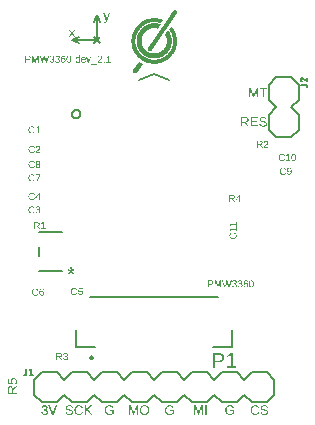
<source format=gbr>
G04 EAGLE Gerber RS-274X export*
G75*
%MOMM*%
%FSLAX34Y34*%
%LPD*%
%INSilkscreen Top*%
%IPPOS*%
%AMOC8*
5,1,8,0,0,1.08239X$1,22.5*%
G01*
G04 Define Apertures*
%ADD10C,0.152400*%
%ADD11C,0.203200*%
%ADD12C,0.127000*%
%ADD13C,0.200000*%
G36*
X-71175Y121600D02*
X-72261Y121600D01*
X-70105Y124714D01*
X-72160Y127659D01*
X-71046Y127659D01*
X-69534Y125302D01*
X-68033Y127659D01*
X-66908Y127659D01*
X-68963Y124725D01*
X-66779Y121600D01*
X-67904Y121600D01*
X-69534Y124086D01*
X-71175Y121600D01*
G37*
G36*
X-42110Y133190D02*
X-42491Y133205D01*
X-42805Y133252D01*
X-42805Y134008D01*
X-42581Y133982D01*
X-42334Y133974D01*
X-42105Y133996D01*
X-41889Y134060D01*
X-41684Y134169D01*
X-41492Y134320D01*
X-41312Y134514D01*
X-41144Y134752D01*
X-40988Y135033D01*
X-40845Y135357D01*
X-40750Y135598D01*
X-43152Y141629D01*
X-42077Y141629D01*
X-40800Y138280D01*
X-40733Y138093D01*
X-40481Y137362D01*
X-40251Y136668D01*
X-39859Y137771D01*
X-38532Y141629D01*
X-37468Y141629D01*
X-39798Y135570D01*
X-39982Y135117D01*
X-40160Y134725D01*
X-40332Y134396D01*
X-40498Y134128D01*
X-40664Y133906D01*
X-40840Y133715D01*
X-41024Y133554D01*
X-41217Y133422D01*
X-41421Y133321D01*
X-41638Y133248D01*
X-41868Y133205D01*
X-42110Y133190D01*
G37*
G36*
X-72308Y99916D02*
X-72555Y99928D01*
X-72786Y99965D01*
X-73002Y100025D01*
X-73201Y100110D01*
X-73385Y100219D01*
X-73552Y100353D01*
X-73704Y100510D01*
X-73840Y100692D01*
X-73960Y100898D01*
X-74064Y101125D01*
X-74152Y101375D01*
X-74224Y101647D01*
X-74280Y101941D01*
X-74320Y102258D01*
X-74344Y102597D01*
X-74352Y102958D01*
X-74344Y103327D01*
X-74321Y103672D01*
X-74282Y103993D01*
X-74228Y104291D01*
X-74158Y104564D01*
X-74072Y104814D01*
X-73971Y105039D01*
X-73855Y105241D01*
X-73721Y105419D01*
X-73570Y105573D01*
X-73401Y105704D01*
X-73213Y105811D01*
X-73008Y105894D01*
X-72784Y105953D01*
X-72543Y105989D01*
X-72283Y106001D01*
X-72030Y105989D01*
X-71795Y105953D01*
X-71576Y105893D01*
X-71375Y105809D01*
X-71191Y105701D01*
X-71024Y105569D01*
X-70874Y105413D01*
X-70741Y105233D01*
X-70624Y105029D01*
X-70523Y104803D01*
X-70438Y104553D01*
X-70368Y104280D01*
X-70314Y103984D01*
X-70275Y103665D01*
X-70252Y103323D01*
X-70244Y102958D01*
X-70252Y102599D01*
X-70276Y102261D01*
X-70317Y101946D01*
X-70374Y101652D01*
X-70448Y101380D01*
X-70538Y101131D01*
X-70644Y100903D01*
X-70766Y100697D01*
X-70905Y100514D01*
X-71059Y100355D01*
X-71228Y100221D01*
X-71413Y100111D01*
X-71613Y100026D01*
X-71830Y99965D01*
X-72061Y99928D01*
X-72308Y99916D01*
G37*
%LPC*%
G36*
X-72300Y100533D02*
X-72139Y100542D01*
X-71989Y100570D01*
X-71850Y100617D01*
X-71722Y100682D01*
X-71605Y100766D01*
X-71500Y100868D01*
X-71405Y100989D01*
X-71322Y101129D01*
X-71249Y101288D01*
X-71186Y101467D01*
X-71089Y101884D01*
X-71031Y102381D01*
X-71012Y102958D01*
X-71030Y103554D01*
X-71086Y104062D01*
X-71178Y104482D01*
X-71238Y104658D01*
X-71308Y104813D01*
X-71387Y104948D01*
X-71479Y105065D01*
X-71583Y105163D01*
X-71699Y105244D01*
X-71827Y105307D01*
X-71967Y105352D01*
X-72119Y105379D01*
X-72283Y105388D01*
X-72451Y105379D01*
X-72607Y105352D01*
X-72750Y105308D01*
X-72882Y105246D01*
X-73001Y105167D01*
X-73107Y105069D01*
X-73202Y104954D01*
X-73284Y104821D01*
X-73355Y104668D01*
X-73417Y104493D01*
X-73469Y104294D01*
X-73512Y104072D01*
X-73569Y103561D01*
X-73588Y102958D01*
X-73569Y102371D01*
X-73511Y101868D01*
X-73468Y101649D01*
X-73415Y101450D01*
X-73352Y101273D01*
X-73280Y101116D01*
X-73197Y100979D01*
X-73103Y100861D01*
X-72997Y100761D01*
X-72881Y100679D01*
X-72752Y100615D01*
X-72613Y100569D01*
X-72462Y100542D01*
X-72300Y100533D01*
G37*
%LPD*%
G36*
X-65000Y99916D02*
X-65208Y99925D01*
X-65402Y99952D01*
X-65581Y99998D01*
X-65747Y100061D01*
X-65898Y100142D01*
X-66035Y100242D01*
X-66157Y100359D01*
X-66265Y100495D01*
X-66360Y100649D01*
X-66443Y100822D01*
X-66512Y101013D01*
X-66569Y101223D01*
X-66613Y101452D01*
X-66645Y101699D01*
X-66664Y101965D01*
X-66670Y102249D01*
X-66664Y102537D01*
X-66644Y102806D01*
X-66612Y103056D01*
X-66566Y103288D01*
X-66507Y103502D01*
X-66436Y103696D01*
X-66351Y103873D01*
X-66253Y104030D01*
X-66142Y104170D01*
X-66018Y104290D01*
X-65881Y104392D01*
X-65731Y104476D01*
X-65568Y104541D01*
X-65392Y104587D01*
X-65203Y104615D01*
X-65000Y104624D01*
X-64753Y104612D01*
X-64527Y104577D01*
X-64323Y104518D01*
X-64140Y104435D01*
X-63976Y104327D01*
X-63830Y104191D01*
X-63700Y104027D01*
X-63586Y103835D01*
X-63578Y103835D01*
X-63586Y104343D01*
X-63586Y106227D01*
X-62831Y106227D01*
X-62831Y100936D01*
X-62825Y100347D01*
X-62806Y100000D01*
X-63527Y100000D01*
X-63555Y100311D01*
X-63569Y100730D01*
X-63586Y100730D01*
X-63700Y100527D01*
X-63830Y100356D01*
X-63978Y100215D01*
X-64142Y100105D01*
X-64326Y100022D01*
X-64530Y99963D01*
X-64755Y99928D01*
X-65000Y99916D01*
G37*
%LPC*%
G36*
X-64807Y100499D02*
X-64652Y100506D01*
X-64508Y100527D01*
X-64375Y100562D01*
X-64253Y100611D01*
X-64142Y100673D01*
X-64043Y100750D01*
X-63954Y100840D01*
X-63885Y100932D01*
X-63876Y100944D01*
X-63749Y101197D01*
X-63659Y101512D01*
X-63604Y101887D01*
X-63586Y102325D01*
X-63604Y102746D01*
X-63659Y103106D01*
X-63749Y103407D01*
X-63876Y103646D01*
X-63954Y103745D01*
X-64042Y103830D01*
X-64141Y103902D01*
X-64251Y103961D01*
X-64372Y104007D01*
X-64504Y104040D01*
X-64646Y104060D01*
X-64799Y104066D01*
X-64937Y104059D01*
X-65064Y104040D01*
X-65182Y104007D01*
X-65290Y103961D01*
X-65389Y103901D01*
X-65477Y103829D01*
X-65623Y103644D01*
X-65735Y103401D01*
X-65814Y103091D01*
X-65861Y102716D01*
X-65877Y102274D01*
X-65862Y101832D01*
X-65814Y101457D01*
X-65736Y101150D01*
X-65626Y100911D01*
X-65480Y100731D01*
X-65295Y100602D01*
X-65188Y100557D01*
X-65071Y100525D01*
X-64944Y100506D01*
X-64807Y100499D01*
G37*
%LPD*%
G36*
X-108494Y100000D02*
X-109295Y100000D01*
X-109295Y105912D01*
X-106807Y105912D01*
X-106565Y105905D01*
X-106338Y105883D01*
X-106124Y105847D01*
X-105925Y105796D01*
X-105739Y105730D01*
X-105568Y105650D01*
X-105410Y105556D01*
X-105267Y105447D01*
X-105139Y105324D01*
X-105028Y105190D01*
X-104934Y105044D01*
X-104858Y104885D01*
X-104798Y104715D01*
X-104755Y104533D01*
X-104730Y104339D01*
X-104721Y104133D01*
X-104730Y103929D01*
X-104755Y103735D01*
X-104798Y103552D01*
X-104858Y103380D01*
X-104935Y103219D01*
X-105029Y103068D01*
X-105141Y102928D01*
X-105269Y102799D01*
X-105412Y102683D01*
X-105567Y102582D01*
X-105735Y102497D01*
X-105915Y102427D01*
X-106107Y102373D01*
X-106311Y102335D01*
X-106528Y102311D01*
X-106756Y102304D01*
X-108494Y102304D01*
X-108494Y100000D01*
G37*
%LPC*%
G36*
X-106870Y102937D02*
X-106555Y102956D01*
X-106282Y103012D01*
X-106051Y103104D01*
X-105863Y103234D01*
X-105716Y103401D01*
X-105611Y103605D01*
X-105548Y103847D01*
X-105527Y104125D01*
X-105548Y104393D01*
X-105613Y104626D01*
X-105720Y104823D01*
X-105871Y104984D01*
X-106065Y105109D01*
X-106301Y105199D01*
X-106581Y105252D01*
X-106903Y105270D01*
X-108494Y105270D01*
X-108494Y102937D01*
X-106870Y102937D01*
G37*
%LPD*%
G36*
X-94389Y100000D02*
X-95346Y100000D01*
X-97087Y105912D01*
X-96252Y105912D01*
X-95191Y102157D01*
X-95009Y101441D01*
X-94842Y100705D01*
X-94609Y101712D01*
X-94252Y103035D01*
X-93445Y105912D01*
X-92677Y105912D01*
X-91649Y102232D01*
X-91439Y101399D01*
X-91280Y100705D01*
X-91242Y100852D01*
X-91057Y101639D01*
X-89878Y105912D01*
X-89043Y105912D01*
X-90785Y100000D01*
X-91741Y100000D01*
X-92765Y103756D01*
X-92889Y104248D01*
X-93059Y105019D01*
X-93244Y104205D01*
X-94389Y100000D01*
G37*
G36*
X-76976Y99916D02*
X-77219Y99928D01*
X-77446Y99963D01*
X-77659Y100021D01*
X-77857Y100102D01*
X-78041Y100206D01*
X-78210Y100334D01*
X-78364Y100485D01*
X-78504Y100659D01*
X-78628Y100855D01*
X-78735Y101072D01*
X-78826Y101311D01*
X-78900Y101570D01*
X-78958Y101851D01*
X-78999Y102153D01*
X-79024Y102476D01*
X-79032Y102820D01*
X-79024Y103193D01*
X-78998Y103543D01*
X-78955Y103871D01*
X-78895Y104177D01*
X-78818Y104461D01*
X-78723Y104722D01*
X-78612Y104961D01*
X-78483Y105178D01*
X-78338Y105371D01*
X-78179Y105538D01*
X-78005Y105679D01*
X-77817Y105795D01*
X-77614Y105885D01*
X-77396Y105949D01*
X-77164Y105988D01*
X-76918Y106001D01*
X-76598Y105982D01*
X-76310Y105925D01*
X-76053Y105831D01*
X-75827Y105699D01*
X-75631Y105530D01*
X-75467Y105323D01*
X-75333Y105078D01*
X-75231Y104796D01*
X-75952Y104666D01*
X-76016Y104835D01*
X-76097Y104982D01*
X-76194Y105106D01*
X-76307Y105207D01*
X-76437Y105286D01*
X-76583Y105343D01*
X-76746Y105377D01*
X-76926Y105388D01*
X-77083Y105378D01*
X-77231Y105350D01*
X-77370Y105303D01*
X-77499Y105237D01*
X-77620Y105153D01*
X-77731Y105049D01*
X-77833Y104927D01*
X-77927Y104786D01*
X-78010Y104627D01*
X-78082Y104451D01*
X-78143Y104258D01*
X-78193Y104049D01*
X-78231Y103822D01*
X-78259Y103579D01*
X-78281Y103042D01*
X-78168Y103222D01*
X-78034Y103378D01*
X-77878Y103512D01*
X-77702Y103623D01*
X-77509Y103711D01*
X-77301Y103773D01*
X-77081Y103810D01*
X-76846Y103823D01*
X-76647Y103815D01*
X-76458Y103791D01*
X-76280Y103751D01*
X-76112Y103695D01*
X-75955Y103623D01*
X-75809Y103535D01*
X-75673Y103431D01*
X-75547Y103311D01*
X-75435Y103177D01*
X-75337Y103033D01*
X-75255Y102877D01*
X-75187Y102711D01*
X-75135Y102533D01*
X-75097Y102345D01*
X-75075Y102145D01*
X-75067Y101934D01*
X-75075Y101707D01*
X-75099Y101491D01*
X-75138Y101288D01*
X-75194Y101097D01*
X-75265Y100919D01*
X-75353Y100753D01*
X-75456Y100599D01*
X-75575Y100457D01*
X-75708Y100331D01*
X-75853Y100221D01*
X-76010Y100128D01*
X-76179Y100051D01*
X-76360Y99992D01*
X-76553Y99950D01*
X-76759Y99925D01*
X-76976Y99916D01*
G37*
%LPC*%
G36*
X-77001Y100525D02*
X-76743Y100547D01*
X-76515Y100616D01*
X-76315Y100731D01*
X-76145Y100892D01*
X-76010Y101092D01*
X-75913Y101328D01*
X-75854Y101597D01*
X-75835Y101901D01*
X-75855Y102204D01*
X-75914Y102469D01*
X-76012Y102699D01*
X-76150Y102891D01*
X-76322Y103044D01*
X-76526Y103152D01*
X-76761Y103218D01*
X-77027Y103239D01*
X-77278Y103220D01*
X-77504Y103162D01*
X-77705Y103066D01*
X-77881Y102931D01*
X-78023Y102762D01*
X-78124Y102564D01*
X-78185Y102337D01*
X-78206Y102081D01*
X-78185Y101755D01*
X-78121Y101459D01*
X-78016Y101195D01*
X-77868Y100961D01*
X-77687Y100770D01*
X-77482Y100634D01*
X-77254Y100552D01*
X-77131Y100531D01*
X-77001Y100525D01*
G37*
%LPD*%
G36*
X-102863Y100000D02*
X-103576Y100000D01*
X-103576Y105912D01*
X-102523Y105912D01*
X-100950Y101813D01*
X-100788Y101282D01*
X-100685Y100873D01*
X-100545Y101383D01*
X-100400Y101813D01*
X-98856Y105912D01*
X-97828Y105912D01*
X-97828Y100000D01*
X-98549Y100000D01*
X-98549Y103944D01*
X-98540Y104586D01*
X-98512Y105203D01*
X-98707Y104534D01*
X-98881Y104028D01*
X-100408Y100000D01*
X-100971Y100000D01*
X-102519Y104028D01*
X-102754Y104742D01*
X-102892Y105203D01*
X-102880Y104737D01*
X-102863Y103944D01*
X-102863Y100000D01*
G37*
G36*
X-59825Y99916D02*
X-60069Y99925D01*
X-60298Y99954D01*
X-60512Y100000D01*
X-60712Y100066D01*
X-60896Y100150D01*
X-61065Y100254D01*
X-61219Y100375D01*
X-61358Y100516D01*
X-61482Y100675D01*
X-61589Y100853D01*
X-61679Y101048D01*
X-61753Y101262D01*
X-61811Y101494D01*
X-61852Y101744D01*
X-61877Y102013D01*
X-61885Y102299D01*
X-61877Y102572D01*
X-61852Y102829D01*
X-61811Y103069D01*
X-61753Y103293D01*
X-61679Y103500D01*
X-61589Y103691D01*
X-61482Y103866D01*
X-61358Y104024D01*
X-61220Y104165D01*
X-61067Y104287D01*
X-60900Y104390D01*
X-60719Y104474D01*
X-60524Y104540D01*
X-60315Y104587D01*
X-60091Y104615D01*
X-59854Y104624D01*
X-59612Y104615D01*
X-59385Y104586D01*
X-59174Y104539D01*
X-58978Y104473D01*
X-58799Y104389D01*
X-58634Y104285D01*
X-58486Y104162D01*
X-58353Y104021D01*
X-58236Y103861D01*
X-58134Y103682D01*
X-58048Y103484D01*
X-57978Y103267D01*
X-57923Y103031D01*
X-57884Y102777D01*
X-57860Y102504D01*
X-57852Y102211D01*
X-57852Y102111D01*
X-61092Y102111D01*
X-61072Y101743D01*
X-61011Y101419D01*
X-60910Y101141D01*
X-60769Y100906D01*
X-60589Y100721D01*
X-60485Y100648D01*
X-60371Y100589D01*
X-60249Y100542D01*
X-60117Y100509D01*
X-59975Y100489D01*
X-59825Y100483D01*
X-59591Y100495D01*
X-59382Y100532D01*
X-59198Y100593D01*
X-59038Y100680D01*
X-58902Y100785D01*
X-58790Y100903D01*
X-58702Y101035D01*
X-58637Y101179D01*
X-57974Y100990D01*
X-58092Y100739D01*
X-58242Y100520D01*
X-58425Y100336D01*
X-58640Y100185D01*
X-58888Y100067D01*
X-59168Y99983D01*
X-59480Y99933D01*
X-59825Y99916D01*
G37*
%LPC*%
G36*
X-58633Y102690D02*
X-58679Y103024D01*
X-58756Y103310D01*
X-58862Y103548D01*
X-58998Y103737D01*
X-59166Y103881D01*
X-59366Y103984D01*
X-59600Y104045D01*
X-59867Y104066D01*
X-60127Y104043D01*
X-60359Y103974D01*
X-60563Y103860D01*
X-60737Y103699D01*
X-60879Y103498D01*
X-60984Y103263D01*
X-61052Y102994D01*
X-61083Y102690D01*
X-58633Y102690D01*
G37*
%LPD*%
G36*
X-86604Y99916D02*
X-86823Y99922D01*
X-87030Y99941D01*
X-87226Y99973D01*
X-87411Y100017D01*
X-87585Y100074D01*
X-87747Y100144D01*
X-87898Y100226D01*
X-88037Y100321D01*
X-88164Y100428D01*
X-88277Y100548D01*
X-88377Y100679D01*
X-88463Y100823D01*
X-88536Y100979D01*
X-88595Y101147D01*
X-88641Y101327D01*
X-88673Y101519D01*
X-87892Y101590D01*
X-87839Y101344D01*
X-87755Y101131D01*
X-87640Y100951D01*
X-87495Y100804D01*
X-87318Y100689D01*
X-87111Y100607D01*
X-86873Y100558D01*
X-86604Y100541D01*
X-86334Y100559D01*
X-86095Y100612D01*
X-85886Y100699D01*
X-85708Y100822D01*
X-85566Y100980D01*
X-85464Y101172D01*
X-85403Y101398D01*
X-85383Y101657D01*
X-85406Y101886D01*
X-85476Y102087D01*
X-85592Y102262D01*
X-85754Y102411D01*
X-85961Y102529D01*
X-86208Y102614D01*
X-86497Y102664D01*
X-86826Y102681D01*
X-87254Y102681D01*
X-87254Y103336D01*
X-86843Y103336D01*
X-86550Y103353D01*
X-86292Y103404D01*
X-86069Y103488D01*
X-85880Y103607D01*
X-85731Y103755D01*
X-85624Y103929D01*
X-85560Y104129D01*
X-85538Y104356D01*
X-85556Y104580D01*
X-85608Y104780D01*
X-85695Y104955D01*
X-85817Y105105D01*
X-85974Y105225D01*
X-86164Y105311D01*
X-86388Y105362D01*
X-86646Y105379D01*
X-86884Y105363D01*
X-87098Y105315D01*
X-87288Y105236D01*
X-87454Y105124D01*
X-87592Y104982D01*
X-87698Y104815D01*
X-87771Y104622D01*
X-87813Y104402D01*
X-88572Y104461D01*
X-88544Y104637D01*
X-88503Y104804D01*
X-88448Y104960D01*
X-88380Y105107D01*
X-88297Y105243D01*
X-88202Y105370D01*
X-88093Y105487D01*
X-87970Y105593D01*
X-87692Y105772D01*
X-87540Y105842D01*
X-87378Y105899D01*
X-87207Y105943D01*
X-87026Y105975D01*
X-86836Y105994D01*
X-86638Y106001D01*
X-86421Y105994D01*
X-86218Y105975D01*
X-86026Y105942D01*
X-85847Y105897D01*
X-85681Y105839D01*
X-85526Y105768D01*
X-85384Y105684D01*
X-85255Y105587D01*
X-85139Y105479D01*
X-85039Y105360D01*
X-84955Y105231D01*
X-84885Y105093D01*
X-84831Y104944D01*
X-84793Y104784D01*
X-84770Y104615D01*
X-84762Y104435D01*
X-84782Y104165D01*
X-84841Y103922D01*
X-84940Y103705D01*
X-85079Y103514D01*
X-85255Y103351D01*
X-85467Y103217D01*
X-85716Y103111D01*
X-86000Y103034D01*
X-86000Y103017D01*
X-85687Y102962D01*
X-85410Y102870D01*
X-85171Y102740D01*
X-84968Y102572D01*
X-84806Y102373D01*
X-84691Y102151D01*
X-84621Y101903D01*
X-84598Y101632D01*
X-84606Y101434D01*
X-84631Y101246D01*
X-84671Y101071D01*
X-84728Y100906D01*
X-84802Y100754D01*
X-84891Y100613D01*
X-84997Y100483D01*
X-85119Y100365D01*
X-85256Y100260D01*
X-85407Y100169D01*
X-85571Y100091D01*
X-85750Y100028D01*
X-85943Y99979D01*
X-86149Y99944D01*
X-86370Y99923D01*
X-86604Y99916D01*
G37*
G36*
X-81854Y99916D02*
X-82073Y99922D01*
X-82280Y99941D01*
X-82476Y99973D01*
X-82661Y100017D01*
X-82835Y100074D01*
X-82997Y100144D01*
X-83148Y100226D01*
X-83287Y100321D01*
X-83414Y100428D01*
X-83527Y100548D01*
X-83627Y100679D01*
X-83713Y100823D01*
X-83786Y100979D01*
X-83845Y101147D01*
X-83891Y101327D01*
X-83923Y101519D01*
X-83142Y101590D01*
X-83089Y101344D01*
X-83005Y101131D01*
X-82890Y100951D01*
X-82745Y100804D01*
X-82568Y100689D01*
X-82361Y100607D01*
X-82123Y100558D01*
X-81854Y100541D01*
X-81584Y100559D01*
X-81345Y100612D01*
X-81136Y100699D01*
X-80958Y100822D01*
X-80816Y100980D01*
X-80714Y101172D01*
X-80653Y101398D01*
X-80633Y101657D01*
X-80656Y101886D01*
X-80726Y102087D01*
X-80842Y102262D01*
X-81004Y102411D01*
X-81211Y102529D01*
X-81458Y102614D01*
X-81747Y102664D01*
X-82076Y102681D01*
X-82504Y102681D01*
X-82504Y103336D01*
X-82093Y103336D01*
X-81800Y103353D01*
X-81542Y103404D01*
X-81319Y103488D01*
X-81130Y103607D01*
X-80981Y103755D01*
X-80874Y103929D01*
X-80810Y104129D01*
X-80788Y104356D01*
X-80806Y104580D01*
X-80858Y104780D01*
X-80945Y104955D01*
X-81067Y105105D01*
X-81224Y105225D01*
X-81414Y105311D01*
X-81638Y105362D01*
X-81896Y105379D01*
X-82134Y105363D01*
X-82348Y105315D01*
X-82538Y105236D01*
X-82704Y105124D01*
X-82842Y104982D01*
X-82948Y104815D01*
X-83021Y104622D01*
X-83063Y104402D01*
X-83822Y104461D01*
X-83794Y104637D01*
X-83753Y104804D01*
X-83698Y104960D01*
X-83630Y105107D01*
X-83547Y105243D01*
X-83452Y105370D01*
X-83343Y105487D01*
X-83220Y105593D01*
X-82942Y105772D01*
X-82790Y105842D01*
X-82628Y105899D01*
X-82457Y105943D01*
X-82276Y105975D01*
X-82086Y105994D01*
X-81888Y106001D01*
X-81671Y105994D01*
X-81468Y105975D01*
X-81276Y105942D01*
X-81097Y105897D01*
X-80931Y105839D01*
X-80776Y105768D01*
X-80634Y105684D01*
X-80505Y105587D01*
X-80389Y105479D01*
X-80289Y105360D01*
X-80205Y105231D01*
X-80135Y105093D01*
X-80081Y104944D01*
X-80043Y104784D01*
X-80020Y104615D01*
X-80012Y104435D01*
X-80032Y104165D01*
X-80091Y103922D01*
X-80190Y103705D01*
X-80329Y103514D01*
X-80505Y103351D01*
X-80717Y103217D01*
X-80966Y103111D01*
X-81250Y103034D01*
X-81250Y103017D01*
X-80937Y102962D01*
X-80660Y102870D01*
X-80421Y102740D01*
X-80218Y102572D01*
X-80056Y102373D01*
X-79941Y102151D01*
X-79871Y101903D01*
X-79848Y101632D01*
X-79856Y101434D01*
X-79881Y101246D01*
X-79921Y101071D01*
X-79978Y100906D01*
X-80052Y100754D01*
X-80141Y100613D01*
X-80247Y100483D01*
X-80369Y100365D01*
X-80506Y100260D01*
X-80657Y100169D01*
X-80821Y100091D01*
X-81000Y100028D01*
X-81193Y99979D01*
X-81399Y99944D01*
X-81620Y99923D01*
X-81854Y99916D01*
G37*
G36*
X-44059Y100000D02*
X-47974Y100000D01*
X-47974Y100533D01*
X-47861Y100771D01*
X-47736Y100995D01*
X-47600Y101204D01*
X-47452Y101399D01*
X-47135Y101757D01*
X-46803Y102079D01*
X-46130Y102644D01*
X-45813Y102904D01*
X-45528Y103164D01*
X-45285Y103430D01*
X-45093Y103709D01*
X-45021Y103857D01*
X-44969Y104014D01*
X-44938Y104180D01*
X-44928Y104356D01*
X-44945Y104585D01*
X-44999Y104788D01*
X-45088Y104963D01*
X-45213Y105111D01*
X-45370Y105228D01*
X-45554Y105312D01*
X-45766Y105363D01*
X-46006Y105379D01*
X-46237Y105363D01*
X-46446Y105314D01*
X-46634Y105232D01*
X-46801Y105117D01*
X-46941Y104973D01*
X-47049Y104802D01*
X-47125Y104605D01*
X-47168Y104381D01*
X-47941Y104452D01*
X-47913Y104625D01*
X-47871Y104789D01*
X-47816Y104943D01*
X-47748Y105089D01*
X-47666Y105225D01*
X-47570Y105353D01*
X-47338Y105581D01*
X-47061Y105764D01*
X-46908Y105837D01*
X-46746Y105896D01*
X-46575Y105942D01*
X-46395Y105974D01*
X-46205Y105994D01*
X-46006Y106001D01*
X-45789Y105994D01*
X-45585Y105974D01*
X-45394Y105941D01*
X-45216Y105895D01*
X-45050Y105836D01*
X-44898Y105763D01*
X-44758Y105678D01*
X-44632Y105579D01*
X-44519Y105468D01*
X-44422Y105346D01*
X-44339Y105213D01*
X-44271Y105068D01*
X-44219Y104913D01*
X-44181Y104747D01*
X-44159Y104569D01*
X-44151Y104381D01*
X-44161Y104209D01*
X-44191Y104038D01*
X-44240Y103867D01*
X-44309Y103697D01*
X-44397Y103527D01*
X-44504Y103357D01*
X-44777Y103017D01*
X-45229Y102584D01*
X-45964Y101964D01*
X-46397Y101589D01*
X-46732Y101253D01*
X-46977Y100942D01*
X-47070Y100790D01*
X-47143Y100642D01*
X-44059Y100642D01*
X-44059Y100000D01*
G37*
G36*
X-36890Y100000D02*
X-40595Y100000D01*
X-40595Y100642D01*
X-39089Y100642D01*
X-39089Y105191D01*
X-40423Y104238D01*
X-40423Y104951D01*
X-39026Y105912D01*
X-38329Y105912D01*
X-38329Y100642D01*
X-36890Y100642D01*
X-36890Y100000D01*
G37*
G36*
X-54897Y100000D02*
X-55790Y100000D01*
X-57439Y104540D01*
X-56634Y104540D01*
X-55635Y101586D01*
X-55346Y100592D01*
X-55199Y101083D01*
X-55035Y101578D01*
X-54003Y104540D01*
X-53201Y104540D01*
X-54897Y100000D01*
G37*
G36*
X-48312Y98292D02*
X-53318Y98292D01*
X-53318Y98838D01*
X-48312Y98838D01*
X-48312Y98292D01*
G37*
G36*
X-67426Y101947D02*
X-69524Y101947D01*
X-69524Y102618D01*
X-67426Y102618D01*
X-67426Y101947D01*
G37*
G36*
X-42022Y100000D02*
X-42840Y100000D01*
X-42840Y100919D01*
X-42022Y100919D01*
X-42022Y100000D01*
G37*
G36*
X-92816Y-198240D02*
X-93108Y-198232D01*
X-93385Y-198206D01*
X-93647Y-198164D01*
X-93893Y-198105D01*
X-94125Y-198029D01*
X-94341Y-197936D01*
X-94542Y-197826D01*
X-94728Y-197700D01*
X-94898Y-197556D01*
X-95049Y-197397D01*
X-95182Y-197221D01*
X-95298Y-197030D01*
X-95395Y-196822D01*
X-95473Y-196598D01*
X-95534Y-196357D01*
X-95577Y-196101D01*
X-94535Y-196006D01*
X-94464Y-196334D01*
X-94352Y-196618D01*
X-94199Y-196859D01*
X-94005Y-197056D01*
X-93769Y-197209D01*
X-93493Y-197318D01*
X-93175Y-197384D01*
X-92816Y-197406D01*
X-92456Y-197382D01*
X-92136Y-197312D01*
X-91858Y-197195D01*
X-91621Y-197030D01*
X-91519Y-196931D01*
X-91431Y-196820D01*
X-91356Y-196698D01*
X-91295Y-196564D01*
X-91248Y-196419D01*
X-91214Y-196263D01*
X-91193Y-196095D01*
X-91187Y-195916D01*
X-91194Y-195759D01*
X-91217Y-195612D01*
X-91256Y-195473D01*
X-91310Y-195343D01*
X-91380Y-195222D01*
X-91465Y-195109D01*
X-91566Y-195006D01*
X-91682Y-194911D01*
X-91813Y-194826D01*
X-91957Y-194753D01*
X-92116Y-194691D01*
X-92288Y-194640D01*
X-92673Y-194572D01*
X-93113Y-194550D01*
X-93684Y-194550D01*
X-93684Y-193676D01*
X-93135Y-193676D01*
X-92744Y-193653D01*
X-92400Y-193586D01*
X-92102Y-193473D01*
X-91850Y-193315D01*
X-91650Y-193117D01*
X-91572Y-193005D01*
X-91508Y-192884D01*
X-91458Y-192755D01*
X-91422Y-192617D01*
X-91401Y-192471D01*
X-91394Y-192315D01*
X-91417Y-192015D01*
X-91487Y-191749D01*
X-91603Y-191516D01*
X-91766Y-191316D01*
X-91975Y-191155D01*
X-92229Y-191041D01*
X-92528Y-190972D01*
X-92872Y-190949D01*
X-93189Y-190970D01*
X-93475Y-191034D01*
X-93728Y-191141D01*
X-93950Y-191290D01*
X-94134Y-191479D01*
X-94276Y-191702D01*
X-94374Y-191960D01*
X-94429Y-192254D01*
X-95442Y-192175D01*
X-95405Y-191940D01*
X-95350Y-191717D01*
X-95277Y-191509D01*
X-95186Y-191313D01*
X-95076Y-191131D01*
X-94948Y-190961D01*
X-94803Y-190806D01*
X-94639Y-190663D01*
X-94460Y-190536D01*
X-94268Y-190426D01*
X-94065Y-190332D01*
X-93849Y-190256D01*
X-93620Y-190196D01*
X-93379Y-190154D01*
X-93126Y-190129D01*
X-92861Y-190120D01*
X-92572Y-190129D01*
X-92300Y-190155D01*
X-92045Y-190198D01*
X-91806Y-190258D01*
X-91584Y-190336D01*
X-91378Y-190430D01*
X-91188Y-190542D01*
X-91016Y-190672D01*
X-90861Y-190816D01*
X-90728Y-190975D01*
X-90615Y-191146D01*
X-90522Y-191332D01*
X-90450Y-191531D01*
X-90399Y-191743D01*
X-90368Y-191969D01*
X-90358Y-192209D01*
X-90364Y-192393D01*
X-90384Y-192569D01*
X-90417Y-192736D01*
X-90463Y-192894D01*
X-90523Y-193043D01*
X-90596Y-193184D01*
X-90781Y-193438D01*
X-91016Y-193656D01*
X-91299Y-193835D01*
X-91630Y-193976D01*
X-92010Y-194079D01*
X-92010Y-194102D01*
X-91795Y-194132D01*
X-91592Y-194174D01*
X-91401Y-194230D01*
X-91223Y-194298D01*
X-91057Y-194378D01*
X-90903Y-194471D01*
X-90761Y-194577D01*
X-90632Y-194695D01*
X-90517Y-194824D01*
X-90417Y-194961D01*
X-90332Y-195105D01*
X-90263Y-195258D01*
X-90209Y-195419D01*
X-90170Y-195588D01*
X-90147Y-195765D01*
X-90139Y-195950D01*
X-90150Y-196215D01*
X-90183Y-196465D01*
X-90237Y-196699D01*
X-90313Y-196918D01*
X-90411Y-197122D01*
X-90530Y-197310D01*
X-90671Y-197483D01*
X-90834Y-197641D01*
X-91017Y-197781D01*
X-91218Y-197903D01*
X-91438Y-198006D01*
X-91677Y-198090D01*
X-91934Y-198156D01*
X-92209Y-198203D01*
X-92503Y-198231D01*
X-92816Y-198240D01*
G37*
G36*
X-85260Y-198128D02*
X-86368Y-198128D01*
X-89588Y-190238D01*
X-88463Y-190238D01*
X-86279Y-195793D01*
X-85808Y-197187D01*
X-85338Y-195793D01*
X-83165Y-190238D01*
X-82040Y-190238D01*
X-85260Y-198128D01*
G37*
G36*
X34523Y-198128D02*
X33571Y-198128D01*
X33571Y-190238D01*
X34977Y-190238D01*
X37077Y-195709D01*
X37292Y-196417D01*
X37430Y-196963D01*
X37499Y-196681D01*
X37617Y-196283D01*
X37810Y-195709D01*
X39871Y-190238D01*
X41243Y-190238D01*
X41243Y-198128D01*
X40280Y-198128D01*
X40280Y-192864D01*
X40293Y-192007D01*
X40330Y-191184D01*
X40070Y-192077D01*
X39838Y-192752D01*
X37799Y-198128D01*
X37049Y-198128D01*
X34982Y-192752D01*
X34669Y-191800D01*
X34484Y-191184D01*
X34501Y-191806D01*
X34523Y-192864D01*
X34523Y-198128D01*
G37*
G36*
X44290Y-198128D02*
X43220Y-198128D01*
X43220Y-190238D01*
X44290Y-190238D01*
X44290Y-198128D01*
G37*
G36*
X-8254Y-198240D02*
X-8552Y-198232D01*
X-8840Y-198209D01*
X-9118Y-198171D01*
X-9386Y-198117D01*
X-9642Y-198048D01*
X-9889Y-197963D01*
X-10125Y-197863D01*
X-10351Y-197747D01*
X-10565Y-197617D01*
X-10766Y-197473D01*
X-10954Y-197316D01*
X-11129Y-197145D01*
X-11290Y-196960D01*
X-11439Y-196761D01*
X-11575Y-196548D01*
X-11698Y-196322D01*
X-11807Y-196084D01*
X-11901Y-195836D01*
X-11981Y-195579D01*
X-12046Y-195312D01*
X-12097Y-195035D01*
X-12133Y-194749D01*
X-12155Y-194452D01*
X-12162Y-194146D01*
X-12146Y-193686D01*
X-12098Y-193252D01*
X-12017Y-192843D01*
X-11903Y-192460D01*
X-11758Y-192103D01*
X-11580Y-191772D01*
X-11369Y-191466D01*
X-11126Y-191187D01*
X-10855Y-190937D01*
X-10558Y-190720D01*
X-10235Y-190537D01*
X-9887Y-190387D01*
X-9514Y-190270D01*
X-9116Y-190187D01*
X-8692Y-190137D01*
X-8242Y-190120D01*
X-7946Y-190128D01*
X-7660Y-190150D01*
X-7384Y-190187D01*
X-7118Y-190240D01*
X-6862Y-190307D01*
X-6616Y-190389D01*
X-6380Y-190487D01*
X-6154Y-190599D01*
X-5939Y-190725D01*
X-5737Y-190865D01*
X-5549Y-191019D01*
X-5373Y-191186D01*
X-5211Y-191367D01*
X-5061Y-191561D01*
X-4925Y-191769D01*
X-4801Y-191990D01*
X-4692Y-192224D01*
X-4597Y-192468D01*
X-4516Y-192722D01*
X-4451Y-192986D01*
X-4399Y-193261D01*
X-4363Y-193546D01*
X-4341Y-193841D01*
X-4334Y-194146D01*
X-4341Y-194451D01*
X-4363Y-194746D01*
X-4400Y-195031D01*
X-4452Y-195307D01*
X-4518Y-195573D01*
X-4600Y-195830D01*
X-4696Y-196076D01*
X-4807Y-196314D01*
X-4932Y-196539D01*
X-5069Y-196751D01*
X-5220Y-196950D01*
X-5383Y-197135D01*
X-5559Y-197307D01*
X-5748Y-197465D01*
X-5950Y-197610D01*
X-6165Y-197742D01*
X-6391Y-197858D01*
X-6627Y-197960D01*
X-6873Y-198045D01*
X-7129Y-198115D01*
X-7396Y-198170D01*
X-7672Y-198209D01*
X-7958Y-198232D01*
X-8254Y-198240D01*
G37*
%LPC*%
G36*
X-8254Y-197372D02*
X-7922Y-197359D01*
X-7610Y-197319D01*
X-7318Y-197254D01*
X-7046Y-197161D01*
X-6794Y-197043D01*
X-6562Y-196898D01*
X-6349Y-196727D01*
X-6156Y-196529D01*
X-5985Y-196308D01*
X-5837Y-196064D01*
X-5711Y-195799D01*
X-5608Y-195512D01*
X-5528Y-195203D01*
X-5471Y-194873D01*
X-5437Y-194521D01*
X-5426Y-194146D01*
X-5437Y-193788D01*
X-5472Y-193450D01*
X-5529Y-193131D01*
X-5610Y-192832D01*
X-5713Y-192553D01*
X-5840Y-192293D01*
X-5989Y-192054D01*
X-6162Y-191834D01*
X-6356Y-191637D01*
X-6568Y-191466D01*
X-6800Y-191322D01*
X-7050Y-191204D01*
X-7320Y-191112D01*
X-7608Y-191046D01*
X-7916Y-191007D01*
X-8242Y-190994D01*
X-8572Y-191007D01*
X-8882Y-191045D01*
X-9172Y-191110D01*
X-9444Y-191201D01*
X-9696Y-191317D01*
X-9929Y-191460D01*
X-10142Y-191628D01*
X-10337Y-191822D01*
X-10510Y-192040D01*
X-10660Y-192279D01*
X-10787Y-192538D01*
X-10891Y-192818D01*
X-10972Y-193119D01*
X-11030Y-193441D01*
X-11064Y-193783D01*
X-11076Y-194146D01*
X-11064Y-194508D01*
X-11029Y-194850D01*
X-10971Y-195173D01*
X-10889Y-195477D01*
X-10784Y-195762D01*
X-10655Y-196028D01*
X-10504Y-196274D01*
X-10328Y-196501D01*
X-10132Y-196705D01*
X-9918Y-196882D01*
X-9686Y-197032D01*
X-9436Y-197154D01*
X-9168Y-197250D01*
X-8881Y-197318D01*
X-8576Y-197358D01*
X-8254Y-197372D01*
G37*
%LPD*%
G36*
X-20344Y-198128D02*
X-21296Y-198128D01*
X-21296Y-190238D01*
X-19890Y-190238D01*
X-17790Y-195709D01*
X-17575Y-196417D01*
X-17438Y-196963D01*
X-17368Y-196681D01*
X-17250Y-196283D01*
X-17057Y-195709D01*
X-14996Y-190238D01*
X-13624Y-190238D01*
X-13624Y-198128D01*
X-14587Y-198128D01*
X-14587Y-192864D01*
X-14575Y-192007D01*
X-14537Y-191184D01*
X-14797Y-192077D01*
X-15030Y-192752D01*
X-17068Y-198128D01*
X-17818Y-198128D01*
X-19885Y-192752D01*
X-20198Y-191800D01*
X-20383Y-191184D01*
X-20366Y-191806D01*
X-20344Y-192864D01*
X-20344Y-198128D01*
G37*
G36*
X93179Y-198240D02*
X92828Y-198232D01*
X92496Y-198209D01*
X92183Y-198170D01*
X91889Y-198115D01*
X91614Y-198044D01*
X91357Y-197958D01*
X91120Y-197856D01*
X90902Y-197739D01*
X90702Y-197606D01*
X90522Y-197457D01*
X90360Y-197292D01*
X90217Y-197112D01*
X90094Y-196917D01*
X89989Y-196705D01*
X89903Y-196478D01*
X89836Y-196235D01*
X90872Y-196028D01*
X90923Y-196200D01*
X90987Y-196360D01*
X91063Y-196508D01*
X91152Y-196645D01*
X91254Y-196769D01*
X91368Y-196882D01*
X91495Y-196983D01*
X91634Y-197072D01*
X91951Y-197218D01*
X92321Y-197322D01*
X92744Y-197385D01*
X93219Y-197406D01*
X93707Y-197383D01*
X94136Y-197317D01*
X94329Y-197267D01*
X94506Y-197206D01*
X94669Y-197133D01*
X94817Y-197050D01*
X94949Y-196956D01*
X95064Y-196851D01*
X95160Y-196736D01*
X95240Y-196611D01*
X95301Y-196475D01*
X95345Y-196329D01*
X95371Y-196173D01*
X95380Y-196006D01*
X95369Y-195822D01*
X95336Y-195656D01*
X95281Y-195508D01*
X95204Y-195378D01*
X95107Y-195263D01*
X94992Y-195159D01*
X94859Y-195064D01*
X94708Y-194981D01*
X94358Y-194837D01*
X93947Y-194718D01*
X92967Y-194488D01*
X92144Y-194281D01*
X91817Y-194177D01*
X91547Y-194074D01*
X91318Y-193967D01*
X91114Y-193855D01*
X90935Y-193736D01*
X90783Y-193612D01*
X90651Y-193479D01*
X90536Y-193335D01*
X90437Y-193181D01*
X90354Y-193015D01*
X90289Y-192838D01*
X90243Y-192648D01*
X90215Y-192446D01*
X90206Y-192231D01*
X90218Y-191985D01*
X90254Y-191754D01*
X90315Y-191536D01*
X90400Y-191334D01*
X90509Y-191146D01*
X90642Y-190972D01*
X90800Y-190813D01*
X90981Y-190669D01*
X91186Y-190540D01*
X91411Y-190429D01*
X91657Y-190334D01*
X91924Y-190257D01*
X92212Y-190197D01*
X92521Y-190154D01*
X92851Y-190129D01*
X93202Y-190120D01*
X93528Y-190126D01*
X93834Y-190146D01*
X94121Y-190178D01*
X94388Y-190223D01*
X94635Y-190281D01*
X94862Y-190352D01*
X95069Y-190435D01*
X95257Y-190532D01*
X95428Y-190644D01*
X95586Y-190774D01*
X95731Y-190922D01*
X95862Y-191088D01*
X95980Y-191273D01*
X96084Y-191475D01*
X96176Y-191696D01*
X96254Y-191934D01*
X95201Y-192119D01*
X95095Y-191827D01*
X94949Y-191578D01*
X94764Y-191372D01*
X94540Y-191209D01*
X94273Y-191086D01*
X93959Y-190997D01*
X93598Y-190944D01*
X93191Y-190926D01*
X92745Y-190946D01*
X92356Y-191005D01*
X92023Y-191103D01*
X91746Y-191240D01*
X91629Y-191323D01*
X91528Y-191416D01*
X91442Y-191519D01*
X91372Y-191631D01*
X91318Y-191752D01*
X91279Y-191884D01*
X91255Y-192025D01*
X91247Y-192175D01*
X91260Y-192349D01*
X91296Y-192508D01*
X91356Y-192650D01*
X91441Y-192777D01*
X91548Y-192892D01*
X91677Y-192997D01*
X91827Y-193093D01*
X91998Y-193180D01*
X92225Y-193268D01*
X92542Y-193365D01*
X93448Y-193586D01*
X94173Y-193757D01*
X94527Y-193852D01*
X94865Y-193964D01*
X95185Y-194095D01*
X95484Y-194247D01*
X95753Y-194428D01*
X95985Y-194645D01*
X96175Y-194901D01*
X96318Y-195199D01*
X96371Y-195366D01*
X96409Y-195546D01*
X96431Y-195741D01*
X96439Y-195950D01*
X96425Y-196215D01*
X96385Y-196465D01*
X96319Y-196699D01*
X96225Y-196918D01*
X96105Y-197122D01*
X95958Y-197310D01*
X95785Y-197483D01*
X95585Y-197641D01*
X95360Y-197781D01*
X95114Y-197903D01*
X94846Y-198006D01*
X94556Y-198090D01*
X94245Y-198156D01*
X93911Y-198203D01*
X93556Y-198231D01*
X93179Y-198240D01*
G37*
G36*
X85464Y-198240D02*
X85171Y-198232D01*
X84887Y-198209D01*
X84614Y-198170D01*
X84351Y-198116D01*
X84099Y-198046D01*
X83856Y-197961D01*
X83623Y-197861D01*
X83400Y-197744D01*
X83189Y-197614D01*
X82991Y-197470D01*
X82805Y-197313D01*
X82633Y-197142D01*
X82474Y-196959D01*
X82327Y-196762D01*
X82194Y-196551D01*
X82073Y-196328D01*
X81966Y-196092D01*
X81873Y-195846D01*
X81795Y-195589D01*
X81731Y-195322D01*
X81681Y-195044D01*
X81645Y-194755D01*
X81624Y-194456D01*
X81617Y-194146D01*
X81633Y-193687D01*
X81680Y-193254D01*
X81760Y-192846D01*
X81871Y-192464D01*
X82015Y-192107D01*
X82190Y-191776D01*
X82397Y-191470D01*
X82636Y-191190D01*
X82903Y-190939D01*
X83194Y-190722D01*
X83510Y-190538D01*
X83851Y-190387D01*
X84216Y-190270D01*
X84606Y-190187D01*
X85020Y-190137D01*
X85458Y-190120D01*
X85767Y-190128D01*
X86062Y-190151D01*
X86345Y-190189D01*
X86615Y-190243D01*
X86871Y-190313D01*
X87115Y-190397D01*
X87346Y-190497D01*
X87564Y-190613D01*
X87768Y-190744D01*
X87959Y-190889D01*
X88135Y-191049D01*
X88297Y-191225D01*
X88446Y-191415D01*
X88580Y-191620D01*
X88701Y-191840D01*
X88807Y-192074D01*
X87793Y-192410D01*
X87635Y-192086D01*
X87436Y-191803D01*
X87194Y-191560D01*
X86911Y-191358D01*
X86593Y-191198D01*
X86247Y-191085D01*
X85872Y-191016D01*
X85469Y-190994D01*
X85151Y-191007D01*
X84851Y-191046D01*
X84568Y-191112D01*
X84305Y-191204D01*
X84059Y-191323D01*
X83831Y-191468D01*
X83622Y-191639D01*
X83431Y-191836D01*
X83260Y-192057D01*
X83112Y-192297D01*
X82987Y-192556D01*
X82885Y-192835D01*
X82805Y-193134D01*
X82748Y-193452D01*
X82714Y-193789D01*
X82703Y-194146D01*
X82715Y-194500D01*
X82750Y-194836D01*
X82810Y-195154D01*
X82893Y-195455D01*
X82999Y-195737D01*
X83130Y-196002D01*
X83284Y-196249D01*
X83462Y-196479D01*
X83660Y-196686D01*
X83875Y-196865D01*
X84106Y-197016D01*
X84354Y-197140D01*
X84619Y-197237D01*
X84901Y-197306D01*
X85199Y-197347D01*
X85514Y-197361D01*
X85718Y-197354D01*
X85916Y-197335D01*
X86107Y-197303D01*
X86292Y-197258D01*
X86642Y-197130D01*
X86966Y-196951D01*
X87265Y-196720D01*
X87538Y-196438D01*
X87785Y-196105D01*
X88006Y-195720D01*
X88880Y-196157D01*
X88752Y-196404D01*
X88611Y-196636D01*
X88459Y-196853D01*
X88294Y-197054D01*
X88117Y-197241D01*
X87927Y-197412D01*
X87725Y-197567D01*
X87511Y-197708D01*
X87286Y-197833D01*
X87052Y-197941D01*
X86809Y-198032D01*
X86558Y-198107D01*
X86298Y-198165D01*
X86028Y-198207D01*
X85751Y-198232D01*
X85464Y-198240D01*
G37*
G36*
X81334Y70936D02*
X80382Y70936D01*
X80382Y78826D01*
X81788Y78826D01*
X83888Y73355D01*
X84103Y72647D01*
X84241Y72101D01*
X84310Y72383D01*
X84428Y72781D01*
X84621Y73355D01*
X86682Y78826D01*
X88054Y78826D01*
X88054Y70936D01*
X87091Y70936D01*
X87091Y76200D01*
X87104Y77057D01*
X87141Y77880D01*
X86881Y76987D01*
X86649Y76312D01*
X84610Y70936D01*
X83860Y70936D01*
X81793Y76312D01*
X81480Y77264D01*
X81295Y77880D01*
X81312Y77258D01*
X81334Y76200D01*
X81334Y70936D01*
G37*
G36*
X93005Y70936D02*
X91941Y70936D01*
X91941Y77953D01*
X89230Y77953D01*
X89230Y78826D01*
X95715Y78826D01*
X95715Y77953D01*
X93005Y77953D01*
X93005Y70936D01*
G37*
G36*
X64093Y-198240D02*
X63789Y-198232D01*
X63495Y-198209D01*
X63212Y-198171D01*
X62940Y-198117D01*
X62679Y-198048D01*
X62428Y-197963D01*
X62188Y-197863D01*
X61959Y-197747D01*
X61742Y-197617D01*
X61537Y-197474D01*
X61346Y-197317D01*
X61169Y-197146D01*
X61004Y-196962D01*
X60853Y-196764D01*
X60715Y-196553D01*
X60590Y-196328D01*
X60479Y-196091D01*
X60383Y-195844D01*
X60301Y-195586D01*
X60235Y-195319D01*
X60183Y-195041D01*
X60146Y-194753D01*
X60124Y-194455D01*
X60117Y-194146D01*
X60133Y-193680D01*
X60181Y-193240D01*
X60262Y-192828D01*
X60374Y-192443D01*
X60519Y-192085D01*
X60696Y-191754D01*
X60906Y-191450D01*
X61147Y-191173D01*
X61418Y-190926D01*
X61714Y-190712D01*
X62037Y-190531D01*
X62386Y-190383D01*
X62761Y-190268D01*
X63162Y-190186D01*
X63589Y-190137D01*
X64042Y-190120D01*
X64362Y-190127D01*
X64667Y-190148D01*
X64956Y-190182D01*
X65229Y-190231D01*
X65488Y-190293D01*
X65731Y-190369D01*
X65958Y-190459D01*
X66170Y-190562D01*
X66369Y-190681D01*
X66556Y-190817D01*
X66731Y-190969D01*
X66894Y-191138D01*
X67046Y-191323D01*
X67186Y-191525D01*
X67314Y-191744D01*
X67430Y-191979D01*
X66411Y-192282D01*
X66227Y-191968D01*
X66011Y-191701D01*
X65764Y-191478D01*
X65484Y-191302D01*
X65171Y-191167D01*
X64821Y-191071D01*
X64436Y-191013D01*
X64014Y-190994D01*
X63683Y-191007D01*
X63371Y-191045D01*
X63080Y-191110D01*
X62809Y-191200D01*
X62558Y-191316D01*
X62327Y-191458D01*
X62116Y-191626D01*
X61925Y-191820D01*
X61756Y-192037D01*
X61609Y-192275D01*
X61485Y-192534D01*
X61384Y-192814D01*
X61305Y-193116D01*
X61248Y-193438D01*
X61214Y-193782D01*
X61203Y-194146D01*
X61215Y-194510D01*
X61251Y-194855D01*
X61311Y-195179D01*
X61395Y-195484D01*
X61503Y-195769D01*
X61635Y-196035D01*
X61790Y-196281D01*
X61970Y-196507D01*
X62171Y-196710D01*
X62391Y-196885D01*
X62628Y-197034D01*
X62884Y-197156D01*
X63159Y-197250D01*
X63452Y-197318D01*
X63763Y-197359D01*
X64093Y-197372D01*
X64473Y-197357D01*
X64839Y-197313D01*
X65194Y-197240D01*
X65535Y-197137D01*
X65853Y-197009D01*
X66140Y-196860D01*
X66395Y-196690D01*
X66618Y-196498D01*
X66618Y-195076D01*
X64261Y-195076D01*
X64261Y-194180D01*
X67604Y-194180D01*
X67604Y-196902D01*
X67273Y-197203D01*
X66906Y-197468D01*
X66504Y-197697D01*
X66067Y-197890D01*
X65602Y-198043D01*
X65118Y-198152D01*
X64615Y-198218D01*
X64093Y-198240D01*
G37*
G36*
X-26Y99159D02*
X-524Y99165D01*
X-1018Y99182D01*
X-1996Y99254D01*
X-2959Y99373D01*
X-3906Y99540D01*
X-4839Y99755D01*
X-5758Y100017D01*
X-6661Y100327D01*
X-7550Y100684D01*
X-8417Y101083D01*
X-8798Y101279D01*
X-9255Y101515D01*
X-10064Y101980D01*
X-10845Y102480D01*
X-11596Y103013D01*
X-12319Y103580D01*
X-13014Y104180D01*
X-13679Y104814D01*
X-14313Y105480D01*
X-14914Y106174D01*
X-15481Y106897D01*
X-16014Y107649D01*
X-16513Y108429D01*
X-16979Y109239D01*
X-17411Y110077D01*
X-17809Y110944D01*
X-18167Y111832D01*
X-18477Y112736D01*
X-18739Y113654D01*
X-18954Y114587D01*
X-19120Y115535D01*
X-19240Y116498D01*
X-19311Y117475D01*
X-19329Y117969D01*
X-19335Y118467D01*
X-19329Y118965D01*
X-19311Y119460D01*
X-19240Y120437D01*
X-19120Y121400D01*
X-18954Y122347D01*
X-18739Y123281D01*
X-18477Y124199D01*
X-18167Y125102D01*
X-17809Y125991D01*
X-17411Y126846D01*
X-16979Y127674D01*
X-16513Y128477D01*
X-16014Y129253D01*
X-15481Y130003D01*
X-14914Y130726D01*
X-14313Y131423D01*
X-13679Y132094D01*
X-13014Y132734D01*
X-12319Y133340D01*
X-11596Y133912D01*
X-10845Y134448D01*
X-10064Y134951D01*
X-9255Y135418D01*
X-8417Y135852D01*
X-7550Y136250D01*
X-6661Y136596D01*
X-5758Y136895D01*
X-4839Y137148D01*
X-3906Y137355D01*
X-2959Y137516D01*
X-1996Y137631D01*
X-1018Y137700D01*
X-26Y137723D01*
X485Y137717D01*
X991Y137699D01*
X1494Y137668D01*
X1993Y137625D01*
X2978Y137501D01*
X3946Y137329D01*
X4898Y137107D01*
X5833Y136836D01*
X6753Y136515D01*
X7655Y136145D01*
X5761Y133304D01*
X5072Y133552D01*
X4373Y133771D01*
X3665Y133960D01*
X2946Y134119D01*
X2218Y134246D01*
X1480Y134337D01*
X732Y134391D01*
X-26Y134409D01*
X-848Y134389D01*
X-1657Y134330D01*
X-2453Y134231D01*
X-3236Y134093D01*
X-4005Y133916D01*
X-4761Y133699D01*
X-5505Y133442D01*
X-6235Y133146D01*
X-6947Y132817D01*
X-7637Y132459D01*
X-8305Y132073D01*
X-8951Y131660D01*
X-9574Y131218D01*
X-10175Y130749D01*
X-10755Y130252D01*
X-11312Y129726D01*
X-11842Y129176D01*
X-12342Y128602D01*
X-12812Y128005D01*
X-13252Y127385D01*
X-13661Y126742D01*
X-14039Y126076D01*
X-14387Y125387D01*
X-14705Y124676D01*
X-15001Y123946D01*
X-15258Y123202D01*
X-15475Y122446D01*
X-15652Y121677D01*
X-15790Y120894D01*
X-15889Y120098D01*
X-15948Y119289D01*
X-15968Y118467D01*
X-15948Y117645D01*
X-15889Y116836D01*
X-15790Y116041D01*
X-15652Y115258D01*
X-15475Y114489D01*
X-15258Y113732D01*
X-15001Y112989D01*
X-14705Y112259D01*
X-14387Y111547D01*
X-14039Y110858D01*
X-13661Y110192D01*
X-13252Y109550D01*
X-12812Y108930D01*
X-12342Y108333D01*
X-11842Y107759D01*
X-11312Y107208D01*
X-10755Y106683D01*
X-10175Y106186D01*
X-9574Y105716D01*
X-8951Y105275D01*
X-8305Y104861D01*
X-7637Y104476D01*
X-7397Y104351D01*
X-6947Y104118D01*
X-6235Y103789D01*
X-5505Y103493D01*
X-4761Y103236D01*
X-4005Y103019D01*
X-3236Y102841D01*
X-2453Y102703D01*
X-1657Y102605D01*
X-848Y102546D01*
X-26Y102526D01*
X784Y102546D01*
X1582Y102605D01*
X2368Y102703D01*
X3144Y102841D01*
X3907Y103019D01*
X4660Y103236D01*
X5400Y103493D01*
X6129Y103789D01*
X6854Y104118D01*
X7553Y104476D01*
X8228Y104861D01*
X8878Y105275D01*
X9504Y105716D01*
X10105Y106186D01*
X10681Y106683D01*
X11233Y107208D01*
X11758Y107759D01*
X12255Y108333D01*
X12725Y108930D01*
X13166Y109550D01*
X13580Y110192D01*
X13965Y110858D01*
X14323Y111547D01*
X14653Y112259D01*
X14936Y112989D01*
X15182Y113732D01*
X15390Y114489D01*
X15560Y115258D01*
X15693Y116041D01*
X15787Y116836D01*
X15844Y117645D01*
X15863Y118467D01*
X15850Y119121D01*
X15813Y119768D01*
X15752Y120407D01*
X15665Y121039D01*
X15554Y121663D01*
X15419Y122280D01*
X15258Y122890D01*
X15074Y123492D01*
X14866Y124083D01*
X14636Y124661D01*
X14385Y125224D01*
X14113Y125774D01*
X13820Y126309D01*
X13505Y126831D01*
X13169Y127339D01*
X12811Y127832D01*
X14810Y130779D01*
X15310Y130138D01*
X15782Y129478D01*
X16227Y128799D01*
X16645Y128102D01*
X17036Y127386D01*
X17400Y126650D01*
X17737Y125896D01*
X18046Y125123D01*
X18324Y124334D01*
X18564Y123533D01*
X18767Y122719D01*
X18934Y121894D01*
X19063Y121056D01*
X19156Y120205D01*
X19211Y119342D01*
X19230Y118467D01*
X19224Y117969D01*
X19206Y117475D01*
X19135Y116498D01*
X19015Y115535D01*
X18848Y114587D01*
X18634Y113654D01*
X18372Y112736D01*
X18062Y111832D01*
X17704Y110944D01*
X17318Y110077D01*
X16895Y109239D01*
X16436Y108429D01*
X15942Y107649D01*
X15411Y106897D01*
X14843Y106174D01*
X14240Y105480D01*
X13600Y104814D01*
X12929Y104180D01*
X12229Y103580D01*
X11502Y103013D01*
X10746Y102480D01*
X9963Y101980D01*
X9151Y101515D01*
X8312Y101083D01*
X7445Y100684D01*
X6568Y100327D01*
X5676Y100017D01*
X4766Y99755D01*
X3841Y99540D01*
X2899Y99373D01*
X1940Y99254D01*
X965Y99182D01*
X472Y99165D01*
X-26Y99159D01*
G37*
G36*
X-26Y103683D02*
X-784Y103701D01*
X-1532Y103756D01*
X-2270Y103846D01*
X-2999Y103973D01*
X-3717Y104135D01*
X-4426Y104334D01*
X-5125Y104569D01*
X-5814Y104841D01*
X-6474Y105144D01*
X-6929Y105378D01*
X-7114Y105474D01*
X-7734Y105831D01*
X-8332Y106215D01*
X-8911Y106627D01*
X-9469Y107065D01*
X-10006Y107531D01*
X-10522Y108024D01*
X-11015Y108541D01*
X-11481Y109081D01*
X-11920Y109643D01*
X-12331Y110227D01*
X-12715Y110833D01*
X-13072Y111462D01*
X-13403Y112112D01*
X-13705Y112785D01*
X-13977Y113463D01*
X-14212Y114153D01*
X-14411Y114857D01*
X-14574Y115574D01*
X-14700Y116304D01*
X-14791Y117047D01*
X-14845Y117803D01*
X-14863Y118573D01*
X-14845Y119331D01*
X-14791Y120079D01*
X-14700Y120817D01*
X-14574Y121545D01*
X-14411Y122264D01*
X-14212Y122972D01*
X-13977Y123671D01*
X-13705Y124360D01*
X-13403Y125020D01*
X-13072Y125660D01*
X-12715Y126280D01*
X-12331Y126879D01*
X-11920Y127457D01*
X-11481Y128015D01*
X-11015Y128552D01*
X-10522Y129069D01*
X-10006Y129562D01*
X-9469Y130027D01*
X-8911Y130466D01*
X-8332Y130877D01*
X-7734Y131262D01*
X-7114Y131619D01*
X-6474Y131949D01*
X-5814Y132252D01*
X-5125Y132535D01*
X-4426Y132781D01*
X-3717Y132989D01*
X-2999Y133159D01*
X-2270Y133292D01*
X-1532Y133386D01*
X-784Y133443D01*
X-26Y133462D01*
X702Y133445D01*
X1414Y133396D01*
X2110Y133314D01*
X2789Y133199D01*
X3454Y133051D01*
X4110Y132870D01*
X4757Y132656D01*
X5393Y132410D01*
X2973Y128832D01*
X2626Y128931D01*
X2269Y129016D01*
X1902Y129088D01*
X1526Y129148D01*
X1143Y129194D01*
X756Y129227D01*
X367Y129246D01*
X-26Y129253D01*
X-575Y129240D01*
X-1115Y129200D01*
X-1647Y129134D01*
X-2170Y129042D01*
X-2686Y128924D01*
X-3193Y128779D01*
X-3692Y128608D01*
X-4183Y128411D01*
X-4661Y128191D01*
X-5125Y127952D01*
X-5572Y127695D01*
X-6004Y127418D01*
X-6421Y127122D01*
X-6821Y126808D01*
X-7207Y126475D01*
X-7576Y126122D01*
X-7928Y125753D01*
X-8262Y125368D01*
X-8576Y124967D01*
X-8872Y124551D01*
X-9148Y124119D01*
X-9406Y123671D01*
X-9645Y123208D01*
X-9865Y122729D01*
X-10062Y122238D01*
X-10233Y121739D01*
X-10378Y121232D01*
X-10496Y120717D01*
X-10588Y120193D01*
X-10654Y119661D01*
X-10693Y119121D01*
X-10707Y118573D01*
X-10693Y118024D01*
X-10654Y117484D01*
X-10588Y116952D01*
X-10496Y116429D01*
X-10378Y115913D01*
X-10233Y115406D01*
X-10062Y114907D01*
X-9865Y114416D01*
X-9645Y113937D01*
X-9406Y113472D01*
X-9148Y113023D01*
X-8872Y112588D01*
X-8576Y112168D01*
X-8262Y111763D01*
X-7928Y111372D01*
X-7576Y110996D01*
X-7207Y110638D01*
X-6821Y110299D01*
X-6421Y109980D01*
X-6004Y109681D01*
X-5572Y109402D01*
X-5195Y109183D01*
X-5125Y109142D01*
X-4661Y108902D01*
X-4183Y108681D01*
X-3692Y108484D01*
X-3193Y108313D01*
X-2686Y108168D01*
X-2170Y108050D01*
X-1647Y107958D01*
X-1115Y107892D01*
X-575Y107853D01*
X-26Y107840D01*
X534Y107853D01*
X1085Y107892D01*
X1626Y107958D01*
X2157Y108050D01*
X2678Y108168D01*
X3190Y108313D01*
X3691Y108484D01*
X4183Y108681D01*
X4662Y108902D01*
X5125Y109142D01*
X5572Y109402D01*
X6004Y109681D01*
X6421Y109980D01*
X6822Y110299D01*
X7207Y110638D01*
X7576Y110996D01*
X7929Y111372D01*
X8262Y111763D01*
X8576Y112168D01*
X8872Y112588D01*
X9148Y113023D01*
X9406Y113472D01*
X9645Y113937D01*
X9865Y114416D01*
X10062Y114907D01*
X10233Y115406D01*
X10378Y115913D01*
X10496Y116429D01*
X10588Y116952D01*
X10654Y117484D01*
X10694Y118024D01*
X10707Y118573D01*
X10687Y119227D01*
X10628Y119875D01*
X10529Y120516D01*
X10391Y121151D01*
X10217Y121772D01*
X10010Y122374D01*
X9770Y122956D01*
X9497Y123518D01*
X12022Y127306D01*
X12354Y126840D01*
X12666Y126361D01*
X12959Y125870D01*
X13232Y125366D01*
X13485Y124850D01*
X13719Y124322D01*
X13932Y123782D01*
X14126Y123229D01*
X14299Y122667D01*
X14449Y122099D01*
X14575Y121526D01*
X14679Y120947D01*
X14759Y120362D01*
X14817Y119771D01*
X14852Y119175D01*
X14863Y118573D01*
X14845Y117803D01*
X14791Y117047D01*
X14700Y116304D01*
X14574Y115574D01*
X14411Y114857D01*
X14212Y114153D01*
X13977Y113463D01*
X13706Y112785D01*
X13403Y112112D01*
X13073Y111462D01*
X12715Y110833D01*
X12331Y110227D01*
X11920Y109643D01*
X11481Y109081D01*
X11015Y108541D01*
X10523Y108024D01*
X10006Y107531D01*
X9469Y107065D01*
X8911Y106627D01*
X8333Y106215D01*
X7734Y105831D01*
X7114Y105474D01*
X6474Y105144D01*
X5814Y104841D01*
X5124Y104569D01*
X4423Y104334D01*
X3710Y104135D01*
X2986Y103973D01*
X2250Y103846D01*
X1503Y103756D01*
X744Y103701D01*
X-26Y103683D01*
G37*
G36*
X-3691Y109781D02*
X-3849Y109792D01*
X-4005Y109819D01*
X-4158Y109864D01*
X-4309Y109926D01*
X-4458Y110005D01*
X-4604Y110102D01*
X-4731Y110201D01*
X-4865Y110306D01*
X-4975Y110423D01*
X-5070Y110549D01*
X-5152Y110686D01*
X-5220Y110832D01*
X-5274Y110988D01*
X-5314Y111154D01*
X-5339Y111324D01*
X-5348Y111490D01*
X-5342Y111652D01*
X-5320Y111812D01*
X-5283Y111968D01*
X-5230Y112121D01*
X-5077Y112417D01*
X-950Y118496D01*
X13316Y139505D01*
X16178Y143721D01*
X16382Y143983D01*
X16499Y144092D01*
X16626Y144188D01*
X16762Y144270D01*
X16908Y144338D01*
X17065Y144392D01*
X17231Y144432D01*
X17400Y144456D01*
X17566Y144463D01*
X17729Y144452D01*
X17888Y144425D01*
X18044Y144380D01*
X18197Y144318D01*
X18347Y144239D01*
X18493Y144142D01*
X18755Y143938D01*
X18864Y143822D01*
X18960Y143695D01*
X19042Y143558D01*
X19110Y143412D01*
X19164Y143256D01*
X19204Y143090D01*
X19229Y142921D01*
X19238Y142754D01*
X19232Y142592D01*
X19210Y142432D01*
X19173Y142276D01*
X19120Y142123D01*
X18967Y141827D01*
X-2289Y110523D01*
X-2514Y110261D01*
X-2769Y110056D01*
X-3053Y109906D01*
X-3206Y109852D01*
X-3367Y109813D01*
X-3530Y109788D01*
X-3691Y109781D01*
G37*
G36*
X-16303Y90838D02*
X-16466Y90844D01*
X-16625Y90866D01*
X-16782Y90903D01*
X-16935Y90956D01*
X-17230Y91109D01*
X-17492Y91336D01*
X-17697Y91596D01*
X-17779Y91738D01*
X-17847Y91888D01*
X-17901Y92047D01*
X-17941Y92214D01*
X-17965Y92383D01*
X-17972Y92549D01*
X-17962Y92712D01*
X-17934Y92871D01*
X-17889Y93028D01*
X-17827Y93181D01*
X-17748Y93330D01*
X-17651Y93477D01*
X-12548Y100947D01*
X-9812Y99053D01*
X-14916Y91582D01*
X-15119Y91321D01*
X-15236Y91211D01*
X-15363Y91116D01*
X-15499Y91034D01*
X-15646Y90966D01*
X-15802Y90912D01*
X-15968Y90872D01*
X-16137Y90847D01*
X-16303Y90838D01*
G37*
G36*
X-71927Y-198240D02*
X-72278Y-198232D01*
X-72610Y-198209D01*
X-72923Y-198170D01*
X-73217Y-198115D01*
X-73492Y-198044D01*
X-73749Y-197958D01*
X-73986Y-197856D01*
X-74204Y-197739D01*
X-74404Y-197606D01*
X-74584Y-197457D01*
X-74746Y-197292D01*
X-74889Y-197112D01*
X-75012Y-196917D01*
X-75117Y-196705D01*
X-75203Y-196478D01*
X-75270Y-196235D01*
X-74234Y-196028D01*
X-74183Y-196200D01*
X-74119Y-196360D01*
X-74043Y-196508D01*
X-73954Y-196645D01*
X-73852Y-196769D01*
X-73738Y-196882D01*
X-73611Y-196983D01*
X-73472Y-197072D01*
X-73155Y-197218D01*
X-72785Y-197322D01*
X-72362Y-197385D01*
X-71887Y-197406D01*
X-71399Y-197383D01*
X-70970Y-197317D01*
X-70777Y-197267D01*
X-70600Y-197206D01*
X-70437Y-197133D01*
X-70289Y-197050D01*
X-70157Y-196956D01*
X-70042Y-196851D01*
X-69946Y-196736D01*
X-69866Y-196611D01*
X-69805Y-196475D01*
X-69761Y-196329D01*
X-69735Y-196173D01*
X-69726Y-196006D01*
X-69737Y-195822D01*
X-69770Y-195656D01*
X-69825Y-195508D01*
X-69902Y-195378D01*
X-69999Y-195263D01*
X-70114Y-195159D01*
X-70247Y-195064D01*
X-70398Y-194981D01*
X-70748Y-194837D01*
X-71159Y-194718D01*
X-72139Y-194488D01*
X-72962Y-194281D01*
X-73289Y-194177D01*
X-73559Y-194074D01*
X-73788Y-193967D01*
X-73992Y-193855D01*
X-74171Y-193736D01*
X-74323Y-193612D01*
X-74455Y-193479D01*
X-74570Y-193335D01*
X-74669Y-193181D01*
X-74752Y-193015D01*
X-74817Y-192838D01*
X-74863Y-192648D01*
X-74891Y-192446D01*
X-74900Y-192231D01*
X-74888Y-191985D01*
X-74852Y-191754D01*
X-74791Y-191536D01*
X-74706Y-191334D01*
X-74597Y-191146D01*
X-74464Y-190972D01*
X-74306Y-190813D01*
X-74125Y-190669D01*
X-73920Y-190540D01*
X-73695Y-190429D01*
X-73449Y-190334D01*
X-73182Y-190257D01*
X-72894Y-190197D01*
X-72585Y-190154D01*
X-72255Y-190129D01*
X-71904Y-190120D01*
X-71578Y-190126D01*
X-71272Y-190146D01*
X-70985Y-190178D01*
X-70718Y-190223D01*
X-70471Y-190281D01*
X-70244Y-190352D01*
X-70037Y-190435D01*
X-69849Y-190532D01*
X-69678Y-190644D01*
X-69520Y-190774D01*
X-69375Y-190922D01*
X-69244Y-191088D01*
X-69126Y-191273D01*
X-69022Y-191475D01*
X-68930Y-191696D01*
X-68852Y-191934D01*
X-69905Y-192119D01*
X-70011Y-191827D01*
X-70157Y-191578D01*
X-70342Y-191372D01*
X-70566Y-191209D01*
X-70833Y-191086D01*
X-71147Y-190997D01*
X-71508Y-190944D01*
X-71915Y-190926D01*
X-72361Y-190946D01*
X-72750Y-191005D01*
X-73083Y-191103D01*
X-73360Y-191240D01*
X-73477Y-191323D01*
X-73578Y-191416D01*
X-73664Y-191519D01*
X-73734Y-191631D01*
X-73788Y-191752D01*
X-73827Y-191884D01*
X-73851Y-192025D01*
X-73859Y-192175D01*
X-73846Y-192349D01*
X-73810Y-192508D01*
X-73750Y-192650D01*
X-73665Y-192777D01*
X-73558Y-192892D01*
X-73429Y-192997D01*
X-73279Y-193093D01*
X-73108Y-193180D01*
X-72881Y-193268D01*
X-72564Y-193365D01*
X-71658Y-193586D01*
X-70933Y-193757D01*
X-70579Y-193852D01*
X-70241Y-193964D01*
X-69921Y-194095D01*
X-69622Y-194247D01*
X-69353Y-194428D01*
X-69121Y-194645D01*
X-68931Y-194901D01*
X-68788Y-195199D01*
X-68735Y-195366D01*
X-68697Y-195546D01*
X-68675Y-195741D01*
X-68667Y-195950D01*
X-68681Y-196215D01*
X-68721Y-196465D01*
X-68787Y-196699D01*
X-68881Y-196918D01*
X-69001Y-197122D01*
X-69148Y-197310D01*
X-69321Y-197483D01*
X-69521Y-197641D01*
X-69746Y-197781D01*
X-69992Y-197903D01*
X-70260Y-198006D01*
X-70550Y-198090D01*
X-70861Y-198156D01*
X-71195Y-198203D01*
X-71550Y-198231D01*
X-71927Y-198240D01*
G37*
G36*
X-57874Y-198128D02*
X-58943Y-198128D01*
X-58943Y-190238D01*
X-57874Y-190238D01*
X-57874Y-194191D01*
X-54072Y-190238D01*
X-52812Y-190238D01*
X-56171Y-193665D01*
X-52364Y-198128D01*
X-53691Y-198128D01*
X-56843Y-194320D01*
X-57874Y-195104D01*
X-57874Y-198128D01*
G37*
G36*
X-63736Y-198240D02*
X-64029Y-198232D01*
X-64312Y-198209D01*
X-64585Y-198170D01*
X-64848Y-198116D01*
X-65101Y-198046D01*
X-65344Y-197961D01*
X-65577Y-197861D01*
X-65800Y-197744D01*
X-66011Y-197614D01*
X-66209Y-197470D01*
X-66394Y-197313D01*
X-66567Y-197142D01*
X-66726Y-196959D01*
X-66873Y-196762D01*
X-67006Y-196551D01*
X-67127Y-196328D01*
X-67234Y-196092D01*
X-67326Y-195846D01*
X-67405Y-195589D01*
X-67469Y-195322D01*
X-67519Y-195044D01*
X-67555Y-194755D01*
X-67576Y-194456D01*
X-67583Y-194146D01*
X-67567Y-193687D01*
X-67519Y-193254D01*
X-67440Y-192846D01*
X-67328Y-192464D01*
X-67185Y-192107D01*
X-67010Y-191776D01*
X-66803Y-191470D01*
X-66564Y-191190D01*
X-66297Y-190939D01*
X-66005Y-190722D01*
X-65689Y-190538D01*
X-65349Y-190387D01*
X-64984Y-190270D01*
X-64594Y-190187D01*
X-64180Y-190137D01*
X-63742Y-190120D01*
X-63433Y-190128D01*
X-63137Y-190151D01*
X-62855Y-190189D01*
X-62585Y-190243D01*
X-62328Y-190313D01*
X-62085Y-190397D01*
X-61854Y-190497D01*
X-61636Y-190613D01*
X-61432Y-190744D01*
X-61241Y-190889D01*
X-61065Y-191049D01*
X-60902Y-191225D01*
X-60754Y-191415D01*
X-60620Y-191620D01*
X-60499Y-191840D01*
X-60393Y-192074D01*
X-61406Y-192410D01*
X-61564Y-192086D01*
X-61764Y-191803D01*
X-62005Y-191560D01*
X-62288Y-191358D01*
X-62606Y-191198D01*
X-62953Y-191085D01*
X-63327Y-191016D01*
X-63730Y-190994D01*
X-64049Y-191007D01*
X-64349Y-191046D01*
X-64631Y-191112D01*
X-64895Y-191204D01*
X-65141Y-191323D01*
X-65368Y-191468D01*
X-65578Y-191639D01*
X-65769Y-191836D01*
X-65939Y-192057D01*
X-66087Y-192297D01*
X-66212Y-192556D01*
X-66315Y-192835D01*
X-66394Y-193134D01*
X-66451Y-193452D01*
X-66485Y-193789D01*
X-66497Y-194146D01*
X-66485Y-194500D01*
X-66449Y-194836D01*
X-66390Y-195154D01*
X-66307Y-195455D01*
X-66200Y-195737D01*
X-66070Y-196002D01*
X-65916Y-196249D01*
X-65738Y-196479D01*
X-65540Y-196686D01*
X-65325Y-196865D01*
X-65094Y-197016D01*
X-64845Y-197140D01*
X-64581Y-197237D01*
X-64299Y-197306D01*
X-64001Y-197347D01*
X-63686Y-197361D01*
X-63482Y-197354D01*
X-63284Y-197335D01*
X-63093Y-197303D01*
X-62908Y-197258D01*
X-62558Y-197130D01*
X-62234Y-196951D01*
X-61935Y-196720D01*
X-61662Y-196438D01*
X-61415Y-196105D01*
X-61194Y-195720D01*
X-60320Y-196157D01*
X-60448Y-196404D01*
X-60588Y-196636D01*
X-60741Y-196853D01*
X-60906Y-197054D01*
X-61083Y-197241D01*
X-61273Y-197412D01*
X-61475Y-197567D01*
X-61689Y-197708D01*
X-61914Y-197833D01*
X-62148Y-197941D01*
X-62390Y-198032D01*
X-62642Y-198107D01*
X-62902Y-198165D01*
X-63171Y-198207D01*
X-63449Y-198232D01*
X-63736Y-198240D01*
G37*
G36*
X13093Y-198240D02*
X12789Y-198232D01*
X12495Y-198209D01*
X12212Y-198171D01*
X11940Y-198117D01*
X11679Y-198048D01*
X11428Y-197963D01*
X11188Y-197863D01*
X10959Y-197747D01*
X10742Y-197617D01*
X10537Y-197474D01*
X10346Y-197317D01*
X10169Y-197146D01*
X10004Y-196962D01*
X9853Y-196764D01*
X9715Y-196553D01*
X9590Y-196328D01*
X9479Y-196091D01*
X9383Y-195844D01*
X9301Y-195586D01*
X9235Y-195319D01*
X9183Y-195041D01*
X9146Y-194753D01*
X9124Y-194455D01*
X9117Y-194146D01*
X9133Y-193680D01*
X9181Y-193240D01*
X9262Y-192828D01*
X9374Y-192443D01*
X9519Y-192085D01*
X9696Y-191754D01*
X9906Y-191450D01*
X10147Y-191173D01*
X10418Y-190926D01*
X10714Y-190712D01*
X11037Y-190531D01*
X11386Y-190383D01*
X11761Y-190268D01*
X12162Y-190186D01*
X12589Y-190137D01*
X13042Y-190120D01*
X13362Y-190127D01*
X13667Y-190148D01*
X13956Y-190182D01*
X14229Y-190231D01*
X14488Y-190293D01*
X14731Y-190369D01*
X14958Y-190459D01*
X15170Y-190562D01*
X15369Y-190681D01*
X15556Y-190817D01*
X15731Y-190969D01*
X15894Y-191138D01*
X16046Y-191323D01*
X16186Y-191525D01*
X16314Y-191744D01*
X16430Y-191979D01*
X15411Y-192282D01*
X15227Y-191968D01*
X15011Y-191701D01*
X14764Y-191478D01*
X14484Y-191302D01*
X14171Y-191167D01*
X13821Y-191071D01*
X13436Y-191013D01*
X13014Y-190994D01*
X12683Y-191007D01*
X12371Y-191045D01*
X12080Y-191110D01*
X11809Y-191200D01*
X11558Y-191316D01*
X11327Y-191458D01*
X11116Y-191626D01*
X10925Y-191820D01*
X10756Y-192037D01*
X10609Y-192275D01*
X10485Y-192534D01*
X10384Y-192814D01*
X10305Y-193116D01*
X10248Y-193438D01*
X10214Y-193782D01*
X10203Y-194146D01*
X10215Y-194510D01*
X10251Y-194855D01*
X10311Y-195179D01*
X10395Y-195484D01*
X10503Y-195769D01*
X10635Y-196035D01*
X10790Y-196281D01*
X10970Y-196507D01*
X11171Y-196710D01*
X11391Y-196885D01*
X11628Y-197034D01*
X11884Y-197156D01*
X12159Y-197250D01*
X12452Y-197318D01*
X12763Y-197359D01*
X13093Y-197372D01*
X13473Y-197357D01*
X13839Y-197313D01*
X14194Y-197240D01*
X14535Y-197137D01*
X14853Y-197009D01*
X15140Y-196860D01*
X15395Y-196690D01*
X15618Y-196498D01*
X15618Y-195076D01*
X13261Y-195076D01*
X13261Y-194180D01*
X16604Y-194180D01*
X16604Y-196902D01*
X16273Y-197203D01*
X15906Y-197468D01*
X15504Y-197697D01*
X15067Y-197890D01*
X14602Y-198043D01*
X14118Y-198152D01*
X13615Y-198218D01*
X13093Y-198240D01*
G37*
G36*
X-37907Y-198240D02*
X-38211Y-198232D01*
X-38505Y-198209D01*
X-38788Y-198171D01*
X-39060Y-198117D01*
X-39321Y-198048D01*
X-39572Y-197963D01*
X-39812Y-197863D01*
X-40041Y-197747D01*
X-40258Y-197617D01*
X-40463Y-197474D01*
X-40654Y-197317D01*
X-40831Y-197146D01*
X-40996Y-196962D01*
X-41147Y-196764D01*
X-41285Y-196553D01*
X-41410Y-196328D01*
X-41521Y-196091D01*
X-41617Y-195844D01*
X-41699Y-195586D01*
X-41765Y-195319D01*
X-41817Y-195041D01*
X-41854Y-194753D01*
X-41876Y-194455D01*
X-41883Y-194146D01*
X-41867Y-193680D01*
X-41819Y-193240D01*
X-41739Y-192828D01*
X-41626Y-192443D01*
X-41481Y-192085D01*
X-41304Y-191754D01*
X-41095Y-191450D01*
X-40853Y-191173D01*
X-40582Y-190926D01*
X-40286Y-190712D01*
X-39963Y-190531D01*
X-39614Y-190383D01*
X-39239Y-190268D01*
X-38838Y-190186D01*
X-38411Y-190137D01*
X-37958Y-190120D01*
X-37638Y-190127D01*
X-37333Y-190148D01*
X-37044Y-190182D01*
X-36771Y-190231D01*
X-36512Y-190293D01*
X-36269Y-190369D01*
X-36042Y-190459D01*
X-35830Y-190562D01*
X-35631Y-190681D01*
X-35444Y-190817D01*
X-35269Y-190969D01*
X-35106Y-191138D01*
X-34954Y-191323D01*
X-34815Y-191525D01*
X-34686Y-191744D01*
X-34570Y-191979D01*
X-35589Y-192282D01*
X-35773Y-191968D01*
X-35989Y-191701D01*
X-36236Y-191478D01*
X-36516Y-191302D01*
X-36829Y-191167D01*
X-37179Y-191071D01*
X-37564Y-191013D01*
X-37986Y-190994D01*
X-38317Y-191007D01*
X-38629Y-191045D01*
X-38920Y-191110D01*
X-39191Y-191200D01*
X-39442Y-191316D01*
X-39673Y-191458D01*
X-39884Y-191626D01*
X-40075Y-191820D01*
X-40244Y-192037D01*
X-40391Y-192275D01*
X-40515Y-192534D01*
X-40616Y-192814D01*
X-40695Y-193116D01*
X-40752Y-193438D01*
X-40786Y-193782D01*
X-40797Y-194146D01*
X-40785Y-194510D01*
X-40749Y-194855D01*
X-40689Y-195179D01*
X-40605Y-195484D01*
X-40497Y-195769D01*
X-40365Y-196035D01*
X-40210Y-196281D01*
X-40030Y-196507D01*
X-39829Y-196710D01*
X-39609Y-196885D01*
X-39372Y-197034D01*
X-39116Y-197156D01*
X-38841Y-197250D01*
X-38548Y-197318D01*
X-38237Y-197359D01*
X-37907Y-197372D01*
X-37528Y-197357D01*
X-37161Y-197313D01*
X-36807Y-197240D01*
X-36465Y-197137D01*
X-36147Y-197009D01*
X-35860Y-196860D01*
X-35605Y-196690D01*
X-35382Y-196498D01*
X-35382Y-195076D01*
X-37739Y-195076D01*
X-37739Y-194180D01*
X-34396Y-194180D01*
X-34396Y-196902D01*
X-34728Y-197203D01*
X-35094Y-197468D01*
X-35496Y-197697D01*
X-35933Y-197890D01*
X-36398Y-198043D01*
X-36882Y-198152D01*
X-37385Y-198218D01*
X-37907Y-198240D01*
G37*
G36*
X74429Y45936D02*
X73360Y45936D01*
X73360Y53826D01*
X77073Y53826D01*
X77396Y53817D01*
X77701Y53789D01*
X77987Y53742D01*
X78253Y53677D01*
X78501Y53593D01*
X78730Y53491D01*
X78940Y53370D01*
X79131Y53230D01*
X79301Y53074D01*
X79448Y52903D01*
X79572Y52717D01*
X79674Y52517D01*
X79754Y52302D01*
X79810Y52072D01*
X79844Y51828D01*
X79856Y51570D01*
X79848Y51354D01*
X79824Y51147D01*
X79784Y50950D01*
X79728Y50760D01*
X79656Y50580D01*
X79568Y50408D01*
X79463Y50245D01*
X79343Y50091D01*
X79209Y49948D01*
X79063Y49819D01*
X78904Y49704D01*
X78833Y49662D01*
X78734Y49603D01*
X78551Y49515D01*
X78356Y49441D01*
X78149Y49381D01*
X77929Y49335D01*
X78883Y47888D01*
X80169Y45936D01*
X78937Y45936D01*
X76888Y49212D01*
X74429Y49212D01*
X74429Y45936D01*
G37*
%LPC*%
G36*
X77011Y50058D02*
X77216Y50064D01*
X77410Y50082D01*
X77591Y50113D01*
X77761Y50156D01*
X77918Y50212D01*
X78064Y50280D01*
X78197Y50360D01*
X78319Y50452D01*
X78427Y50556D01*
X78521Y50670D01*
X78600Y50793D01*
X78665Y50926D01*
X78716Y51069D01*
X78752Y51223D01*
X78773Y51386D01*
X78781Y51558D01*
X78773Y51725D01*
X78751Y51882D01*
X78715Y52029D01*
X78664Y52165D01*
X78598Y52291D01*
X78518Y52407D01*
X78423Y52513D01*
X78313Y52608D01*
X78190Y52693D01*
X78053Y52766D01*
X77742Y52879D01*
X77380Y52947D01*
X76966Y52970D01*
X74429Y52970D01*
X74429Y50058D01*
X77011Y50058D01*
G37*
%LPD*%
G36*
X87857Y45936D02*
X81641Y45936D01*
X81641Y53826D01*
X87627Y53826D01*
X87627Y52953D01*
X82711Y52953D01*
X82711Y50422D01*
X87291Y50422D01*
X87291Y49559D01*
X82711Y49559D01*
X82711Y46810D01*
X87857Y46810D01*
X87857Y45936D01*
G37*
G36*
X92189Y45824D02*
X91838Y45832D01*
X91506Y45855D01*
X91193Y45895D01*
X90899Y45949D01*
X90624Y46020D01*
X90367Y46106D01*
X90130Y46208D01*
X89911Y46325D01*
X89712Y46458D01*
X89531Y46607D01*
X89370Y46772D01*
X89227Y46952D01*
X89103Y47147D01*
X88999Y47359D01*
X88913Y47586D01*
X88846Y47829D01*
X89882Y48036D01*
X89933Y47864D01*
X89997Y47704D01*
X90073Y47556D01*
X90162Y47419D01*
X90264Y47295D01*
X90378Y47182D01*
X90504Y47081D01*
X90644Y46992D01*
X90961Y46846D01*
X91331Y46742D01*
X91753Y46679D01*
X92228Y46658D01*
X92717Y46681D01*
X93146Y46747D01*
X93339Y46797D01*
X93516Y46858D01*
X93679Y46931D01*
X93827Y47014D01*
X93959Y47108D01*
X94073Y47213D01*
X94170Y47328D01*
X94249Y47453D01*
X94311Y47589D01*
X94355Y47735D01*
X94381Y47891D01*
X94390Y48058D01*
X94379Y48242D01*
X94346Y48408D01*
X94291Y48556D01*
X94214Y48686D01*
X94116Y48801D01*
X94001Y48905D01*
X93869Y49000D01*
X93718Y49083D01*
X93368Y49227D01*
X92956Y49346D01*
X91976Y49576D01*
X91154Y49783D01*
X90827Y49887D01*
X90557Y49990D01*
X90327Y50097D01*
X90124Y50209D01*
X89945Y50328D01*
X89792Y50452D01*
X89661Y50585D01*
X89545Y50729D01*
X89446Y50883D01*
X89364Y51049D01*
X89299Y51226D01*
X89253Y51416D01*
X89225Y51618D01*
X89216Y51833D01*
X89228Y52079D01*
X89264Y52311D01*
X89325Y52528D01*
X89410Y52730D01*
X89519Y52918D01*
X89652Y53092D01*
X89809Y53251D01*
X89991Y53395D01*
X90196Y53524D01*
X90421Y53635D01*
X90667Y53730D01*
X90934Y53807D01*
X91222Y53867D01*
X91531Y53910D01*
X91861Y53935D01*
X92212Y53944D01*
X92538Y53938D01*
X92844Y53918D01*
X93131Y53886D01*
X93397Y53841D01*
X93644Y53783D01*
X93872Y53712D01*
X94079Y53629D01*
X94267Y53532D01*
X94438Y53420D01*
X94596Y53290D01*
X94740Y53142D01*
X94872Y52976D01*
X94990Y52791D01*
X95094Y52589D01*
X95186Y52368D01*
X95264Y52130D01*
X94211Y51945D01*
X94104Y52237D01*
X93959Y52486D01*
X93774Y52692D01*
X93550Y52855D01*
X93283Y52978D01*
X92969Y53067D01*
X92608Y53120D01*
X92200Y53138D01*
X91755Y53118D01*
X91366Y53059D01*
X91033Y52961D01*
X90756Y52824D01*
X90639Y52741D01*
X90538Y52648D01*
X90452Y52545D01*
X90382Y52433D01*
X90327Y52312D01*
X90288Y52180D01*
X90265Y52039D01*
X90257Y51889D01*
X90269Y51715D01*
X90306Y51556D01*
X90366Y51414D01*
X90450Y51287D01*
X90558Y51172D01*
X90686Y51067D01*
X90836Y50971D01*
X91008Y50884D01*
X91235Y50796D01*
X91552Y50699D01*
X92458Y50478D01*
X93183Y50307D01*
X93537Y50212D01*
X93875Y50100D01*
X94195Y49969D01*
X94494Y49817D01*
X94763Y49636D01*
X94995Y49419D01*
X95184Y49163D01*
X95328Y48865D01*
X95381Y48698D01*
X95418Y48518D01*
X95441Y48323D01*
X95448Y48114D01*
X95435Y47849D01*
X95395Y47599D01*
X95328Y47365D01*
X95235Y47146D01*
X95115Y46942D01*
X94968Y46754D01*
X94795Y46581D01*
X94594Y46423D01*
X94370Y46283D01*
X94124Y46161D01*
X93856Y46058D01*
X93566Y45974D01*
X93255Y45908D01*
X92921Y45861D01*
X92566Y45833D01*
X92189Y45824D01*
G37*
G36*
X-103646Y40030D02*
X-104078Y40053D01*
X-104480Y40123D01*
X-104851Y40239D01*
X-105192Y40401D01*
X-105499Y40607D01*
X-105767Y40853D01*
X-105997Y41138D01*
X-106187Y41463D01*
X-106337Y41824D01*
X-106443Y42217D01*
X-106508Y42641D01*
X-106529Y43097D01*
X-106517Y43441D01*
X-106481Y43766D01*
X-106422Y44072D01*
X-106338Y44358D01*
X-106231Y44626D01*
X-106099Y44874D01*
X-105944Y45103D01*
X-105765Y45313D01*
X-105565Y45501D01*
X-105347Y45664D01*
X-105110Y45801D01*
X-104855Y45914D01*
X-104581Y46002D01*
X-104289Y46064D01*
X-103979Y46102D01*
X-103650Y46115D01*
X-103198Y46091D01*
X-102784Y46022D01*
X-102409Y45907D01*
X-102073Y45745D01*
X-101777Y45538D01*
X-101523Y45287D01*
X-101311Y44991D01*
X-101141Y44650D01*
X-101901Y44398D01*
X-102019Y44641D01*
X-102169Y44854D01*
X-102349Y45036D01*
X-102561Y45187D01*
X-102800Y45306D01*
X-103059Y45392D01*
X-103340Y45443D01*
X-103642Y45460D01*
X-103881Y45450D01*
X-104106Y45420D01*
X-104317Y45371D01*
X-104515Y45302D01*
X-104699Y45213D01*
X-104869Y45105D01*
X-105026Y44976D01*
X-105169Y44828D01*
X-105297Y44663D01*
X-105408Y44483D01*
X-105502Y44289D01*
X-105579Y44080D01*
X-105638Y43856D01*
X-105681Y43618D01*
X-105706Y43365D01*
X-105715Y43097D01*
X-105706Y42832D01*
X-105679Y42581D01*
X-105635Y42342D01*
X-105573Y42117D01*
X-105493Y41905D01*
X-105395Y41707D01*
X-105280Y41522D01*
X-105146Y41350D01*
X-104998Y41195D01*
X-104837Y41061D01*
X-104664Y40947D01*
X-104478Y40854D01*
X-104279Y40782D01*
X-104068Y40730D01*
X-103845Y40699D01*
X-103608Y40689D01*
X-103308Y40708D01*
X-103026Y40766D01*
X-102764Y40862D01*
X-102521Y40996D01*
X-102297Y41169D01*
X-102092Y41380D01*
X-101907Y41630D01*
X-101741Y41918D01*
X-101087Y41591D01*
X-101288Y41232D01*
X-101526Y40919D01*
X-101801Y40651D01*
X-102113Y40429D01*
X-102456Y40254D01*
X-102826Y40130D01*
X-103223Y40055D01*
X-103431Y40036D01*
X-103646Y40030D01*
G37*
G36*
X-96418Y40114D02*
X-100123Y40114D01*
X-100123Y40756D01*
X-98617Y40756D01*
X-98617Y45305D01*
X-99951Y44352D01*
X-99951Y45065D01*
X-98554Y46026D01*
X-97857Y46026D01*
X-97857Y40756D01*
X-96418Y40756D01*
X-96418Y40114D01*
G37*
G36*
X-103646Y23520D02*
X-104078Y23543D01*
X-104480Y23613D01*
X-104851Y23729D01*
X-105192Y23891D01*
X-105499Y24097D01*
X-105767Y24343D01*
X-105997Y24628D01*
X-106187Y24953D01*
X-106337Y25314D01*
X-106443Y25707D01*
X-106508Y26131D01*
X-106529Y26587D01*
X-106517Y26931D01*
X-106481Y27256D01*
X-106422Y27562D01*
X-106338Y27848D01*
X-106231Y28116D01*
X-106099Y28364D01*
X-105944Y28593D01*
X-105765Y28803D01*
X-105565Y28991D01*
X-105347Y29154D01*
X-105110Y29291D01*
X-104855Y29404D01*
X-104581Y29492D01*
X-104289Y29554D01*
X-103979Y29592D01*
X-103650Y29605D01*
X-103198Y29581D01*
X-102784Y29512D01*
X-102409Y29397D01*
X-102073Y29235D01*
X-101777Y29028D01*
X-101523Y28777D01*
X-101311Y28481D01*
X-101141Y28140D01*
X-101901Y27888D01*
X-102019Y28131D01*
X-102169Y28344D01*
X-102349Y28526D01*
X-102561Y28677D01*
X-102800Y28796D01*
X-103059Y28882D01*
X-103340Y28933D01*
X-103642Y28950D01*
X-103881Y28940D01*
X-104106Y28910D01*
X-104317Y28861D01*
X-104515Y28792D01*
X-104699Y28703D01*
X-104869Y28595D01*
X-105026Y28466D01*
X-105169Y28318D01*
X-105297Y28153D01*
X-105408Y27973D01*
X-105502Y27779D01*
X-105579Y27570D01*
X-105638Y27346D01*
X-105681Y27108D01*
X-105706Y26855D01*
X-105715Y26587D01*
X-105706Y26322D01*
X-105679Y26071D01*
X-105635Y25832D01*
X-105573Y25607D01*
X-105493Y25395D01*
X-105395Y25197D01*
X-105280Y25012D01*
X-105146Y24840D01*
X-104998Y24685D01*
X-104837Y24551D01*
X-104664Y24437D01*
X-104478Y24344D01*
X-104279Y24272D01*
X-104068Y24220D01*
X-103845Y24189D01*
X-103608Y24179D01*
X-103308Y24198D01*
X-103026Y24256D01*
X-102764Y24352D01*
X-102521Y24486D01*
X-102297Y24659D01*
X-102092Y24870D01*
X-101907Y25120D01*
X-101741Y25408D01*
X-101087Y25081D01*
X-101288Y24722D01*
X-101526Y24409D01*
X-101801Y24141D01*
X-102113Y23919D01*
X-102456Y23744D01*
X-102826Y23620D01*
X-103223Y23545D01*
X-103431Y23526D01*
X-103646Y23520D01*
G37*
G36*
X-96431Y23604D02*
X-100346Y23604D01*
X-100346Y24137D01*
X-100233Y24375D01*
X-100108Y24599D01*
X-99972Y24808D01*
X-99823Y25003D01*
X-99507Y25361D01*
X-99175Y25683D01*
X-98501Y26248D01*
X-98184Y26508D01*
X-97899Y26768D01*
X-97656Y27034D01*
X-97465Y27313D01*
X-97392Y27461D01*
X-97341Y27618D01*
X-97310Y27784D01*
X-97299Y27960D01*
X-97317Y28189D01*
X-97371Y28392D01*
X-97460Y28567D01*
X-97585Y28715D01*
X-97741Y28832D01*
X-97926Y28916D01*
X-98138Y28967D01*
X-98378Y28983D01*
X-98608Y28967D01*
X-98818Y28918D01*
X-99006Y28836D01*
X-99173Y28721D01*
X-99313Y28577D01*
X-99421Y28406D01*
X-99497Y28209D01*
X-99540Y27985D01*
X-100312Y28056D01*
X-100284Y28229D01*
X-100243Y28393D01*
X-100188Y28547D01*
X-100120Y28693D01*
X-100038Y28829D01*
X-99942Y28957D01*
X-99710Y29185D01*
X-99432Y29368D01*
X-99280Y29441D01*
X-99118Y29500D01*
X-98947Y29546D01*
X-98766Y29578D01*
X-98577Y29598D01*
X-98378Y29605D01*
X-98161Y29598D01*
X-97957Y29578D01*
X-97765Y29545D01*
X-97587Y29499D01*
X-97422Y29440D01*
X-97269Y29367D01*
X-97130Y29282D01*
X-97003Y29183D01*
X-96891Y29072D01*
X-96793Y28950D01*
X-96711Y28817D01*
X-96643Y28672D01*
X-96591Y28517D01*
X-96553Y28351D01*
X-96530Y28173D01*
X-96523Y27985D01*
X-96533Y27813D01*
X-96562Y27642D01*
X-96611Y27471D01*
X-96680Y27301D01*
X-96769Y27131D01*
X-96876Y26961D01*
X-97148Y26621D01*
X-97600Y26188D01*
X-98336Y25568D01*
X-98769Y25193D01*
X-99104Y24857D01*
X-99349Y24546D01*
X-99442Y24394D01*
X-99515Y24246D01*
X-96431Y24246D01*
X-96431Y23604D01*
G37*
G36*
X-103646Y-27740D02*
X-104078Y-27717D01*
X-104480Y-27647D01*
X-104851Y-27531D01*
X-105192Y-27369D01*
X-105499Y-27163D01*
X-105767Y-26918D01*
X-105997Y-26632D01*
X-106187Y-26307D01*
X-106337Y-25946D01*
X-106443Y-25553D01*
X-106508Y-25129D01*
X-106529Y-24673D01*
X-106517Y-24329D01*
X-106481Y-24004D01*
X-106422Y-23698D01*
X-106338Y-23412D01*
X-106231Y-23144D01*
X-106099Y-22896D01*
X-105944Y-22667D01*
X-105765Y-22457D01*
X-105565Y-22269D01*
X-105347Y-22106D01*
X-105110Y-21969D01*
X-104855Y-21856D01*
X-104581Y-21768D01*
X-104289Y-21706D01*
X-103979Y-21668D01*
X-103650Y-21656D01*
X-103198Y-21679D01*
X-102784Y-21748D01*
X-102409Y-21863D01*
X-102073Y-22025D01*
X-101777Y-22232D01*
X-101523Y-22483D01*
X-101311Y-22779D01*
X-101141Y-23120D01*
X-101901Y-23372D01*
X-102019Y-23129D01*
X-102169Y-22916D01*
X-102349Y-22734D01*
X-102561Y-22583D01*
X-102800Y-22464D01*
X-103059Y-22378D01*
X-103340Y-22327D01*
X-103642Y-22310D01*
X-103881Y-22320D01*
X-104106Y-22350D01*
X-104317Y-22399D01*
X-104515Y-22468D01*
X-104699Y-22557D01*
X-104869Y-22665D01*
X-105026Y-22794D01*
X-105169Y-22942D01*
X-105297Y-23107D01*
X-105408Y-23287D01*
X-105502Y-23481D01*
X-105579Y-23690D01*
X-105638Y-23914D01*
X-105681Y-24152D01*
X-105706Y-24405D01*
X-105715Y-24673D01*
X-105706Y-24938D01*
X-105679Y-25189D01*
X-105635Y-25428D01*
X-105573Y-25653D01*
X-105493Y-25865D01*
X-105395Y-26063D01*
X-105280Y-26248D01*
X-105146Y-26420D01*
X-104998Y-26575D01*
X-104837Y-26709D01*
X-104664Y-26823D01*
X-104478Y-26916D01*
X-104279Y-26988D01*
X-104068Y-27040D01*
X-103845Y-27071D01*
X-103608Y-27081D01*
X-103308Y-27062D01*
X-103026Y-27004D01*
X-102764Y-26908D01*
X-102521Y-26774D01*
X-102297Y-26601D01*
X-102092Y-26390D01*
X-101907Y-26140D01*
X-101741Y-25852D01*
X-101087Y-26179D01*
X-101288Y-26538D01*
X-101526Y-26851D01*
X-101801Y-27119D01*
X-102113Y-27341D01*
X-102456Y-27516D01*
X-102826Y-27640D01*
X-103223Y-27715D01*
X-103431Y-27734D01*
X-103646Y-27740D01*
G37*
G36*
X-98382Y-27740D02*
X-98601Y-27734D01*
X-98808Y-27715D01*
X-99004Y-27683D01*
X-99189Y-27639D01*
X-99363Y-27582D01*
X-99525Y-27512D01*
X-99675Y-27430D01*
X-99815Y-27335D01*
X-99942Y-27228D01*
X-100055Y-27108D01*
X-100155Y-26977D01*
X-100241Y-26833D01*
X-100314Y-26677D01*
X-100373Y-26509D01*
X-100419Y-26329D01*
X-100451Y-26137D01*
X-99670Y-26066D01*
X-99617Y-26312D01*
X-99533Y-26525D01*
X-99418Y-26705D01*
X-99273Y-26852D01*
X-99096Y-26967D01*
X-98889Y-27049D01*
X-98651Y-27098D01*
X-98382Y-27115D01*
X-98112Y-27097D01*
X-97873Y-27044D01*
X-97664Y-26957D01*
X-97486Y-26834D01*
X-97344Y-26676D01*
X-97242Y-26484D01*
X-97181Y-26258D01*
X-97161Y-25999D01*
X-97184Y-25771D01*
X-97254Y-25569D01*
X-97370Y-25394D01*
X-97532Y-25245D01*
X-97738Y-25127D01*
X-97986Y-25042D01*
X-98274Y-24992D01*
X-98604Y-24975D01*
X-99032Y-24975D01*
X-99032Y-24320D01*
X-98621Y-24320D01*
X-98328Y-24303D01*
X-98070Y-24252D01*
X-97846Y-24168D01*
X-97658Y-24049D01*
X-97508Y-23901D01*
X-97402Y-23727D01*
X-97337Y-23527D01*
X-97316Y-23300D01*
X-97333Y-23076D01*
X-97386Y-22876D01*
X-97473Y-22701D01*
X-97595Y-22551D01*
X-97752Y-22431D01*
X-97942Y-22345D01*
X-98166Y-22294D01*
X-98424Y-22277D01*
X-98662Y-22293D01*
X-98875Y-22341D01*
X-99065Y-22421D01*
X-99232Y-22533D01*
X-99370Y-22674D01*
X-99475Y-22841D01*
X-99549Y-23034D01*
X-99590Y-23254D01*
X-100350Y-23196D01*
X-100322Y-23019D01*
X-100281Y-22852D01*
X-100226Y-22696D01*
X-100157Y-22549D01*
X-100075Y-22413D01*
X-99980Y-22286D01*
X-99870Y-22169D01*
X-99748Y-22063D01*
X-99470Y-21884D01*
X-99317Y-21815D01*
X-99156Y-21757D01*
X-98984Y-21713D01*
X-98804Y-21681D01*
X-98614Y-21662D01*
X-98415Y-21656D01*
X-98199Y-21662D01*
X-97995Y-21681D01*
X-97804Y-21714D01*
X-97625Y-21759D01*
X-97458Y-21817D01*
X-97304Y-21888D01*
X-97162Y-21972D01*
X-97033Y-22069D01*
X-96917Y-22177D01*
X-96817Y-22296D01*
X-96732Y-22425D01*
X-96663Y-22563D01*
X-96609Y-22713D01*
X-96571Y-22872D01*
X-96547Y-23041D01*
X-96540Y-23221D01*
X-96560Y-23491D01*
X-96619Y-23734D01*
X-96718Y-23951D01*
X-96857Y-24142D01*
X-97033Y-24305D01*
X-97245Y-24439D01*
X-97493Y-24545D01*
X-97778Y-24622D01*
X-97778Y-24639D01*
X-97464Y-24694D01*
X-97188Y-24786D01*
X-96948Y-24916D01*
X-96745Y-25084D01*
X-96584Y-25283D01*
X-96468Y-25505D01*
X-96399Y-25753D01*
X-96376Y-26024D01*
X-96384Y-26223D01*
X-96409Y-26410D01*
X-96449Y-26585D01*
X-96506Y-26750D01*
X-96579Y-26902D01*
X-96669Y-27043D01*
X-96774Y-27173D01*
X-96896Y-27291D01*
X-97033Y-27396D01*
X-97184Y-27487D01*
X-97349Y-27565D01*
X-97528Y-27628D01*
X-97721Y-27677D01*
X-97927Y-27712D01*
X-98148Y-27733D01*
X-98382Y-27740D01*
G37*
G36*
X-97081Y-16226D02*
X-97794Y-16226D01*
X-97794Y-14887D01*
X-100581Y-14887D01*
X-100581Y-14300D01*
X-97874Y-10314D01*
X-97081Y-10314D01*
X-97081Y-14292D01*
X-96250Y-14292D01*
X-96250Y-14887D01*
X-97081Y-14887D01*
X-97081Y-16226D01*
G37*
%LPC*%
G36*
X-97794Y-14292D02*
X-97794Y-11165D01*
X-97912Y-11388D01*
X-98076Y-11665D01*
X-99590Y-13897D01*
X-99817Y-14208D01*
X-99884Y-14292D01*
X-97794Y-14292D01*
G37*
%LPD*%
G36*
X-103646Y-16310D02*
X-104078Y-16287D01*
X-104480Y-16217D01*
X-104851Y-16101D01*
X-105192Y-15939D01*
X-105499Y-15733D01*
X-105767Y-15488D01*
X-105997Y-15202D01*
X-106187Y-14877D01*
X-106337Y-14516D01*
X-106443Y-14123D01*
X-106508Y-13699D01*
X-106529Y-13243D01*
X-106517Y-12899D01*
X-106481Y-12574D01*
X-106422Y-12268D01*
X-106338Y-11982D01*
X-106231Y-11714D01*
X-106099Y-11466D01*
X-105944Y-11237D01*
X-105765Y-11027D01*
X-105565Y-10839D01*
X-105347Y-10676D01*
X-105110Y-10539D01*
X-104855Y-10426D01*
X-104581Y-10338D01*
X-104289Y-10276D01*
X-103979Y-10238D01*
X-103650Y-10226D01*
X-103198Y-10249D01*
X-102784Y-10318D01*
X-102409Y-10433D01*
X-102073Y-10595D01*
X-101777Y-10802D01*
X-101523Y-11053D01*
X-101311Y-11349D01*
X-101141Y-11690D01*
X-101901Y-11942D01*
X-102019Y-11699D01*
X-102169Y-11486D01*
X-102349Y-11304D01*
X-102561Y-11153D01*
X-102800Y-11034D01*
X-103059Y-10948D01*
X-103340Y-10897D01*
X-103642Y-10880D01*
X-103881Y-10890D01*
X-104106Y-10920D01*
X-104317Y-10969D01*
X-104515Y-11038D01*
X-104699Y-11127D01*
X-104869Y-11235D01*
X-105026Y-11364D01*
X-105169Y-11512D01*
X-105297Y-11677D01*
X-105408Y-11857D01*
X-105502Y-12051D01*
X-105579Y-12260D01*
X-105638Y-12484D01*
X-105681Y-12722D01*
X-105706Y-12975D01*
X-105715Y-13243D01*
X-105706Y-13508D01*
X-105679Y-13759D01*
X-105635Y-13998D01*
X-105573Y-14223D01*
X-105493Y-14435D01*
X-105395Y-14633D01*
X-105280Y-14818D01*
X-105146Y-14990D01*
X-104998Y-15145D01*
X-104837Y-15279D01*
X-104664Y-15393D01*
X-104478Y-15486D01*
X-104279Y-15558D01*
X-104068Y-15610D01*
X-103845Y-15641D01*
X-103608Y-15651D01*
X-103308Y-15632D01*
X-103026Y-15574D01*
X-102764Y-15478D01*
X-102521Y-15344D01*
X-102297Y-15171D01*
X-102092Y-14960D01*
X-101907Y-14710D01*
X-101741Y-14422D01*
X-101087Y-14749D01*
X-101288Y-15108D01*
X-101526Y-15421D01*
X-101801Y-15689D01*
X-102113Y-15911D01*
X-102456Y-16086D01*
X-102826Y-16210D01*
X-103223Y-16285D01*
X-103431Y-16304D01*
X-103646Y-16310D01*
G37*
G36*
X-67671Y-96812D02*
X-68103Y-96789D01*
X-68504Y-96719D01*
X-68876Y-96603D01*
X-69217Y-96441D01*
X-69524Y-96235D01*
X-69792Y-95990D01*
X-70021Y-95704D01*
X-70212Y-95379D01*
X-70361Y-95018D01*
X-70468Y-94625D01*
X-70532Y-94201D01*
X-70554Y-93745D01*
X-70542Y-93401D01*
X-70506Y-93076D01*
X-70446Y-92770D01*
X-70363Y-92484D01*
X-70255Y-92216D01*
X-70124Y-91968D01*
X-69969Y-91739D01*
X-69790Y-91529D01*
X-69590Y-91341D01*
X-69371Y-91178D01*
X-69135Y-91041D01*
X-68879Y-90928D01*
X-68606Y-90840D01*
X-68314Y-90778D01*
X-68004Y-90740D01*
X-67675Y-90728D01*
X-67222Y-90751D01*
X-66809Y-90820D01*
X-66434Y-90935D01*
X-66097Y-91097D01*
X-65801Y-91304D01*
X-65548Y-91555D01*
X-65336Y-91851D01*
X-65166Y-92192D01*
X-65925Y-92444D01*
X-66044Y-92201D01*
X-66193Y-91988D01*
X-66374Y-91806D01*
X-66586Y-91655D01*
X-66824Y-91536D01*
X-67084Y-91450D01*
X-67365Y-91399D01*
X-67667Y-91382D01*
X-67905Y-91392D01*
X-68130Y-91422D01*
X-68342Y-91471D01*
X-68539Y-91540D01*
X-68724Y-91629D01*
X-68894Y-91737D01*
X-69051Y-91866D01*
X-69194Y-92014D01*
X-69322Y-92179D01*
X-69433Y-92359D01*
X-69526Y-92553D01*
X-69603Y-92762D01*
X-69663Y-92986D01*
X-69705Y-93224D01*
X-69731Y-93477D01*
X-69740Y-93745D01*
X-69731Y-94010D01*
X-69704Y-94261D01*
X-69660Y-94500D01*
X-69597Y-94725D01*
X-69517Y-94937D01*
X-69420Y-95135D01*
X-69304Y-95320D01*
X-69171Y-95492D01*
X-69023Y-95647D01*
X-68862Y-95781D01*
X-68688Y-95895D01*
X-68502Y-95988D01*
X-68304Y-96060D01*
X-68093Y-96112D01*
X-67869Y-96143D01*
X-67633Y-96153D01*
X-67332Y-96134D01*
X-67051Y-96076D01*
X-66788Y-95980D01*
X-66545Y-95846D01*
X-66321Y-95673D01*
X-66117Y-95462D01*
X-65932Y-95212D01*
X-65766Y-94924D01*
X-65111Y-95251D01*
X-65312Y-95610D01*
X-65550Y-95923D01*
X-65825Y-96191D01*
X-66137Y-96413D01*
X-66481Y-96588D01*
X-66851Y-96712D01*
X-67248Y-96787D01*
X-67456Y-96806D01*
X-67671Y-96812D01*
G37*
G36*
X-62482Y-96812D02*
X-62875Y-96789D01*
X-63229Y-96722D01*
X-63543Y-96609D01*
X-63816Y-96451D01*
X-64047Y-96250D01*
X-64231Y-96009D01*
X-64368Y-95728D01*
X-64458Y-95406D01*
X-63695Y-95318D01*
X-63623Y-95524D01*
X-63528Y-95702D01*
X-63410Y-95853D01*
X-63268Y-95976D01*
X-63102Y-96072D01*
X-62913Y-96140D01*
X-62701Y-96181D01*
X-62465Y-96195D01*
X-62178Y-96172D01*
X-61923Y-96103D01*
X-61701Y-95989D01*
X-61513Y-95828D01*
X-61362Y-95627D01*
X-61255Y-95392D01*
X-61190Y-95123D01*
X-61169Y-94819D01*
X-61190Y-94553D01*
X-61255Y-94314D01*
X-61363Y-94102D01*
X-61515Y-93917D01*
X-61703Y-93766D01*
X-61921Y-93659D01*
X-62170Y-93594D01*
X-62448Y-93573D01*
X-62744Y-93597D01*
X-63019Y-93669D01*
X-63284Y-93799D01*
X-63548Y-93996D01*
X-64286Y-93996D01*
X-64089Y-90816D01*
X-60728Y-90816D01*
X-60728Y-91458D01*
X-63401Y-91458D01*
X-63514Y-93333D01*
X-63254Y-93168D01*
X-62964Y-93050D01*
X-62643Y-92979D01*
X-62293Y-92956D01*
X-62081Y-92964D01*
X-61879Y-92988D01*
X-61688Y-93028D01*
X-61509Y-93084D01*
X-61341Y-93156D01*
X-61183Y-93244D01*
X-61037Y-93348D01*
X-60902Y-93468D01*
X-60781Y-93600D01*
X-60675Y-93743D01*
X-60586Y-93895D01*
X-60514Y-94057D01*
X-60457Y-94229D01*
X-60416Y-94410D01*
X-60392Y-94601D01*
X-60384Y-94802D01*
X-60393Y-95030D01*
X-60419Y-95245D01*
X-60462Y-95448D01*
X-60523Y-95638D01*
X-60601Y-95816D01*
X-60697Y-95981D01*
X-60810Y-96134D01*
X-60940Y-96275D01*
X-61086Y-96401D01*
X-61245Y-96510D01*
X-61417Y-96602D01*
X-61603Y-96678D01*
X-61803Y-96736D01*
X-62016Y-96778D01*
X-62242Y-96804D01*
X-62482Y-96812D01*
G37*
G36*
X-95269Y-97348D02*
X-95512Y-97336D01*
X-95739Y-97302D01*
X-95952Y-97244D01*
X-96151Y-97162D01*
X-96334Y-97058D01*
X-96503Y-96930D01*
X-96657Y-96779D01*
X-96797Y-96605D01*
X-96921Y-96409D01*
X-97028Y-96192D01*
X-97119Y-95953D01*
X-97193Y-95694D01*
X-97251Y-95413D01*
X-97292Y-95111D01*
X-97317Y-94788D01*
X-97325Y-94444D01*
X-97317Y-94071D01*
X-97291Y-93721D01*
X-97248Y-93393D01*
X-97188Y-93087D01*
X-97111Y-92803D01*
X-97016Y-92542D01*
X-96905Y-92303D01*
X-96776Y-92086D01*
X-96631Y-91893D01*
X-96472Y-91726D01*
X-96298Y-91585D01*
X-96110Y-91469D01*
X-95907Y-91379D01*
X-95689Y-91315D01*
X-95457Y-91276D01*
X-95211Y-91264D01*
X-94891Y-91282D01*
X-94603Y-91339D01*
X-94346Y-91433D01*
X-94120Y-91565D01*
X-93924Y-91734D01*
X-93760Y-91941D01*
X-93626Y-92186D01*
X-93524Y-92468D01*
X-94245Y-92598D01*
X-94309Y-92429D01*
X-94390Y-92282D01*
X-94487Y-92158D01*
X-94600Y-92057D01*
X-94730Y-91978D01*
X-94876Y-91921D01*
X-95039Y-91887D01*
X-95219Y-91876D01*
X-95376Y-91886D01*
X-95524Y-91914D01*
X-95663Y-91961D01*
X-95792Y-92027D01*
X-95913Y-92111D01*
X-96024Y-92215D01*
X-96127Y-92337D01*
X-96220Y-92478D01*
X-96303Y-92637D01*
X-96375Y-92813D01*
X-96436Y-93006D01*
X-96486Y-93215D01*
X-96524Y-93442D01*
X-96552Y-93685D01*
X-96574Y-94222D01*
X-96461Y-94042D01*
X-96327Y-93886D01*
X-96172Y-93752D01*
X-95995Y-93641D01*
X-95802Y-93553D01*
X-95595Y-93491D01*
X-95374Y-93454D01*
X-95139Y-93441D01*
X-94940Y-93449D01*
X-94751Y-93473D01*
X-94573Y-93513D01*
X-94405Y-93569D01*
X-94248Y-93641D01*
X-94102Y-93729D01*
X-93966Y-93833D01*
X-93841Y-93953D01*
X-93728Y-94087D01*
X-93630Y-94231D01*
X-93548Y-94387D01*
X-93480Y-94553D01*
X-93428Y-94731D01*
X-93390Y-94919D01*
X-93368Y-95119D01*
X-93360Y-95330D01*
X-93368Y-95557D01*
X-93392Y-95773D01*
X-93431Y-95976D01*
X-93487Y-96167D01*
X-93558Y-96345D01*
X-93646Y-96511D01*
X-93749Y-96665D01*
X-93868Y-96807D01*
X-94001Y-96934D01*
X-94146Y-97043D01*
X-94303Y-97137D01*
X-94472Y-97213D01*
X-94653Y-97272D01*
X-94847Y-97314D01*
X-95052Y-97339D01*
X-95269Y-97348D01*
G37*
%LPC*%
G36*
X-95295Y-96740D02*
X-95036Y-96717D01*
X-94808Y-96648D01*
X-94608Y-96533D01*
X-94439Y-96372D01*
X-94303Y-96172D01*
X-94206Y-95936D01*
X-94147Y-95667D01*
X-94128Y-95363D01*
X-94148Y-95061D01*
X-94207Y-94795D01*
X-94305Y-94565D01*
X-94443Y-94373D01*
X-94616Y-94220D01*
X-94819Y-94112D01*
X-95054Y-94046D01*
X-95320Y-94025D01*
X-95571Y-94044D01*
X-95798Y-94102D01*
X-95998Y-94198D01*
X-96174Y-94333D01*
X-96316Y-94502D01*
X-96418Y-94700D01*
X-96479Y-94927D01*
X-96499Y-95183D01*
X-96478Y-95509D01*
X-96414Y-95805D01*
X-96309Y-96069D01*
X-96161Y-96303D01*
X-95980Y-96494D01*
X-95776Y-96630D01*
X-95547Y-96712D01*
X-95424Y-96733D01*
X-95295Y-96740D01*
G37*
%LPD*%
G36*
X-100630Y-97348D02*
X-101062Y-97325D01*
X-101464Y-97255D01*
X-101835Y-97139D01*
X-102176Y-96977D01*
X-102483Y-96771D01*
X-102751Y-96526D01*
X-102981Y-96240D01*
X-103171Y-95915D01*
X-103321Y-95554D01*
X-103427Y-95161D01*
X-103492Y-94737D01*
X-103513Y-94281D01*
X-103501Y-93937D01*
X-103465Y-93612D01*
X-103406Y-93306D01*
X-103322Y-93020D01*
X-103215Y-92752D01*
X-103083Y-92504D01*
X-102928Y-92275D01*
X-102749Y-92065D01*
X-102549Y-91877D01*
X-102331Y-91714D01*
X-102094Y-91577D01*
X-101839Y-91464D01*
X-101565Y-91376D01*
X-101273Y-91314D01*
X-100963Y-91276D01*
X-100634Y-91264D01*
X-100182Y-91287D01*
X-99768Y-91356D01*
X-99393Y-91471D01*
X-99057Y-91633D01*
X-98761Y-91840D01*
X-98507Y-92091D01*
X-98295Y-92387D01*
X-98125Y-92728D01*
X-98885Y-92980D01*
X-99003Y-92737D01*
X-99153Y-92524D01*
X-99333Y-92342D01*
X-99545Y-92191D01*
X-99784Y-92072D01*
X-100043Y-91986D01*
X-100324Y-91935D01*
X-100626Y-91918D01*
X-100865Y-91928D01*
X-101090Y-91958D01*
X-101301Y-92007D01*
X-101499Y-92076D01*
X-101683Y-92165D01*
X-101853Y-92273D01*
X-102010Y-92402D01*
X-102153Y-92550D01*
X-102281Y-92715D01*
X-102392Y-92895D01*
X-102486Y-93089D01*
X-102563Y-93298D01*
X-102622Y-93522D01*
X-102665Y-93760D01*
X-102690Y-94013D01*
X-102699Y-94281D01*
X-102690Y-94546D01*
X-102663Y-94797D01*
X-102619Y-95036D01*
X-102557Y-95261D01*
X-102477Y-95473D01*
X-102379Y-95671D01*
X-102264Y-95856D01*
X-102130Y-96028D01*
X-101982Y-96183D01*
X-101821Y-96317D01*
X-101648Y-96431D01*
X-101462Y-96524D01*
X-101263Y-96596D01*
X-101052Y-96648D01*
X-100829Y-96679D01*
X-100592Y-96689D01*
X-100292Y-96670D01*
X-100010Y-96612D01*
X-99748Y-96516D01*
X-99505Y-96382D01*
X-99281Y-96209D01*
X-99076Y-95998D01*
X-98891Y-95748D01*
X-98725Y-95460D01*
X-98071Y-95787D01*
X-98272Y-96146D01*
X-98510Y-96459D01*
X-98785Y-96727D01*
X-99097Y-96949D01*
X-99440Y-97124D01*
X-99810Y-97248D01*
X-100207Y-97323D01*
X-100415Y-97342D01*
X-100630Y-97348D01*
G37*
G36*
X-103646Y-610D02*
X-104078Y-587D01*
X-104480Y-517D01*
X-104851Y-401D01*
X-105192Y-239D01*
X-105499Y-33D01*
X-105767Y213D01*
X-105997Y498D01*
X-106187Y823D01*
X-106337Y1184D01*
X-106443Y1577D01*
X-106508Y2001D01*
X-106529Y2457D01*
X-106517Y2801D01*
X-106481Y3126D01*
X-106422Y3432D01*
X-106338Y3718D01*
X-106231Y3986D01*
X-106099Y4234D01*
X-105944Y4463D01*
X-105765Y4673D01*
X-105565Y4861D01*
X-105347Y5024D01*
X-105110Y5161D01*
X-104855Y5274D01*
X-104581Y5362D01*
X-104289Y5424D01*
X-103979Y5462D01*
X-103650Y5475D01*
X-103198Y5451D01*
X-102784Y5382D01*
X-102409Y5267D01*
X-102073Y5105D01*
X-101777Y4898D01*
X-101523Y4647D01*
X-101311Y4351D01*
X-101141Y4010D01*
X-101901Y3758D01*
X-102019Y4001D01*
X-102169Y4214D01*
X-102349Y4396D01*
X-102561Y4547D01*
X-102800Y4666D01*
X-103059Y4752D01*
X-103340Y4803D01*
X-103642Y4820D01*
X-103881Y4810D01*
X-104106Y4780D01*
X-104317Y4731D01*
X-104515Y4662D01*
X-104699Y4573D01*
X-104869Y4465D01*
X-105026Y4336D01*
X-105169Y4188D01*
X-105297Y4023D01*
X-105408Y3843D01*
X-105502Y3649D01*
X-105579Y3440D01*
X-105638Y3216D01*
X-105681Y2978D01*
X-105706Y2725D01*
X-105715Y2457D01*
X-105706Y2192D01*
X-105679Y1941D01*
X-105635Y1702D01*
X-105573Y1477D01*
X-105493Y1265D01*
X-105395Y1067D01*
X-105280Y882D01*
X-105146Y710D01*
X-104998Y555D01*
X-104837Y421D01*
X-104664Y307D01*
X-104478Y214D01*
X-104279Y142D01*
X-104068Y90D01*
X-103845Y59D01*
X-103608Y49D01*
X-103308Y68D01*
X-103026Y126D01*
X-102764Y222D01*
X-102521Y356D01*
X-102297Y529D01*
X-102092Y740D01*
X-101907Y990D01*
X-101741Y1278D01*
X-101087Y951D01*
X-101288Y592D01*
X-101526Y279D01*
X-101801Y11D01*
X-102113Y-211D01*
X-102456Y-386D01*
X-102826Y-510D01*
X-103223Y-585D01*
X-103431Y-604D01*
X-103646Y-610D01*
G37*
G36*
X-98457Y-526D02*
X-99246Y-526D01*
X-99239Y-241D01*
X-99216Y48D01*
X-99179Y341D01*
X-99126Y637D01*
X-98976Y1241D01*
X-98766Y1860D01*
X-98485Y2510D01*
X-98124Y3207D01*
X-97683Y3952D01*
X-97161Y4744D01*
X-100337Y4744D01*
X-100337Y5386D01*
X-96431Y5386D01*
X-96431Y4774D01*
X-96851Y4119D01*
X-97204Y3539D01*
X-97490Y3034D01*
X-97710Y2604D01*
X-97886Y2213D01*
X-98037Y1825D01*
X-98166Y1439D01*
X-98271Y1056D01*
X-98352Y671D01*
X-98411Y279D01*
X-98446Y-120D01*
X-98457Y-526D01*
G37*
G36*
X-98386Y10820D02*
X-98617Y10827D01*
X-98834Y10848D01*
X-99039Y10883D01*
X-99231Y10932D01*
X-99410Y10995D01*
X-99576Y11073D01*
X-99729Y11164D01*
X-99869Y11269D01*
X-99995Y11387D01*
X-100103Y11517D01*
X-100195Y11659D01*
X-100271Y11812D01*
X-100329Y11978D01*
X-100371Y12155D01*
X-100396Y12344D01*
X-100404Y12545D01*
X-100384Y12823D01*
X-100322Y13078D01*
X-100218Y13309D01*
X-100073Y13518D01*
X-99896Y13696D01*
X-99695Y13835D01*
X-99472Y13935D01*
X-99225Y13997D01*
X-99225Y14013D01*
X-99454Y14087D01*
X-99657Y14193D01*
X-99835Y14332D01*
X-99987Y14504D01*
X-100109Y14701D01*
X-100196Y14914D01*
X-100249Y15144D01*
X-100266Y15390D01*
X-100258Y15555D01*
X-100234Y15711D01*
X-100195Y15860D01*
X-100140Y16001D01*
X-100068Y16134D01*
X-99982Y16259D01*
X-99879Y16376D01*
X-99760Y16485D01*
X-99628Y16583D01*
X-99486Y16668D01*
X-99332Y16741D01*
X-99168Y16800D01*
X-98993Y16846D01*
X-98807Y16878D01*
X-98610Y16898D01*
X-98403Y16905D01*
X-98190Y16898D01*
X-97989Y16879D01*
X-97800Y16847D01*
X-97622Y16802D01*
X-97455Y16744D01*
X-97300Y16673D01*
X-97157Y16590D01*
X-97024Y16493D01*
X-96906Y16386D01*
X-96803Y16270D01*
X-96716Y16144D01*
X-96645Y16010D01*
X-96590Y15866D01*
X-96550Y15714D01*
X-96527Y15552D01*
X-96519Y15381D01*
X-96536Y15136D01*
X-96589Y14906D01*
X-96677Y14693D01*
X-96800Y14496D01*
X-96953Y14325D01*
X-96962Y14318D01*
X-97132Y14189D01*
X-97337Y14088D01*
X-97568Y14022D01*
X-97568Y14005D01*
X-97300Y13940D01*
X-97064Y13839D01*
X-96860Y13700D01*
X-96702Y13540D01*
X-96687Y13525D01*
X-96549Y13318D01*
X-96451Y13088D01*
X-96392Y12833D01*
X-96372Y12553D01*
X-96380Y12354D01*
X-96404Y12167D01*
X-96445Y11990D01*
X-96502Y11825D01*
X-96575Y11671D01*
X-96665Y11529D01*
X-96770Y11397D01*
X-96892Y11277D01*
X-97029Y11170D01*
X-97181Y11077D01*
X-97346Y10999D01*
X-97526Y10934D01*
X-97720Y10884D01*
X-97928Y10849D01*
X-98150Y10827D01*
X-98386Y10820D01*
G37*
%LPC*%
G36*
X-98378Y11387D02*
X-98089Y11405D01*
X-97840Y11461D01*
X-97629Y11553D01*
X-97459Y11682D01*
X-97327Y11852D01*
X-97232Y12066D01*
X-97175Y12323D01*
X-97157Y12624D01*
X-97177Y12882D01*
X-97238Y13106D01*
X-97341Y13297D01*
X-97484Y13453D01*
X-97664Y13575D01*
X-97877Y13662D01*
X-98124Y13715D01*
X-98403Y13732D01*
X-98675Y13713D01*
X-98915Y13657D01*
X-99124Y13563D01*
X-99301Y13432D01*
X-99442Y13268D01*
X-99543Y13076D01*
X-99604Y12856D01*
X-99624Y12608D01*
X-99604Y12321D01*
X-99546Y12073D01*
X-99449Y11864D01*
X-99312Y11692D01*
X-99137Y11558D01*
X-98923Y11463D01*
X-98670Y11406D01*
X-98378Y11387D01*
G37*
G36*
X-98394Y14299D02*
X-98144Y14314D01*
X-97925Y14360D01*
X-97738Y14437D01*
X-97582Y14544D01*
X-97460Y14686D01*
X-97373Y14866D01*
X-97321Y15084D01*
X-97303Y15339D01*
X-97321Y15574D01*
X-97372Y15778D01*
X-97458Y15950D01*
X-97578Y16092D01*
X-97733Y16201D01*
X-97922Y16280D01*
X-98145Y16327D01*
X-98403Y16342D01*
X-98653Y16326D01*
X-98872Y16279D01*
X-99059Y16201D01*
X-99215Y16090D01*
X-99337Y15949D01*
X-99424Y15777D01*
X-99476Y15574D01*
X-99494Y15339D01*
X-99476Y15101D01*
X-99422Y14892D01*
X-99332Y14713D01*
X-99206Y14565D01*
X-99048Y14449D01*
X-98860Y14365D01*
X-98642Y14315D01*
X-98394Y14299D01*
G37*
%LPD*%
G36*
X-103646Y10820D02*
X-104078Y10843D01*
X-104480Y10913D01*
X-104851Y11029D01*
X-105192Y11191D01*
X-105499Y11397D01*
X-105767Y11643D01*
X-105997Y11928D01*
X-106187Y12253D01*
X-106337Y12614D01*
X-106443Y13007D01*
X-106508Y13431D01*
X-106529Y13887D01*
X-106517Y14231D01*
X-106481Y14556D01*
X-106422Y14862D01*
X-106338Y15148D01*
X-106231Y15416D01*
X-106099Y15664D01*
X-105944Y15893D01*
X-105765Y16103D01*
X-105565Y16291D01*
X-105347Y16454D01*
X-105110Y16591D01*
X-104855Y16704D01*
X-104581Y16792D01*
X-104289Y16854D01*
X-103979Y16892D01*
X-103650Y16905D01*
X-103198Y16881D01*
X-102784Y16812D01*
X-102409Y16697D01*
X-102073Y16535D01*
X-101777Y16328D01*
X-101523Y16077D01*
X-101311Y15781D01*
X-101141Y15440D01*
X-101901Y15188D01*
X-102019Y15431D01*
X-102169Y15644D01*
X-102349Y15826D01*
X-102561Y15977D01*
X-102800Y16096D01*
X-103059Y16182D01*
X-103340Y16233D01*
X-103642Y16250D01*
X-103881Y16240D01*
X-104106Y16210D01*
X-104317Y16161D01*
X-104515Y16092D01*
X-104699Y16003D01*
X-104869Y15895D01*
X-105026Y15766D01*
X-105169Y15618D01*
X-105297Y15453D01*
X-105408Y15273D01*
X-105502Y15079D01*
X-105579Y14870D01*
X-105638Y14646D01*
X-105681Y14408D01*
X-105706Y14155D01*
X-105715Y13887D01*
X-105706Y13622D01*
X-105679Y13371D01*
X-105635Y13132D01*
X-105573Y12907D01*
X-105493Y12695D01*
X-105395Y12497D01*
X-105280Y12312D01*
X-105146Y12140D01*
X-104998Y11985D01*
X-104837Y11851D01*
X-104664Y11737D01*
X-104478Y11644D01*
X-104279Y11572D01*
X-104068Y11520D01*
X-103845Y11489D01*
X-103608Y11479D01*
X-103308Y11498D01*
X-103026Y11556D01*
X-102764Y11652D01*
X-102521Y11786D01*
X-102297Y11959D01*
X-102092Y12170D01*
X-101907Y12420D01*
X-101741Y12708D01*
X-101087Y12381D01*
X-101288Y12022D01*
X-101526Y11709D01*
X-101801Y11441D01*
X-102113Y11219D01*
X-102456Y11044D01*
X-102826Y10920D01*
X-103223Y10845D01*
X-103431Y10826D01*
X-103646Y10820D01*
G37*
G36*
X-101080Y-41028D02*
X-101881Y-41028D01*
X-101881Y-35116D01*
X-99099Y-35116D01*
X-98856Y-35123D01*
X-98628Y-35144D01*
X-98414Y-35178D01*
X-98214Y-35227D01*
X-98029Y-35290D01*
X-97857Y-35367D01*
X-97700Y-35458D01*
X-97557Y-35563D01*
X-97430Y-35680D01*
X-97319Y-35808D01*
X-97226Y-35947D01*
X-97149Y-36097D01*
X-97090Y-36258D01*
X-97047Y-36430D01*
X-97022Y-36613D01*
X-97014Y-36807D01*
X-97038Y-37123D01*
X-97110Y-37413D01*
X-97229Y-37677D01*
X-97397Y-37914D01*
X-97608Y-38118D01*
X-97780Y-38231D01*
X-97854Y-38281D01*
X-98137Y-38401D01*
X-98457Y-38481D01*
X-97742Y-39565D01*
X-96779Y-41028D01*
X-97702Y-41028D01*
X-99237Y-38573D01*
X-101080Y-38573D01*
X-101080Y-41028D01*
G37*
%LPC*%
G36*
X-99145Y-37940D02*
X-98846Y-37921D01*
X-98583Y-37866D01*
X-98356Y-37773D01*
X-98165Y-37644D01*
X-98014Y-37481D01*
X-97906Y-37289D01*
X-97841Y-37067D01*
X-97819Y-36815D01*
X-97841Y-36572D01*
X-97907Y-36360D01*
X-98016Y-36179D01*
X-98170Y-36028D01*
X-98364Y-35910D01*
X-98597Y-35825D01*
X-98869Y-35775D01*
X-99179Y-35758D01*
X-101080Y-35758D01*
X-101080Y-37940D01*
X-99145Y-37940D01*
G37*
%LPD*%
G36*
X-92039Y-41028D02*
X-95744Y-41028D01*
X-95744Y-40386D01*
X-94238Y-40386D01*
X-94238Y-35837D01*
X-95572Y-36790D01*
X-95572Y-36077D01*
X-94175Y-35116D01*
X-93478Y-35116D01*
X-93478Y-40386D01*
X-92039Y-40386D01*
X-92039Y-41028D01*
G37*
G36*
X82292Y-90374D02*
X82045Y-90362D01*
X81814Y-90325D01*
X81598Y-90265D01*
X81399Y-90180D01*
X81215Y-90071D01*
X81048Y-89937D01*
X80896Y-89780D01*
X80760Y-89598D01*
X80640Y-89392D01*
X80536Y-89165D01*
X80448Y-88915D01*
X80376Y-88643D01*
X80320Y-88349D01*
X80280Y-88032D01*
X80256Y-87693D01*
X80248Y-87332D01*
X80256Y-86963D01*
X80279Y-86618D01*
X80318Y-86297D01*
X80373Y-85999D01*
X80442Y-85726D01*
X80528Y-85477D01*
X80629Y-85251D01*
X80745Y-85049D01*
X80879Y-84871D01*
X81030Y-84717D01*
X81200Y-84586D01*
X81387Y-84479D01*
X81592Y-84396D01*
X81816Y-84337D01*
X82057Y-84301D01*
X82317Y-84290D01*
X82570Y-84302D01*
X82805Y-84338D01*
X83024Y-84397D01*
X83225Y-84481D01*
X83409Y-84589D01*
X83576Y-84721D01*
X83726Y-84877D01*
X83859Y-85057D01*
X83976Y-85261D01*
X84077Y-85488D01*
X84162Y-85737D01*
X84232Y-86010D01*
X84286Y-86306D01*
X84325Y-86625D01*
X84348Y-86967D01*
X84356Y-87332D01*
X84348Y-87691D01*
X84324Y-88029D01*
X84283Y-88344D01*
X84226Y-88638D01*
X84152Y-88910D01*
X84062Y-89159D01*
X83956Y-89387D01*
X83834Y-89593D01*
X83695Y-89776D01*
X83542Y-89935D01*
X83372Y-90069D01*
X83187Y-90179D01*
X82987Y-90264D01*
X82770Y-90325D01*
X82539Y-90362D01*
X82292Y-90374D01*
G37*
%LPC*%
G36*
X82300Y-89757D02*
X82461Y-89748D01*
X82611Y-89720D01*
X82750Y-89673D01*
X82878Y-89608D01*
X82995Y-89524D01*
X83100Y-89422D01*
X83195Y-89301D01*
X83278Y-89161D01*
X83351Y-89002D01*
X83414Y-88823D01*
X83511Y-88406D01*
X83569Y-87909D01*
X83588Y-87332D01*
X83570Y-86736D01*
X83514Y-86228D01*
X83422Y-85809D01*
X83362Y-85632D01*
X83293Y-85477D01*
X83213Y-85342D01*
X83121Y-85226D01*
X83017Y-85127D01*
X82901Y-85046D01*
X82773Y-84983D01*
X82633Y-84938D01*
X82481Y-84911D01*
X82317Y-84902D01*
X82149Y-84911D01*
X81993Y-84938D01*
X81850Y-84982D01*
X81718Y-85044D01*
X81599Y-85123D01*
X81493Y-85221D01*
X81398Y-85336D01*
X81316Y-85469D01*
X81245Y-85622D01*
X81183Y-85798D01*
X81131Y-85996D01*
X81088Y-86218D01*
X81031Y-86729D01*
X81012Y-87332D01*
X81031Y-87919D01*
X81089Y-88422D01*
X81132Y-88641D01*
X81185Y-88840D01*
X81248Y-89017D01*
X81320Y-89174D01*
X81403Y-89311D01*
X81497Y-89429D01*
X81603Y-89529D01*
X81719Y-89611D01*
X81848Y-89675D01*
X81987Y-89721D01*
X82138Y-89748D01*
X82300Y-89757D01*
G37*
%LPD*%
G36*
X46106Y-90290D02*
X45305Y-90290D01*
X45305Y-84378D01*
X47793Y-84378D01*
X48035Y-84385D01*
X48262Y-84407D01*
X48476Y-84443D01*
X48676Y-84494D01*
X48861Y-84560D01*
X49032Y-84640D01*
X49190Y-84734D01*
X49333Y-84843D01*
X49461Y-84966D01*
X49572Y-85100D01*
X49666Y-85246D01*
X49742Y-85405D01*
X49802Y-85575D01*
X49845Y-85757D01*
X49870Y-85951D01*
X49879Y-86157D01*
X49870Y-86361D01*
X49845Y-86555D01*
X49802Y-86738D01*
X49742Y-86910D01*
X49665Y-87071D01*
X49571Y-87222D01*
X49460Y-87362D01*
X49331Y-87491D01*
X49188Y-87607D01*
X49033Y-87708D01*
X48865Y-87793D01*
X48685Y-87863D01*
X48493Y-87917D01*
X48289Y-87955D01*
X48072Y-87979D01*
X47844Y-87986D01*
X46106Y-87986D01*
X46106Y-90290D01*
G37*
%LPC*%
G36*
X47730Y-87353D02*
X48045Y-87334D01*
X48318Y-87278D01*
X48549Y-87186D01*
X48737Y-87056D01*
X48884Y-86889D01*
X48989Y-86685D01*
X49052Y-86444D01*
X49073Y-86165D01*
X49052Y-85897D01*
X48987Y-85664D01*
X48880Y-85467D01*
X48729Y-85306D01*
X48535Y-85181D01*
X48299Y-85091D01*
X48019Y-85038D01*
X47697Y-85020D01*
X46106Y-85020D01*
X46106Y-87353D01*
X47730Y-87353D01*
G37*
%LPD*%
G36*
X60211Y-90290D02*
X59254Y-90290D01*
X57513Y-84378D01*
X58348Y-84378D01*
X59409Y-88133D01*
X59591Y-88849D01*
X59758Y-89585D01*
X59991Y-88578D01*
X60348Y-87255D01*
X61155Y-84378D01*
X61923Y-84378D01*
X62951Y-88058D01*
X63161Y-88891D01*
X63320Y-89585D01*
X63358Y-89438D01*
X63543Y-88651D01*
X64722Y-84378D01*
X65557Y-84378D01*
X63815Y-90290D01*
X62859Y-90290D01*
X61835Y-86534D01*
X61711Y-86042D01*
X61541Y-85271D01*
X61356Y-86085D01*
X60211Y-90290D01*
G37*
G36*
X77624Y-90374D02*
X77381Y-90362D01*
X77154Y-90328D01*
X76941Y-90270D01*
X76743Y-90188D01*
X76559Y-90084D01*
X76390Y-89956D01*
X76236Y-89805D01*
X76096Y-89631D01*
X75972Y-89435D01*
X75865Y-89218D01*
X75774Y-88979D01*
X75700Y-88720D01*
X75642Y-88439D01*
X75601Y-88137D01*
X75576Y-87814D01*
X75568Y-87470D01*
X75576Y-87097D01*
X75602Y-86747D01*
X75645Y-86419D01*
X75705Y-86113D01*
X75782Y-85829D01*
X75877Y-85568D01*
X75989Y-85329D01*
X76117Y-85112D01*
X76262Y-84919D01*
X76421Y-84752D01*
X76595Y-84611D01*
X76783Y-84495D01*
X76986Y-84405D01*
X77204Y-84341D01*
X77436Y-84302D01*
X77683Y-84290D01*
X78002Y-84308D01*
X78290Y-84365D01*
X78547Y-84459D01*
X78774Y-84591D01*
X78969Y-84760D01*
X79133Y-84967D01*
X79267Y-85212D01*
X79369Y-85494D01*
X78648Y-85624D01*
X78584Y-85455D01*
X78503Y-85308D01*
X78406Y-85184D01*
X78293Y-85083D01*
X78163Y-85004D01*
X78017Y-84947D01*
X77854Y-84913D01*
X77674Y-84902D01*
X77517Y-84912D01*
X77369Y-84940D01*
X77230Y-84987D01*
X77101Y-85053D01*
X76980Y-85137D01*
X76869Y-85241D01*
X76767Y-85363D01*
X76673Y-85504D01*
X76590Y-85663D01*
X76518Y-85839D01*
X76457Y-86032D01*
X76407Y-86241D01*
X76369Y-86468D01*
X76341Y-86711D01*
X76319Y-87248D01*
X76432Y-87068D01*
X76566Y-86912D01*
X76722Y-86778D01*
X76898Y-86667D01*
X77091Y-86579D01*
X77299Y-86517D01*
X77519Y-86480D01*
X77754Y-86467D01*
X77953Y-86475D01*
X78142Y-86499D01*
X78320Y-86539D01*
X78488Y-86595D01*
X78645Y-86667D01*
X78791Y-86755D01*
X78927Y-86859D01*
X79053Y-86979D01*
X79165Y-87113D01*
X79263Y-87257D01*
X79345Y-87413D01*
X79413Y-87579D01*
X79465Y-87757D01*
X79503Y-87945D01*
X79526Y-88145D01*
X79533Y-88356D01*
X79525Y-88583D01*
X79501Y-88799D01*
X79462Y-89002D01*
X79406Y-89193D01*
X79335Y-89371D01*
X79247Y-89537D01*
X79144Y-89691D01*
X79025Y-89833D01*
X78892Y-89960D01*
X78747Y-90069D01*
X78590Y-90163D01*
X78421Y-90239D01*
X78240Y-90298D01*
X78047Y-90340D01*
X77841Y-90365D01*
X77624Y-90374D01*
G37*
%LPC*%
G36*
X77599Y-89766D02*
X77857Y-89743D01*
X78085Y-89674D01*
X78285Y-89559D01*
X78455Y-89398D01*
X78590Y-89198D01*
X78688Y-88962D01*
X78746Y-88693D01*
X78765Y-88389D01*
X78745Y-88087D01*
X78686Y-87821D01*
X78588Y-87591D01*
X78450Y-87399D01*
X78278Y-87246D01*
X78074Y-87138D01*
X77839Y-87072D01*
X77573Y-87051D01*
X77322Y-87070D01*
X77096Y-87128D01*
X76895Y-87224D01*
X76719Y-87359D01*
X76577Y-87528D01*
X76476Y-87726D01*
X76415Y-87953D01*
X76394Y-88209D01*
X76415Y-88535D01*
X76479Y-88831D01*
X76584Y-89095D01*
X76732Y-89329D01*
X76913Y-89520D01*
X77118Y-89656D01*
X77346Y-89738D01*
X77469Y-89759D01*
X77599Y-89766D01*
G37*
%LPD*%
G36*
X51737Y-90290D02*
X51024Y-90290D01*
X51024Y-84378D01*
X52077Y-84378D01*
X53651Y-88477D01*
X53812Y-89008D01*
X53915Y-89417D01*
X54055Y-88907D01*
X54200Y-88477D01*
X55744Y-84378D01*
X56772Y-84378D01*
X56772Y-90290D01*
X56051Y-90290D01*
X56051Y-86346D01*
X56060Y-85704D01*
X56088Y-85087D01*
X55893Y-85756D01*
X55719Y-86262D01*
X54192Y-90290D01*
X53630Y-90290D01*
X52081Y-86262D01*
X51846Y-85548D01*
X51708Y-85087D01*
X51720Y-85553D01*
X51737Y-86346D01*
X51737Y-90290D01*
G37*
G36*
X67996Y-90374D02*
X67777Y-90368D01*
X67570Y-90349D01*
X67374Y-90317D01*
X67189Y-90273D01*
X67015Y-90216D01*
X66853Y-90146D01*
X66702Y-90064D01*
X66563Y-89969D01*
X66436Y-89862D01*
X66323Y-89742D01*
X66223Y-89611D01*
X66137Y-89467D01*
X66064Y-89311D01*
X66005Y-89143D01*
X65959Y-88963D01*
X65927Y-88771D01*
X66708Y-88700D01*
X66761Y-88946D01*
X66845Y-89159D01*
X66960Y-89339D01*
X67105Y-89486D01*
X67282Y-89601D01*
X67489Y-89683D01*
X67727Y-89732D01*
X67996Y-89749D01*
X68266Y-89731D01*
X68505Y-89678D01*
X68714Y-89591D01*
X68892Y-89468D01*
X69034Y-89310D01*
X69136Y-89118D01*
X69197Y-88892D01*
X69217Y-88633D01*
X69194Y-88405D01*
X69124Y-88203D01*
X69008Y-88028D01*
X68846Y-87879D01*
X68639Y-87761D01*
X68392Y-87676D01*
X68103Y-87626D01*
X67774Y-87609D01*
X67346Y-87609D01*
X67346Y-86954D01*
X67757Y-86954D01*
X68050Y-86937D01*
X68308Y-86886D01*
X68531Y-86802D01*
X68720Y-86683D01*
X68869Y-86535D01*
X68976Y-86361D01*
X69040Y-86161D01*
X69062Y-85934D01*
X69044Y-85710D01*
X68992Y-85510D01*
X68905Y-85335D01*
X68783Y-85185D01*
X68626Y-85065D01*
X68436Y-84979D01*
X68212Y-84928D01*
X67954Y-84911D01*
X67716Y-84927D01*
X67502Y-84975D01*
X67312Y-85055D01*
X67146Y-85167D01*
X67008Y-85308D01*
X66902Y-85475D01*
X66829Y-85668D01*
X66788Y-85888D01*
X66028Y-85830D01*
X66056Y-85653D01*
X66097Y-85486D01*
X66152Y-85330D01*
X66221Y-85183D01*
X66303Y-85047D01*
X66398Y-84920D01*
X66507Y-84803D01*
X66630Y-84697D01*
X66908Y-84518D01*
X67060Y-84449D01*
X67222Y-84391D01*
X67394Y-84347D01*
X67574Y-84315D01*
X67764Y-84296D01*
X67962Y-84290D01*
X68179Y-84296D01*
X68382Y-84315D01*
X68574Y-84348D01*
X68753Y-84393D01*
X68920Y-84451D01*
X69074Y-84522D01*
X69216Y-84606D01*
X69345Y-84703D01*
X69461Y-84811D01*
X69561Y-84930D01*
X69646Y-85059D01*
X69715Y-85197D01*
X69769Y-85347D01*
X69807Y-85506D01*
X69830Y-85675D01*
X69838Y-85855D01*
X69818Y-86125D01*
X69759Y-86368D01*
X69660Y-86585D01*
X69521Y-86776D01*
X69345Y-86939D01*
X69133Y-87073D01*
X68884Y-87179D01*
X68600Y-87256D01*
X68600Y-87273D01*
X68913Y-87328D01*
X69190Y-87420D01*
X69430Y-87550D01*
X69633Y-87718D01*
X69794Y-87917D01*
X69909Y-88139D01*
X69979Y-88387D01*
X70002Y-88658D01*
X69994Y-88857D01*
X69969Y-89044D01*
X69929Y-89219D01*
X69872Y-89384D01*
X69799Y-89536D01*
X69709Y-89677D01*
X69603Y-89807D01*
X69481Y-89925D01*
X69344Y-90030D01*
X69193Y-90121D01*
X69029Y-90199D01*
X68850Y-90262D01*
X68657Y-90311D01*
X68451Y-90346D01*
X68230Y-90367D01*
X67996Y-90374D01*
G37*
G36*
X72746Y-90374D02*
X72527Y-90368D01*
X72320Y-90349D01*
X72124Y-90317D01*
X71939Y-90273D01*
X71765Y-90216D01*
X71603Y-90146D01*
X71452Y-90064D01*
X71313Y-89969D01*
X71186Y-89862D01*
X71073Y-89742D01*
X70973Y-89611D01*
X70887Y-89467D01*
X70814Y-89311D01*
X70755Y-89143D01*
X70709Y-88963D01*
X70677Y-88771D01*
X71458Y-88700D01*
X71511Y-88946D01*
X71595Y-89159D01*
X71710Y-89339D01*
X71855Y-89486D01*
X72032Y-89601D01*
X72239Y-89683D01*
X72477Y-89732D01*
X72746Y-89749D01*
X73016Y-89731D01*
X73255Y-89678D01*
X73464Y-89591D01*
X73642Y-89468D01*
X73784Y-89310D01*
X73886Y-89118D01*
X73947Y-88892D01*
X73967Y-88633D01*
X73944Y-88405D01*
X73874Y-88203D01*
X73758Y-88028D01*
X73596Y-87879D01*
X73389Y-87761D01*
X73142Y-87676D01*
X72853Y-87626D01*
X72524Y-87609D01*
X72096Y-87609D01*
X72096Y-86954D01*
X72507Y-86954D01*
X72800Y-86937D01*
X73058Y-86886D01*
X73281Y-86802D01*
X73470Y-86683D01*
X73619Y-86535D01*
X73726Y-86361D01*
X73790Y-86161D01*
X73812Y-85934D01*
X73794Y-85710D01*
X73742Y-85510D01*
X73655Y-85335D01*
X73533Y-85185D01*
X73376Y-85065D01*
X73186Y-84979D01*
X72962Y-84928D01*
X72704Y-84911D01*
X72466Y-84927D01*
X72252Y-84975D01*
X72062Y-85055D01*
X71896Y-85167D01*
X71758Y-85308D01*
X71652Y-85475D01*
X71579Y-85668D01*
X71538Y-85888D01*
X70778Y-85830D01*
X70806Y-85653D01*
X70847Y-85486D01*
X70902Y-85330D01*
X70971Y-85183D01*
X71053Y-85047D01*
X71148Y-84920D01*
X71257Y-84803D01*
X71380Y-84697D01*
X71658Y-84518D01*
X71810Y-84449D01*
X71972Y-84391D01*
X72144Y-84347D01*
X72324Y-84315D01*
X72514Y-84296D01*
X72712Y-84290D01*
X72929Y-84296D01*
X73132Y-84315D01*
X73324Y-84348D01*
X73503Y-84393D01*
X73670Y-84451D01*
X73824Y-84522D01*
X73966Y-84606D01*
X74095Y-84703D01*
X74211Y-84811D01*
X74311Y-84930D01*
X74396Y-85059D01*
X74465Y-85197D01*
X74519Y-85347D01*
X74557Y-85506D01*
X74580Y-85675D01*
X74588Y-85855D01*
X74568Y-86125D01*
X74509Y-86368D01*
X74410Y-86585D01*
X74271Y-86776D01*
X74095Y-86939D01*
X73883Y-87073D01*
X73634Y-87179D01*
X73350Y-87256D01*
X73350Y-87273D01*
X73663Y-87328D01*
X73940Y-87420D01*
X74180Y-87550D01*
X74383Y-87718D01*
X74544Y-87917D01*
X74659Y-88139D01*
X74729Y-88387D01*
X74752Y-88658D01*
X74744Y-88857D01*
X74719Y-89044D01*
X74679Y-89219D01*
X74622Y-89384D01*
X74549Y-89536D01*
X74459Y-89677D01*
X74353Y-89807D01*
X74231Y-89925D01*
X74094Y-90030D01*
X73943Y-90121D01*
X73779Y-90199D01*
X73600Y-90262D01*
X73407Y-90311D01*
X73201Y-90346D01*
X72980Y-90367D01*
X72746Y-90374D01*
G37*
G36*
X-69039Y-79304D02*
X-70352Y-77044D01*
X-71719Y-79287D01*
X-72761Y-78656D01*
X-71106Y-76484D01*
X-73558Y-75845D01*
X-73164Y-74671D01*
X-70825Y-75608D01*
X-70930Y-73007D01*
X-69739Y-73007D01*
X-69853Y-75591D01*
X-67541Y-74688D01*
X-67147Y-75845D01*
X-69617Y-76484D01*
X-67996Y-78674D01*
X-69039Y-79304D01*
G37*
G36*
X87626Y27948D02*
X86825Y27948D01*
X86825Y33860D01*
X89607Y33860D01*
X89850Y33853D01*
X90078Y33832D01*
X90292Y33798D01*
X90492Y33749D01*
X90678Y33686D01*
X90849Y33609D01*
X91006Y33518D01*
X91149Y33414D01*
X91276Y33296D01*
X91387Y33168D01*
X91480Y33029D01*
X91557Y32879D01*
X91616Y32718D01*
X91659Y32546D01*
X91684Y32363D01*
X91693Y32169D01*
X91669Y31853D01*
X91597Y31563D01*
X91477Y31299D01*
X91309Y31062D01*
X91098Y30858D01*
X90926Y30745D01*
X90852Y30695D01*
X90569Y30575D01*
X90249Y30495D01*
X90964Y29411D01*
X91927Y27948D01*
X91004Y27948D01*
X89469Y30403D01*
X87626Y30403D01*
X87626Y27948D01*
G37*
%LPC*%
G36*
X89561Y31036D02*
X89860Y31055D01*
X90123Y31110D01*
X90350Y31203D01*
X90541Y31332D01*
X90692Y31495D01*
X90800Y31687D01*
X90865Y31909D01*
X90887Y32161D01*
X90865Y32404D01*
X90799Y32616D01*
X90690Y32797D01*
X90536Y32948D01*
X90342Y33066D01*
X90109Y33151D01*
X89837Y33201D01*
X89527Y33218D01*
X87626Y33218D01*
X87626Y31036D01*
X89561Y31036D01*
G37*
%LPD*%
G36*
X96655Y27948D02*
X92740Y27948D01*
X92740Y28481D01*
X92853Y28719D01*
X92977Y28943D01*
X93114Y29152D01*
X93262Y29347D01*
X93578Y29705D01*
X93910Y30027D01*
X94584Y30592D01*
X94901Y30852D01*
X95186Y31112D01*
X95429Y31378D01*
X95620Y31657D01*
X95693Y31805D01*
X95745Y31962D01*
X95776Y32128D01*
X95786Y32304D01*
X95768Y32533D01*
X95715Y32736D01*
X95626Y32911D01*
X95501Y33059D01*
X95344Y33176D01*
X95160Y33260D01*
X94948Y33311D01*
X94708Y33327D01*
X94477Y33311D01*
X94268Y33262D01*
X94079Y33180D01*
X93913Y33065D01*
X93772Y32921D01*
X93664Y32750D01*
X93589Y32553D01*
X93545Y32329D01*
X92773Y32400D01*
X92801Y32573D01*
X92842Y32737D01*
X92897Y32891D01*
X92966Y33037D01*
X93048Y33173D01*
X93143Y33301D01*
X93375Y33529D01*
X93653Y33712D01*
X93806Y33785D01*
X93968Y33844D01*
X94139Y33890D01*
X94319Y33922D01*
X94509Y33942D01*
X94708Y33949D01*
X94925Y33942D01*
X95129Y33922D01*
X95320Y33889D01*
X95498Y33843D01*
X95663Y33784D01*
X95816Y33711D01*
X95955Y33626D01*
X96082Y33527D01*
X96195Y33416D01*
X96292Y33294D01*
X96375Y33161D01*
X96442Y33016D01*
X96495Y32861D01*
X96532Y32695D01*
X96555Y32517D01*
X96562Y32329D01*
X96553Y32157D01*
X96523Y31986D01*
X96474Y31815D01*
X96405Y31645D01*
X96317Y31475D01*
X96209Y31305D01*
X95937Y30965D01*
X95485Y30532D01*
X94750Y29912D01*
X94316Y29537D01*
X93982Y29201D01*
X93736Y28890D01*
X93643Y28738D01*
X93571Y28590D01*
X96655Y28590D01*
X96655Y27948D01*
G37*
G36*
X-82088Y-151770D02*
X-82889Y-151770D01*
X-82889Y-145858D01*
X-80107Y-145858D01*
X-79864Y-145865D01*
X-79636Y-145886D01*
X-79422Y-145920D01*
X-79222Y-145969D01*
X-79037Y-146032D01*
X-78865Y-146109D01*
X-78708Y-146200D01*
X-78565Y-146305D01*
X-78438Y-146422D01*
X-78327Y-146550D01*
X-78234Y-146689D01*
X-78157Y-146839D01*
X-78098Y-147000D01*
X-78055Y-147172D01*
X-78030Y-147355D01*
X-78022Y-147549D01*
X-78046Y-147865D01*
X-78118Y-148155D01*
X-78237Y-148419D01*
X-78405Y-148656D01*
X-78616Y-148860D01*
X-78788Y-148973D01*
X-78862Y-149023D01*
X-79145Y-149143D01*
X-79465Y-149223D01*
X-78750Y-150307D01*
X-77787Y-151770D01*
X-78710Y-151770D01*
X-80245Y-149315D01*
X-82088Y-149315D01*
X-82088Y-151770D01*
G37*
%LPC*%
G36*
X-80153Y-148682D02*
X-79854Y-148663D01*
X-79591Y-148608D01*
X-79364Y-148515D01*
X-79173Y-148386D01*
X-79022Y-148223D01*
X-78914Y-148031D01*
X-78849Y-147809D01*
X-78827Y-147557D01*
X-78849Y-147314D01*
X-78915Y-147102D01*
X-79024Y-146921D01*
X-79178Y-146770D01*
X-79372Y-146652D01*
X-79605Y-146567D01*
X-79877Y-146517D01*
X-80187Y-146500D01*
X-82088Y-146500D01*
X-82088Y-148682D01*
X-80153Y-148682D01*
G37*
%LPD*%
G36*
X-75011Y-151854D02*
X-75229Y-151848D01*
X-75437Y-151829D01*
X-75633Y-151797D01*
X-75818Y-151753D01*
X-75991Y-151696D01*
X-76153Y-151626D01*
X-76304Y-151544D01*
X-76444Y-151449D01*
X-76570Y-151342D01*
X-76684Y-151222D01*
X-76784Y-151091D01*
X-76870Y-150947D01*
X-76943Y-150791D01*
X-77002Y-150623D01*
X-77047Y-150443D01*
X-77079Y-150251D01*
X-76299Y-150180D01*
X-76246Y-150426D01*
X-76162Y-150639D01*
X-76047Y-150819D01*
X-75901Y-150966D01*
X-75725Y-151081D01*
X-75517Y-151163D01*
X-75279Y-151212D01*
X-75011Y-151229D01*
X-74741Y-151211D01*
X-74501Y-151158D01*
X-74293Y-151071D01*
X-74115Y-150948D01*
X-73972Y-150790D01*
X-73871Y-150598D01*
X-73810Y-150372D01*
X-73789Y-150113D01*
X-73813Y-149885D01*
X-73882Y-149683D01*
X-73998Y-149508D01*
X-74161Y-149359D01*
X-74367Y-149241D01*
X-74615Y-149156D01*
X-74903Y-149106D01*
X-75233Y-149089D01*
X-75661Y-149089D01*
X-75661Y-148434D01*
X-75250Y-148434D01*
X-74957Y-148417D01*
X-74698Y-148366D01*
X-74475Y-148282D01*
X-74287Y-148163D01*
X-74137Y-148015D01*
X-74030Y-147841D01*
X-73966Y-147641D01*
X-73945Y-147414D01*
X-73962Y-147190D01*
X-74014Y-146990D01*
X-74102Y-146815D01*
X-74224Y-146665D01*
X-74380Y-146545D01*
X-74570Y-146459D01*
X-74795Y-146408D01*
X-75052Y-146391D01*
X-75290Y-146407D01*
X-75504Y-146455D01*
X-75694Y-146535D01*
X-75860Y-146647D01*
X-75998Y-146788D01*
X-76104Y-146955D01*
X-76178Y-147148D01*
X-76219Y-147368D01*
X-76979Y-147310D01*
X-76951Y-147133D01*
X-76909Y-146966D01*
X-76855Y-146810D01*
X-76786Y-146663D01*
X-76704Y-146527D01*
X-76608Y-146400D01*
X-76499Y-146283D01*
X-76376Y-146177D01*
X-76099Y-145998D01*
X-75946Y-145929D01*
X-75784Y-145871D01*
X-75613Y-145827D01*
X-75433Y-145795D01*
X-75243Y-145776D01*
X-75044Y-145770D01*
X-74828Y-145776D01*
X-74624Y-145795D01*
X-74433Y-145828D01*
X-74254Y-145873D01*
X-74087Y-145931D01*
X-73933Y-146002D01*
X-73791Y-146086D01*
X-73661Y-146183D01*
X-73546Y-146291D01*
X-73446Y-146410D01*
X-73361Y-146539D01*
X-73292Y-146677D01*
X-73238Y-146827D01*
X-73199Y-146986D01*
X-73176Y-147155D01*
X-73168Y-147335D01*
X-73188Y-147605D01*
X-73248Y-147848D01*
X-73347Y-148065D01*
X-73485Y-148256D01*
X-73662Y-148419D01*
X-73874Y-148553D01*
X-74122Y-148659D01*
X-74406Y-148736D01*
X-74406Y-148753D01*
X-74093Y-148808D01*
X-73817Y-148900D01*
X-73577Y-149030D01*
X-73374Y-149198D01*
X-73212Y-149397D01*
X-73097Y-149619D01*
X-73028Y-149867D01*
X-73005Y-150138D01*
X-73013Y-150337D01*
X-73037Y-150524D01*
X-73078Y-150699D01*
X-73135Y-150864D01*
X-73208Y-151016D01*
X-73297Y-151157D01*
X-73403Y-151287D01*
X-73525Y-151405D01*
X-73662Y-151510D01*
X-73813Y-151601D01*
X-73978Y-151679D01*
X-74157Y-151742D01*
X-74349Y-151791D01*
X-74556Y-151826D01*
X-74776Y-151847D01*
X-75011Y-151854D01*
G37*
G36*
X114240Y5046D02*
X113911Y5064D01*
X113616Y5119D01*
X113356Y5210D01*
X113130Y5338D01*
X112936Y5506D01*
X112772Y5719D01*
X112637Y5977D01*
X112532Y6280D01*
X113254Y6393D01*
X113319Y6220D01*
X113401Y6070D01*
X113500Y5943D01*
X113617Y5839D01*
X113750Y5758D01*
X113900Y5701D01*
X114068Y5666D01*
X114252Y5655D01*
X114410Y5664D01*
X114559Y5692D01*
X114699Y5739D01*
X114829Y5806D01*
X114951Y5891D01*
X115063Y5994D01*
X115166Y6117D01*
X115260Y6259D01*
X115343Y6418D01*
X115417Y6593D01*
X115479Y6785D01*
X115531Y6992D01*
X115603Y7455D01*
X115633Y7983D01*
X115534Y7804D01*
X115405Y7643D01*
X115247Y7501D01*
X115058Y7377D01*
X114850Y7277D01*
X114631Y7206D01*
X114403Y7163D01*
X114164Y7148D01*
X113970Y7157D01*
X113786Y7182D01*
X113611Y7225D01*
X113447Y7285D01*
X113292Y7361D01*
X113148Y7455D01*
X113013Y7566D01*
X112889Y7694D01*
X112777Y7836D01*
X112679Y7989D01*
X112597Y8153D01*
X112530Y8329D01*
X112478Y8515D01*
X112440Y8713D01*
X112418Y8922D01*
X112410Y9142D01*
X112418Y9367D01*
X112443Y9580D01*
X112484Y9781D01*
X112540Y9970D01*
X112614Y10146D01*
X112703Y10310D01*
X112809Y10461D01*
X112931Y10600D01*
X113067Y10724D01*
X113216Y10832D01*
X113378Y10923D01*
X113553Y10998D01*
X113740Y11056D01*
X113940Y11097D01*
X114153Y11122D01*
X114378Y11131D01*
X114617Y11119D01*
X114841Y11085D01*
X115051Y11028D01*
X115245Y10948D01*
X115424Y10845D01*
X115588Y10720D01*
X115738Y10572D01*
X115872Y10400D01*
X115991Y10206D01*
X116094Y9989D01*
X116182Y9750D01*
X116253Y9487D01*
X116309Y9201D01*
X116348Y8892D01*
X116372Y8560D01*
X116380Y8206D01*
X116371Y7836D01*
X116345Y7488D01*
X116302Y7163D01*
X116241Y6859D01*
X116163Y6577D01*
X116067Y6318D01*
X115954Y6080D01*
X115824Y5864D01*
X115678Y5673D01*
X115516Y5506D01*
X115341Y5366D01*
X115150Y5251D01*
X114945Y5161D01*
X114724Y5097D01*
X114489Y5059D01*
X114240Y5046D01*
G37*
%LPC*%
G36*
X114345Y7744D02*
X114506Y7754D01*
X114661Y7781D01*
X114810Y7828D01*
X114953Y7893D01*
X115086Y7975D01*
X115204Y8073D01*
X115308Y8186D01*
X115396Y8315D01*
X115467Y8456D01*
X115517Y8607D01*
X115547Y8767D01*
X115557Y8936D01*
X115537Y9275D01*
X115476Y9580D01*
X115373Y9849D01*
X115230Y10084D01*
X115053Y10274D01*
X114847Y10409D01*
X114734Y10457D01*
X114614Y10491D01*
X114487Y10511D01*
X114353Y10518D01*
X114095Y10495D01*
X113865Y10425D01*
X113665Y10309D01*
X113493Y10147D01*
X113355Y9944D01*
X113257Y9710D01*
X113198Y9442D01*
X113178Y9142D01*
X113198Y8835D01*
X113257Y8563D01*
X113355Y8324D01*
X113493Y8120D01*
X113664Y7955D01*
X113863Y7838D01*
X114090Y7768D01*
X114345Y7744D01*
G37*
%LPD*%
G36*
X109139Y5046D02*
X108707Y5069D01*
X108306Y5139D01*
X107934Y5255D01*
X107593Y5417D01*
X107286Y5623D01*
X107018Y5869D01*
X106789Y6154D01*
X106598Y6479D01*
X106449Y6840D01*
X106342Y7233D01*
X106278Y7657D01*
X106256Y8113D01*
X106268Y8457D01*
X106304Y8782D01*
X106364Y9088D01*
X106447Y9374D01*
X106555Y9642D01*
X106686Y9890D01*
X106841Y10119D01*
X107020Y10329D01*
X107220Y10517D01*
X107439Y10680D01*
X107675Y10817D01*
X107931Y10930D01*
X108204Y11018D01*
X108496Y11080D01*
X108806Y11118D01*
X109135Y11131D01*
X109588Y11107D01*
X110001Y11038D01*
X110377Y10923D01*
X110713Y10761D01*
X111009Y10554D01*
X111262Y10303D01*
X111474Y10007D01*
X111644Y9666D01*
X110885Y9414D01*
X110766Y9657D01*
X110617Y9870D01*
X110436Y10052D01*
X110224Y10203D01*
X109986Y10322D01*
X109726Y10408D01*
X109445Y10459D01*
X109143Y10476D01*
X108905Y10466D01*
X108680Y10436D01*
X108468Y10387D01*
X108271Y10318D01*
X108086Y10229D01*
X107916Y10121D01*
X107759Y9992D01*
X107616Y9844D01*
X107488Y9679D01*
X107377Y9499D01*
X107284Y9305D01*
X107207Y9096D01*
X107147Y8872D01*
X107105Y8634D01*
X107079Y8381D01*
X107070Y8113D01*
X107079Y7848D01*
X107106Y7597D01*
X107150Y7358D01*
X107213Y7133D01*
X107293Y6921D01*
X107390Y6723D01*
X107506Y6538D01*
X107639Y6366D01*
X107787Y6211D01*
X107948Y6077D01*
X108122Y5963D01*
X108308Y5870D01*
X108506Y5798D01*
X108717Y5746D01*
X108941Y5715D01*
X109177Y5705D01*
X109478Y5724D01*
X109759Y5782D01*
X110022Y5878D01*
X110265Y6012D01*
X110489Y6185D01*
X110693Y6396D01*
X110878Y6646D01*
X111044Y6934D01*
X111699Y6607D01*
X111498Y6248D01*
X111260Y5935D01*
X110985Y5667D01*
X110673Y5445D01*
X110329Y5270D01*
X109959Y5146D01*
X109562Y5071D01*
X109354Y5052D01*
X109139Y5046D01*
G37*
G36*
X118144Y16588D02*
X117897Y16600D01*
X117666Y16637D01*
X117451Y16697D01*
X117251Y16782D01*
X117068Y16891D01*
X116900Y17025D01*
X116748Y17182D01*
X116612Y17364D01*
X116492Y17570D01*
X116388Y17797D01*
X116300Y18047D01*
X116228Y18319D01*
X116172Y18613D01*
X116132Y18930D01*
X116108Y19269D01*
X116100Y19630D01*
X116108Y19999D01*
X116132Y20344D01*
X116170Y20665D01*
X116225Y20963D01*
X116295Y21236D01*
X116380Y21486D01*
X116481Y21711D01*
X116598Y21913D01*
X116731Y22091D01*
X116882Y22245D01*
X117052Y22376D01*
X117239Y22483D01*
X117445Y22566D01*
X117668Y22625D01*
X117910Y22661D01*
X118169Y22673D01*
X118422Y22661D01*
X118657Y22625D01*
X118876Y22565D01*
X119077Y22481D01*
X119261Y22373D01*
X119428Y22241D01*
X119578Y22085D01*
X119711Y21905D01*
X119828Y21701D01*
X119929Y21475D01*
X120014Y21225D01*
X120084Y20952D01*
X120139Y20656D01*
X120177Y20337D01*
X120201Y19995D01*
X120208Y19630D01*
X120200Y19271D01*
X120176Y18933D01*
X120135Y18618D01*
X120078Y18324D01*
X120004Y18052D01*
X119915Y17803D01*
X119809Y17575D01*
X119686Y17369D01*
X119548Y17186D01*
X119394Y17027D01*
X119224Y16893D01*
X119039Y16783D01*
X118839Y16698D01*
X118623Y16637D01*
X118391Y16600D01*
X118144Y16588D01*
G37*
%LPC*%
G36*
X118152Y17205D02*
X118314Y17214D01*
X118464Y17242D01*
X118603Y17289D01*
X118730Y17354D01*
X118847Y17438D01*
X118953Y17540D01*
X119047Y17661D01*
X119130Y17801D01*
X119203Y17960D01*
X119266Y18139D01*
X119363Y18556D01*
X119421Y19053D01*
X119441Y19630D01*
X119422Y20226D01*
X119367Y20734D01*
X119274Y21154D01*
X119214Y21330D01*
X119145Y21485D01*
X119065Y21620D01*
X118973Y21737D01*
X118869Y21835D01*
X118753Y21916D01*
X118625Y21979D01*
X118485Y22024D01*
X118333Y22051D01*
X118169Y22060D01*
X118001Y22051D01*
X117845Y22024D01*
X117702Y21980D01*
X117571Y21918D01*
X117452Y21839D01*
X117345Y21741D01*
X117251Y21626D01*
X117168Y21493D01*
X117097Y21340D01*
X117035Y21165D01*
X116983Y20966D01*
X116940Y20744D01*
X116883Y20233D01*
X116864Y19630D01*
X116883Y19043D01*
X116941Y18540D01*
X116985Y18321D01*
X117038Y18122D01*
X117100Y17945D01*
X117173Y17788D01*
X117255Y17651D01*
X117349Y17533D01*
X117455Y17433D01*
X117572Y17351D01*
X117700Y17287D01*
X117839Y17241D01*
X117990Y17214D01*
X118152Y17205D01*
G37*
%LPD*%
G36*
X108115Y16588D02*
X107683Y16611D01*
X107282Y16681D01*
X106910Y16797D01*
X106569Y16959D01*
X106262Y17165D01*
X105994Y17411D01*
X105765Y17696D01*
X105574Y18021D01*
X105425Y18382D01*
X105318Y18775D01*
X105254Y19199D01*
X105232Y19655D01*
X105244Y19999D01*
X105280Y20324D01*
X105340Y20630D01*
X105423Y20916D01*
X105531Y21184D01*
X105662Y21432D01*
X105817Y21661D01*
X105996Y21871D01*
X106196Y22059D01*
X106415Y22222D01*
X106651Y22359D01*
X106907Y22472D01*
X107180Y22560D01*
X107472Y22622D01*
X107782Y22660D01*
X108111Y22673D01*
X108564Y22649D01*
X108977Y22580D01*
X109353Y22465D01*
X109689Y22303D01*
X109985Y22096D01*
X110238Y21845D01*
X110450Y21549D01*
X110620Y21208D01*
X109861Y20956D01*
X109742Y21199D01*
X109593Y21412D01*
X109412Y21594D01*
X109200Y21745D01*
X108962Y21864D01*
X108702Y21950D01*
X108421Y22001D01*
X108119Y22018D01*
X107881Y22008D01*
X107656Y21978D01*
X107444Y21929D01*
X107247Y21860D01*
X107062Y21771D01*
X106892Y21663D01*
X106735Y21534D01*
X106592Y21386D01*
X106464Y21221D01*
X106353Y21041D01*
X106260Y20847D01*
X106183Y20638D01*
X106123Y20414D01*
X106081Y20176D01*
X106055Y19923D01*
X106046Y19655D01*
X106055Y19390D01*
X106082Y19139D01*
X106126Y18900D01*
X106189Y18675D01*
X106269Y18463D01*
X106366Y18265D01*
X106482Y18080D01*
X106615Y17908D01*
X106763Y17753D01*
X106924Y17619D01*
X107098Y17505D01*
X107284Y17412D01*
X107482Y17340D01*
X107693Y17288D01*
X107917Y17257D01*
X108153Y17247D01*
X108454Y17266D01*
X108735Y17324D01*
X108998Y17420D01*
X109241Y17554D01*
X109465Y17727D01*
X109669Y17938D01*
X109854Y18188D01*
X110020Y18476D01*
X110675Y18149D01*
X110474Y17790D01*
X110236Y17477D01*
X109961Y17209D01*
X109649Y16987D01*
X109305Y16812D01*
X108935Y16688D01*
X108538Y16613D01*
X108330Y16594D01*
X108115Y16588D01*
G37*
G36*
X115343Y16672D02*
X111638Y16672D01*
X111638Y17314D01*
X113145Y17314D01*
X113145Y21863D01*
X111810Y20910D01*
X111810Y21623D01*
X113207Y22584D01*
X113904Y22584D01*
X113904Y17314D01*
X115343Y17314D01*
X115343Y16672D01*
G37*
G36*
X64178Y-17827D02*
X63376Y-17827D01*
X63376Y-11915D01*
X66158Y-11915D01*
X66401Y-11922D01*
X66629Y-11943D01*
X66843Y-11978D01*
X67043Y-12027D01*
X67229Y-12089D01*
X67400Y-12166D01*
X67557Y-12257D01*
X67700Y-12362D01*
X67828Y-12479D01*
X67938Y-12607D01*
X68032Y-12746D01*
X68108Y-12896D01*
X68167Y-13057D01*
X68210Y-13229D01*
X68235Y-13412D01*
X68244Y-13606D01*
X68220Y-13922D01*
X68148Y-14212D01*
X68028Y-14476D01*
X67860Y-14714D01*
X67650Y-14917D01*
X67478Y-15031D01*
X67403Y-15080D01*
X67120Y-15201D01*
X66800Y-15280D01*
X67515Y-16364D01*
X68479Y-17827D01*
X67556Y-17827D01*
X66020Y-15372D01*
X64178Y-15372D01*
X64178Y-17827D01*
G37*
%LPC*%
G36*
X66112Y-14739D02*
X66411Y-14720D01*
X66674Y-14665D01*
X66901Y-14572D01*
X67092Y-14443D01*
X67243Y-14280D01*
X67352Y-14088D01*
X67417Y-13866D01*
X67438Y-13614D01*
X67416Y-13372D01*
X67351Y-13160D01*
X67241Y-12978D01*
X67088Y-12827D01*
X66893Y-12709D01*
X66660Y-12624D01*
X66389Y-12574D01*
X66079Y-12557D01*
X64178Y-12557D01*
X64178Y-14739D01*
X66112Y-14739D01*
G37*
%LPD*%
G36*
X72556Y-17827D02*
X71842Y-17827D01*
X71842Y-16489D01*
X69056Y-16489D01*
X69056Y-15901D01*
X71763Y-11915D01*
X72556Y-11915D01*
X72556Y-15893D01*
X73386Y-15893D01*
X73386Y-16489D01*
X72556Y-16489D01*
X72556Y-17827D01*
G37*
%LPC*%
G36*
X71842Y-15893D02*
X71842Y-12767D01*
X71725Y-12989D01*
X71561Y-13266D01*
X70046Y-15498D01*
X69820Y-15809D01*
X69753Y-15893D01*
X71842Y-15893D01*
G37*
%LPD*%
G36*
X51320Y-158466D02*
X49638Y-158466D01*
X49638Y-146061D01*
X54859Y-146061D01*
X55366Y-146076D01*
X55844Y-146122D01*
X56292Y-146198D01*
X56711Y-146305D01*
X57100Y-146442D01*
X57459Y-146610D01*
X57790Y-146809D01*
X58091Y-147038D01*
X58359Y-147295D01*
X58591Y-147577D01*
X58788Y-147883D01*
X58949Y-148215D01*
X59074Y-148572D01*
X59164Y-148954D01*
X59217Y-149361D01*
X59235Y-149794D01*
X59217Y-150223D01*
X59163Y-150629D01*
X59074Y-151013D01*
X58948Y-151374D01*
X58786Y-151713D01*
X58589Y-152029D01*
X58355Y-152322D01*
X58086Y-152593D01*
X57786Y-152837D01*
X57460Y-153048D01*
X57109Y-153226D01*
X56731Y-153373D01*
X56328Y-153486D01*
X55900Y-153567D01*
X55445Y-153616D01*
X54965Y-153632D01*
X51320Y-153632D01*
X51320Y-158466D01*
G37*
%LPC*%
G36*
X54727Y-152303D02*
X55069Y-152293D01*
X55388Y-152264D01*
X55685Y-152215D01*
X55960Y-152147D01*
X56213Y-152059D01*
X56444Y-151952D01*
X56653Y-151826D01*
X56840Y-151680D01*
X57005Y-151514D01*
X57149Y-151330D01*
X57270Y-151125D01*
X57369Y-150901D01*
X57446Y-150658D01*
X57501Y-150395D01*
X57534Y-150113D01*
X57545Y-149811D01*
X57533Y-149520D01*
X57500Y-149248D01*
X57443Y-148994D01*
X57364Y-148760D01*
X57263Y-148544D01*
X57139Y-148347D01*
X56992Y-148168D01*
X56823Y-148009D01*
X56631Y-147868D01*
X56417Y-147746D01*
X56180Y-147642D01*
X55920Y-147558D01*
X55638Y-147492D01*
X55334Y-147445D01*
X55007Y-147417D01*
X54657Y-147408D01*
X51320Y-147408D01*
X51320Y-152303D01*
X54727Y-152303D01*
G37*
%LPD*%
G36*
X69307Y-158466D02*
X61533Y-158466D01*
X61533Y-157119D01*
X64694Y-157119D01*
X64694Y-147575D01*
X61894Y-149573D01*
X61894Y-148077D01*
X64826Y-146061D01*
X66287Y-146061D01*
X66287Y-157119D01*
X69307Y-157119D01*
X69307Y-158466D01*
G37*
G36*
X66708Y-49341D02*
X66364Y-49329D01*
X66039Y-49293D01*
X65733Y-49233D01*
X65447Y-49150D01*
X65180Y-49042D01*
X64931Y-48911D01*
X64702Y-48756D01*
X64492Y-48577D01*
X64304Y-48377D01*
X64142Y-48158D01*
X64004Y-47921D01*
X63891Y-47666D01*
X63804Y-47393D01*
X63741Y-47101D01*
X63703Y-46791D01*
X63691Y-46462D01*
X63714Y-46009D01*
X63783Y-45595D01*
X63899Y-45220D01*
X64060Y-44884D01*
X64267Y-44588D01*
X64519Y-44335D01*
X64815Y-44123D01*
X65155Y-43953D01*
X65407Y-44712D01*
X65164Y-44831D01*
X64952Y-44980D01*
X64770Y-45161D01*
X64618Y-45373D01*
X64499Y-45611D01*
X64414Y-45871D01*
X64362Y-46152D01*
X64345Y-46454D01*
X64355Y-46692D01*
X64385Y-46917D01*
X64434Y-47129D01*
X64503Y-47326D01*
X64592Y-47511D01*
X64701Y-47681D01*
X64829Y-47838D01*
X64977Y-47981D01*
X65142Y-48109D01*
X65322Y-48220D01*
X65516Y-48313D01*
X65725Y-48390D01*
X65949Y-48450D01*
X66187Y-48492D01*
X66440Y-48518D01*
X66708Y-48527D01*
X66973Y-48518D01*
X67225Y-48491D01*
X67463Y-48447D01*
X67688Y-48384D01*
X67900Y-48304D01*
X68099Y-48207D01*
X68284Y-48091D01*
X68456Y-47958D01*
X68610Y-47810D01*
X68745Y-47649D01*
X68858Y-47475D01*
X68951Y-47289D01*
X69024Y-47091D01*
X69075Y-46880D01*
X69106Y-46656D01*
X69116Y-46420D01*
X69097Y-46119D01*
X69040Y-45838D01*
X68944Y-45575D01*
X68809Y-45332D01*
X68636Y-45108D01*
X68425Y-44904D01*
X68175Y-44719D01*
X67887Y-44553D01*
X68214Y-43898D01*
X68573Y-44099D01*
X68887Y-44337D01*
X69154Y-44612D01*
X69377Y-44924D01*
X69551Y-45268D01*
X69676Y-45638D01*
X69750Y-46035D01*
X69769Y-46243D01*
X69775Y-46458D01*
X69752Y-46890D01*
X69682Y-47291D01*
X69566Y-47663D01*
X69404Y-48004D01*
X69198Y-48311D01*
X68953Y-48579D01*
X68667Y-48808D01*
X68342Y-48999D01*
X67981Y-49148D01*
X67589Y-49255D01*
X67164Y-49319D01*
X66708Y-49341D01*
G37*
G36*
X69691Y-42935D02*
X69049Y-42935D01*
X69049Y-41428D01*
X64501Y-41428D01*
X65453Y-42763D01*
X64740Y-42763D01*
X63779Y-41366D01*
X63779Y-40669D01*
X69049Y-40669D01*
X69049Y-39230D01*
X69691Y-39230D01*
X69691Y-42935D01*
G37*
G36*
X69691Y-38779D02*
X69049Y-38779D01*
X69049Y-37272D01*
X64501Y-37272D01*
X65453Y-38607D01*
X64740Y-38607D01*
X63779Y-37209D01*
X63779Y-36513D01*
X69049Y-36513D01*
X69049Y-35073D01*
X69691Y-35073D01*
X69691Y-38779D01*
G37*
G36*
X-116350Y-180409D02*
X-124240Y-180409D01*
X-124240Y-176696D01*
X-124231Y-176373D01*
X-124203Y-176068D01*
X-124156Y-175782D01*
X-124091Y-175516D01*
X-124007Y-175268D01*
X-123905Y-175039D01*
X-123784Y-174829D01*
X-123644Y-174638D01*
X-123488Y-174468D01*
X-123317Y-174321D01*
X-123131Y-174197D01*
X-122931Y-174095D01*
X-122716Y-174015D01*
X-122486Y-173959D01*
X-122242Y-173925D01*
X-121984Y-173913D01*
X-121768Y-173921D01*
X-121561Y-173945D01*
X-121364Y-173985D01*
X-121174Y-174041D01*
X-120994Y-174113D01*
X-120822Y-174201D01*
X-120659Y-174306D01*
X-120505Y-174426D01*
X-120362Y-174560D01*
X-120233Y-174706D01*
X-120118Y-174865D01*
X-120076Y-174936D01*
X-120017Y-175035D01*
X-119929Y-175218D01*
X-119855Y-175413D01*
X-119795Y-175620D01*
X-119749Y-175840D01*
X-118302Y-174886D01*
X-116350Y-173600D01*
X-116350Y-174832D01*
X-119626Y-176881D01*
X-119626Y-179340D01*
X-116350Y-179340D01*
X-116350Y-180409D01*
G37*
%LPC*%
G36*
X-120472Y-179340D02*
X-120472Y-176758D01*
X-120478Y-176553D01*
X-120496Y-176359D01*
X-120527Y-176178D01*
X-120570Y-176008D01*
X-120626Y-175851D01*
X-120694Y-175705D01*
X-120774Y-175572D01*
X-120866Y-175450D01*
X-120970Y-175342D01*
X-121084Y-175248D01*
X-121207Y-175169D01*
X-121340Y-175104D01*
X-121483Y-175053D01*
X-121637Y-175017D01*
X-121800Y-174996D01*
X-121972Y-174988D01*
X-122139Y-174996D01*
X-122296Y-175018D01*
X-122443Y-175054D01*
X-122579Y-175105D01*
X-122705Y-175171D01*
X-122821Y-175251D01*
X-122927Y-175346D01*
X-123022Y-175456D01*
X-123107Y-175579D01*
X-123180Y-175716D01*
X-123293Y-176027D01*
X-123361Y-176389D01*
X-123384Y-176803D01*
X-123384Y-179340D01*
X-120472Y-179340D01*
G37*
%LPD*%
G36*
X-118114Y-172610D02*
X-118232Y-171590D01*
X-117957Y-171495D01*
X-117720Y-171368D01*
X-117518Y-171210D01*
X-117354Y-171021D01*
X-117226Y-170800D01*
X-117134Y-170548D01*
X-117079Y-170264D01*
X-117061Y-169950D01*
X-117069Y-169752D01*
X-117092Y-169566D01*
X-117130Y-169390D01*
X-117184Y-169226D01*
X-117253Y-169072D01*
X-117337Y-168930D01*
X-117436Y-168799D01*
X-117551Y-168678D01*
X-117679Y-168571D01*
X-117819Y-168478D01*
X-117970Y-168399D01*
X-118133Y-168334D01*
X-118307Y-168284D01*
X-118493Y-168248D01*
X-118690Y-168226D01*
X-118898Y-168219D01*
X-119080Y-168226D01*
X-119253Y-168248D01*
X-119416Y-168284D01*
X-119571Y-168335D01*
X-119717Y-168400D01*
X-119855Y-168479D01*
X-119983Y-168573D01*
X-120102Y-168681D01*
X-120210Y-168802D01*
X-120303Y-168932D01*
X-120382Y-169073D01*
X-120446Y-169224D01*
X-120497Y-169384D01*
X-120532Y-169555D01*
X-120554Y-169736D01*
X-120561Y-169927D01*
X-120553Y-170128D01*
X-120529Y-170322D01*
X-120489Y-170509D01*
X-120432Y-170689D01*
X-120357Y-170865D01*
X-120259Y-171042D01*
X-120138Y-171218D01*
X-119996Y-171394D01*
X-119996Y-172380D01*
X-124240Y-172117D01*
X-124240Y-167631D01*
X-123384Y-167631D01*
X-123384Y-171198D01*
X-120880Y-171350D01*
X-120999Y-171181D01*
X-121101Y-171002D01*
X-121188Y-170813D01*
X-121258Y-170615D01*
X-121314Y-170406D01*
X-121353Y-170187D01*
X-121377Y-169959D01*
X-121384Y-169720D01*
X-121374Y-169436D01*
X-121342Y-169167D01*
X-121288Y-168913D01*
X-121214Y-168674D01*
X-121118Y-168449D01*
X-121000Y-168239D01*
X-120861Y-168044D01*
X-120701Y-167864D01*
X-120524Y-167702D01*
X-120334Y-167561D01*
X-120131Y-167442D01*
X-119914Y-167345D01*
X-119685Y-167269D01*
X-119443Y-167215D01*
X-119188Y-167183D01*
X-118920Y-167172D01*
X-118617Y-167184D01*
X-118329Y-167218D01*
X-118059Y-167276D01*
X-117805Y-167358D01*
X-117567Y-167462D01*
X-117346Y-167589D01*
X-117142Y-167740D01*
X-116955Y-167914D01*
X-116787Y-168108D01*
X-116641Y-168321D01*
X-116518Y-168551D01*
X-116417Y-168799D01*
X-116339Y-169066D01*
X-116283Y-169350D01*
X-116249Y-169652D01*
X-116238Y-169972D01*
X-116246Y-170241D01*
X-116268Y-170497D01*
X-116306Y-170740D01*
X-116358Y-170969D01*
X-116426Y-171185D01*
X-116509Y-171387D01*
X-116607Y-171577D01*
X-116720Y-171753D01*
X-116847Y-171914D01*
X-116987Y-172060D01*
X-117141Y-172191D01*
X-117309Y-172306D01*
X-117490Y-172405D01*
X-117685Y-172489D01*
X-117893Y-172557D01*
X-118114Y-172610D01*
G37*
D10*
X-48260Y119060D02*
X-48260Y140650D01*
X-50800Y134300D01*
X-45720Y134300D02*
X-48260Y140650D01*
X-48260Y119060D02*
X-69850Y119060D01*
X-63500Y121600D01*
X-63500Y116520D02*
X-69850Y119060D01*
X-50800Y121600D02*
X-45720Y116520D01*
X-45720Y121600D02*
X-50800Y116520D01*
D11*
X57150Y-162300D02*
X69850Y-162300D01*
X76200Y-168650D01*
X76200Y-181350D02*
X69850Y-187700D01*
X31750Y-162300D02*
X25400Y-168650D01*
X31750Y-162300D02*
X44450Y-162300D01*
X50800Y-168650D01*
X50800Y-181350D02*
X44450Y-187700D01*
X31750Y-187700D01*
X25400Y-181350D01*
X50800Y-168650D02*
X57150Y-162300D01*
X50800Y-181350D02*
X57150Y-187700D01*
X69850Y-187700D01*
X-6350Y-162300D02*
X-19050Y-162300D01*
X-6350Y-162300D02*
X0Y-168650D01*
X0Y-181350D02*
X-6350Y-187700D01*
X0Y-168650D02*
X6350Y-162300D01*
X19050Y-162300D01*
X25400Y-168650D01*
X25400Y-181350D02*
X19050Y-187700D01*
X6350Y-187700D01*
X0Y-181350D01*
X-44450Y-162300D02*
X-50800Y-168650D01*
X-44450Y-162300D02*
X-31750Y-162300D01*
X-25400Y-168650D01*
X-25400Y-181350D02*
X-31750Y-187700D01*
X-44450Y-187700D01*
X-50800Y-181350D01*
X-25400Y-168650D02*
X-19050Y-162300D01*
X-25400Y-181350D02*
X-19050Y-187700D01*
X-6350Y-187700D01*
X-82550Y-162300D02*
X-95250Y-162300D01*
X-82550Y-162300D02*
X-76200Y-168650D01*
X-76200Y-181350D02*
X-82550Y-187700D01*
X-76200Y-168650D02*
X-69850Y-162300D01*
X-57150Y-162300D01*
X-50800Y-168650D01*
X-50800Y-181350D02*
X-57150Y-187700D01*
X-69850Y-187700D01*
X-76200Y-181350D01*
X-101600Y-181350D02*
X-101600Y-168650D01*
X-95250Y-162300D01*
X-101600Y-181350D02*
X-95250Y-187700D01*
X-82550Y-187700D01*
X82550Y-162300D02*
X95250Y-162300D01*
X101600Y-168650D01*
X101600Y-181350D01*
X95250Y-187700D01*
X76200Y-168650D02*
X82550Y-162300D01*
X76200Y-181350D02*
X82550Y-187700D01*
X95250Y-187700D01*
D12*
X-108356Y-163323D02*
X-108356Y-159569D01*
X-108357Y-163323D02*
X-108359Y-163388D01*
X-108365Y-163452D01*
X-108375Y-163516D01*
X-108388Y-163580D01*
X-108406Y-163642D01*
X-108427Y-163703D01*
X-108451Y-163763D01*
X-108480Y-163821D01*
X-108512Y-163878D01*
X-108547Y-163932D01*
X-108585Y-163984D01*
X-108627Y-164034D01*
X-108671Y-164081D01*
X-108718Y-164125D01*
X-108768Y-164167D01*
X-108820Y-164205D01*
X-108874Y-164240D01*
X-108931Y-164272D01*
X-108989Y-164301D01*
X-109049Y-164325D01*
X-109110Y-164346D01*
X-109172Y-164364D01*
X-109236Y-164377D01*
X-109300Y-164387D01*
X-109364Y-164393D01*
X-109429Y-164395D01*
X-109965Y-164395D01*
X-105408Y-160641D02*
X-104068Y-159569D01*
X-104068Y-164395D01*
X-105408Y-164395D02*
X-102727Y-164395D01*
D11*
X-69596Y56642D02*
X-69594Y56761D01*
X-69588Y56880D01*
X-69578Y56998D01*
X-69564Y57116D01*
X-69546Y57233D01*
X-69525Y57350D01*
X-69499Y57466D01*
X-69470Y57581D01*
X-69436Y57696D01*
X-69399Y57808D01*
X-69358Y57920D01*
X-69314Y58030D01*
X-69266Y58139D01*
X-69214Y58246D01*
X-69158Y58351D01*
X-69100Y58454D01*
X-69037Y58555D01*
X-68972Y58655D01*
X-68903Y58751D01*
X-68831Y58846D01*
X-68756Y58938D01*
X-68677Y59027D01*
X-68596Y59114D01*
X-68512Y59198D01*
X-68425Y59279D01*
X-68336Y59358D01*
X-68244Y59433D01*
X-68149Y59505D01*
X-68053Y59574D01*
X-67953Y59639D01*
X-67852Y59702D01*
X-67749Y59760D01*
X-67644Y59816D01*
X-67537Y59868D01*
X-67428Y59916D01*
X-67318Y59960D01*
X-67206Y60001D01*
X-67094Y60038D01*
X-66979Y60072D01*
X-66864Y60101D01*
X-66748Y60127D01*
X-66631Y60148D01*
X-66514Y60166D01*
X-66396Y60180D01*
X-66278Y60190D01*
X-66159Y60196D01*
X-66040Y60198D01*
X-65921Y60196D01*
X-65802Y60190D01*
X-65684Y60180D01*
X-65566Y60166D01*
X-65449Y60148D01*
X-65332Y60127D01*
X-65216Y60101D01*
X-65101Y60072D01*
X-64986Y60038D01*
X-64874Y60001D01*
X-64762Y59960D01*
X-64652Y59916D01*
X-64543Y59868D01*
X-64436Y59816D01*
X-64331Y59760D01*
X-64228Y59702D01*
X-64127Y59639D01*
X-64027Y59574D01*
X-63931Y59505D01*
X-63836Y59433D01*
X-63744Y59358D01*
X-63655Y59279D01*
X-63568Y59198D01*
X-63484Y59114D01*
X-63403Y59027D01*
X-63324Y58938D01*
X-63249Y58846D01*
X-63177Y58751D01*
X-63108Y58655D01*
X-63043Y58555D01*
X-62980Y58454D01*
X-62922Y58351D01*
X-62866Y58246D01*
X-62814Y58139D01*
X-62766Y58030D01*
X-62722Y57920D01*
X-62681Y57808D01*
X-62644Y57696D01*
X-62610Y57581D01*
X-62581Y57466D01*
X-62555Y57350D01*
X-62534Y57233D01*
X-62516Y57116D01*
X-62502Y56998D01*
X-62492Y56880D01*
X-62486Y56761D01*
X-62484Y56642D01*
X-62486Y56523D01*
X-62492Y56404D01*
X-62502Y56286D01*
X-62516Y56168D01*
X-62534Y56051D01*
X-62555Y55934D01*
X-62581Y55818D01*
X-62610Y55703D01*
X-62644Y55588D01*
X-62681Y55476D01*
X-62722Y55364D01*
X-62766Y55254D01*
X-62814Y55145D01*
X-62866Y55038D01*
X-62922Y54933D01*
X-62980Y54830D01*
X-63043Y54729D01*
X-63108Y54629D01*
X-63177Y54533D01*
X-63249Y54438D01*
X-63324Y54346D01*
X-63403Y54257D01*
X-63484Y54170D01*
X-63568Y54086D01*
X-63655Y54005D01*
X-63744Y53926D01*
X-63836Y53851D01*
X-63931Y53779D01*
X-64027Y53710D01*
X-64127Y53645D01*
X-64228Y53582D01*
X-64331Y53524D01*
X-64436Y53468D01*
X-64543Y53416D01*
X-64652Y53368D01*
X-64762Y53324D01*
X-64874Y53283D01*
X-64986Y53246D01*
X-65101Y53212D01*
X-65216Y53183D01*
X-65332Y53157D01*
X-65449Y53136D01*
X-65566Y53118D01*
X-65684Y53104D01*
X-65802Y53094D01*
X-65921Y53088D01*
X-66040Y53086D01*
X-66159Y53088D01*
X-66278Y53094D01*
X-66396Y53104D01*
X-66514Y53118D01*
X-66631Y53136D01*
X-66748Y53157D01*
X-66864Y53183D01*
X-66979Y53212D01*
X-67094Y53246D01*
X-67206Y53283D01*
X-67318Y53324D01*
X-67428Y53368D01*
X-67537Y53416D01*
X-67644Y53468D01*
X-67749Y53524D01*
X-67852Y53582D01*
X-67953Y53645D01*
X-68053Y53710D01*
X-68149Y53779D01*
X-68244Y53851D01*
X-68336Y53926D01*
X-68425Y54005D01*
X-68512Y54086D01*
X-68596Y54170D01*
X-68677Y54257D01*
X-68756Y54346D01*
X-68831Y54438D01*
X-68903Y54533D01*
X-68972Y54629D01*
X-69037Y54729D01*
X-69100Y54830D01*
X-69158Y54933D01*
X-69214Y55038D01*
X-69266Y55145D01*
X-69314Y55254D01*
X-69358Y55364D01*
X-69399Y55476D01*
X-69436Y55588D01*
X-69470Y55703D01*
X-69499Y55818D01*
X-69525Y55934D01*
X-69546Y56051D01*
X-69564Y56168D01*
X-69578Y56286D01*
X-69588Y56404D01*
X-69594Y56523D01*
X-69596Y56642D01*
D10*
X-12700Y85090D02*
X0Y90170D01*
X12700Y85090D01*
X-77900Y-43336D02*
X-97966Y-43336D01*
X-97966Y-55959D02*
X-97966Y-63733D01*
X-97966Y-76356D02*
X-77900Y-76356D01*
D12*
X66250Y-126156D02*
X66250Y-140656D01*
X49750Y-140656D01*
X-49750Y-140656D02*
X-66250Y-140656D01*
X-66250Y-126156D01*
X-54250Y-98156D02*
X54250Y-98156D01*
D13*
X-54000Y-149656D02*
X-53998Y-149593D01*
X-53992Y-149531D01*
X-53982Y-149469D01*
X-53969Y-149407D01*
X-53951Y-149347D01*
X-53930Y-149288D01*
X-53905Y-149230D01*
X-53876Y-149174D01*
X-53844Y-149120D01*
X-53809Y-149068D01*
X-53771Y-149019D01*
X-53729Y-148971D01*
X-53685Y-148927D01*
X-53637Y-148885D01*
X-53588Y-148847D01*
X-53536Y-148812D01*
X-53482Y-148780D01*
X-53426Y-148751D01*
X-53368Y-148726D01*
X-53309Y-148705D01*
X-53249Y-148687D01*
X-53187Y-148674D01*
X-53125Y-148664D01*
X-53063Y-148658D01*
X-53000Y-148656D01*
X-52937Y-148658D01*
X-52875Y-148664D01*
X-52813Y-148674D01*
X-52751Y-148687D01*
X-52691Y-148705D01*
X-52632Y-148726D01*
X-52574Y-148751D01*
X-52518Y-148780D01*
X-52464Y-148812D01*
X-52412Y-148847D01*
X-52363Y-148885D01*
X-52315Y-148927D01*
X-52271Y-148971D01*
X-52229Y-149019D01*
X-52191Y-149068D01*
X-52156Y-149120D01*
X-52124Y-149174D01*
X-52095Y-149230D01*
X-52070Y-149288D01*
X-52049Y-149347D01*
X-52031Y-149407D01*
X-52018Y-149469D01*
X-52008Y-149531D01*
X-52002Y-149593D01*
X-52000Y-149656D01*
X-52002Y-149719D01*
X-52008Y-149781D01*
X-52018Y-149843D01*
X-52031Y-149905D01*
X-52049Y-149965D01*
X-52070Y-150024D01*
X-52095Y-150082D01*
X-52124Y-150138D01*
X-52156Y-150192D01*
X-52191Y-150244D01*
X-52229Y-150293D01*
X-52271Y-150341D01*
X-52315Y-150385D01*
X-52363Y-150427D01*
X-52412Y-150465D01*
X-52464Y-150500D01*
X-52518Y-150532D01*
X-52574Y-150561D01*
X-52632Y-150586D01*
X-52691Y-150607D01*
X-52751Y-150625D01*
X-52813Y-150638D01*
X-52875Y-150648D01*
X-52937Y-150654D01*
X-53000Y-150656D01*
X-53063Y-150654D01*
X-53125Y-150648D01*
X-53187Y-150638D01*
X-53249Y-150625D01*
X-53309Y-150607D01*
X-53368Y-150586D01*
X-53426Y-150561D01*
X-53482Y-150532D01*
X-53536Y-150500D01*
X-53588Y-150465D01*
X-53637Y-150427D01*
X-53685Y-150385D01*
X-53729Y-150341D01*
X-53771Y-150293D01*
X-53809Y-150244D01*
X-53844Y-150192D01*
X-53876Y-150138D01*
X-53905Y-150082D01*
X-53930Y-150024D01*
X-53951Y-149965D01*
X-53969Y-149905D01*
X-53982Y-149843D01*
X-53992Y-149781D01*
X-53998Y-149719D01*
X-54000Y-149656D01*
D11*
X122302Y68418D02*
X122302Y81118D01*
X122302Y68418D02*
X115952Y62068D01*
X103252Y62068D02*
X96902Y68418D01*
X115952Y62068D02*
X122302Y55718D01*
X122302Y43018D01*
X115952Y36668D01*
X103252Y36668D02*
X96902Y43018D01*
X96902Y55718D01*
X103252Y62068D01*
X103252Y87468D02*
X115952Y87468D01*
X122302Y81118D01*
X103252Y87468D02*
X96902Y81118D01*
X96902Y68418D01*
X103252Y36668D02*
X115952Y36668D01*
D12*
X124207Y81204D02*
X127961Y81204D01*
X128026Y81202D01*
X128090Y81196D01*
X128154Y81186D01*
X128218Y81173D01*
X128280Y81155D01*
X128341Y81134D01*
X128401Y81110D01*
X128459Y81081D01*
X128516Y81049D01*
X128570Y81014D01*
X128622Y80976D01*
X128672Y80934D01*
X128719Y80890D01*
X128763Y80843D01*
X128805Y80793D01*
X128843Y80741D01*
X128878Y80687D01*
X128910Y80630D01*
X128939Y80572D01*
X128963Y80512D01*
X128984Y80451D01*
X129002Y80389D01*
X129015Y80325D01*
X129025Y80261D01*
X129031Y80197D01*
X129033Y80132D01*
X129033Y79595D01*
X124207Y85626D02*
X124209Y85694D01*
X124215Y85761D01*
X124224Y85828D01*
X124237Y85895D01*
X124254Y85960D01*
X124275Y86025D01*
X124299Y86088D01*
X124327Y86150D01*
X124358Y86210D01*
X124392Y86268D01*
X124430Y86324D01*
X124470Y86379D01*
X124514Y86430D01*
X124561Y86479D01*
X124610Y86526D01*
X124661Y86570D01*
X124716Y86610D01*
X124772Y86648D01*
X124830Y86682D01*
X124890Y86713D01*
X124952Y86741D01*
X125015Y86765D01*
X125080Y86786D01*
X125145Y86803D01*
X125212Y86816D01*
X125279Y86825D01*
X125346Y86831D01*
X125414Y86833D01*
X124207Y85626D02*
X124209Y85548D01*
X124215Y85470D01*
X124225Y85393D01*
X124238Y85316D01*
X124256Y85240D01*
X124277Y85165D01*
X124302Y85091D01*
X124331Y85019D01*
X124363Y84948D01*
X124399Y84879D01*
X124438Y84811D01*
X124481Y84746D01*
X124527Y84683D01*
X124576Y84622D01*
X124628Y84564D01*
X124683Y84509D01*
X124740Y84456D01*
X124800Y84407D01*
X124863Y84360D01*
X124928Y84317D01*
X124994Y84277D01*
X125063Y84240D01*
X125134Y84207D01*
X125206Y84177D01*
X125280Y84151D01*
X126352Y86431D02*
X126303Y86480D01*
X126251Y86527D01*
X126196Y86570D01*
X126139Y86611D01*
X126080Y86649D01*
X126019Y86683D01*
X125956Y86714D01*
X125892Y86742D01*
X125826Y86766D01*
X125760Y86786D01*
X125692Y86803D01*
X125623Y86816D01*
X125554Y86825D01*
X125484Y86831D01*
X125414Y86833D01*
X126352Y86431D02*
X129033Y84152D01*
X129033Y86833D01*
M02*

</source>
